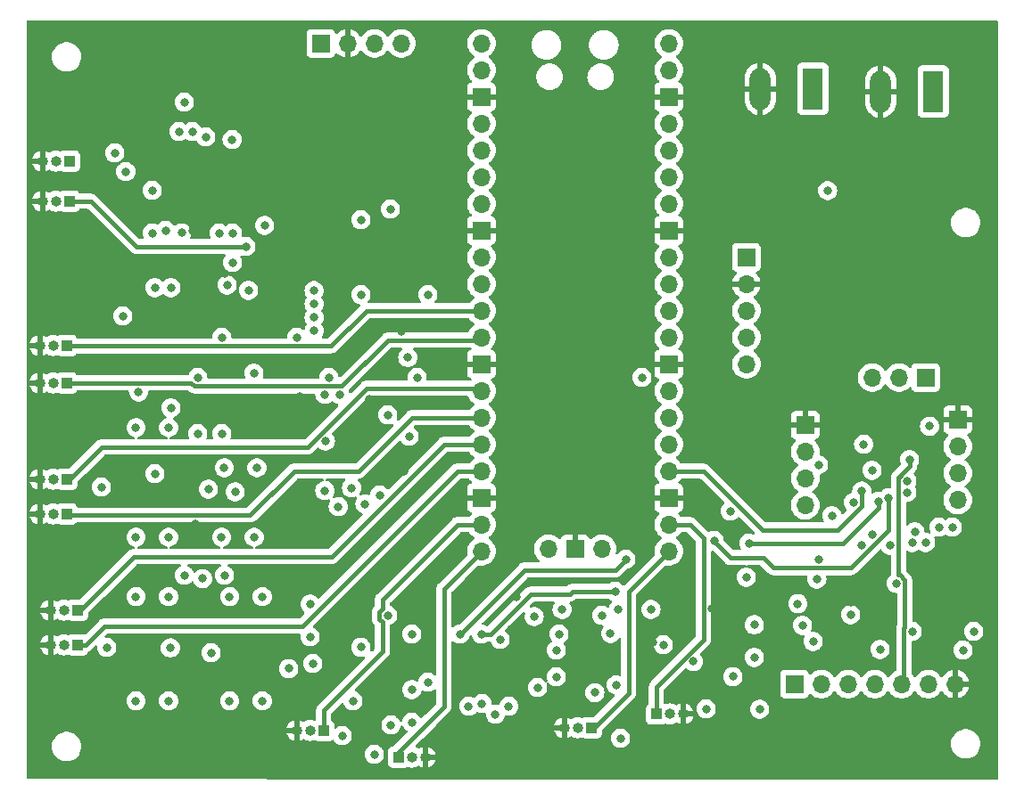
<source format=gbr>
%TF.GenerationSoftware,KiCad,Pcbnew,7.0.1*%
%TF.CreationDate,2023-04-28T17:30:44+02:00*%
%TF.ProjectId,Hexapod_Hardware,48657861-706f-4645-9f48-617264776172,rev?*%
%TF.SameCoordinates,Original*%
%TF.FileFunction,Copper,L3,Inr*%
%TF.FilePolarity,Positive*%
%FSLAX46Y46*%
G04 Gerber Fmt 4.6, Leading zero omitted, Abs format (unit mm)*
G04 Created by KiCad (PCBNEW 7.0.1) date 2023-04-28 17:30:44*
%MOMM*%
%LPD*%
G01*
G04 APERTURE LIST*
%TA.AperFunction,ComponentPad*%
%ADD10R,1.700000X1.700000*%
%TD*%
%TA.AperFunction,ComponentPad*%
%ADD11O,1.700000X1.700000*%
%TD*%
%TA.AperFunction,ComponentPad*%
%ADD12R,1.980000X3.960000*%
%TD*%
%TA.AperFunction,ComponentPad*%
%ADD13O,1.980000X3.960000*%
%TD*%
%TA.AperFunction,ComponentPad*%
%ADD14R,1.000000X1.000000*%
%TD*%
%TA.AperFunction,ComponentPad*%
%ADD15O,1.000000X1.000000*%
%TD*%
%TA.AperFunction,ViaPad*%
%ADD16C,0.800000*%
%TD*%
%TA.AperFunction,Conductor*%
%ADD17C,0.400000*%
%TD*%
G04 APERTURE END LIST*
D10*
%TO.N,GND*%
%TO.C,J20*%
X132588000Y-81466629D03*
D11*
%TO.N,/Gripper/Gripper_servo/SERVO_PWR_0*%
X132588000Y-84006629D03*
%TO.N,/Gripper/Gripper_servo/SERVO_PWM_0*%
X132588000Y-86546629D03*
%TO.N,/Gripper/Gripper_servo/SERVO_POTENTIOMETER_0*%
X132588000Y-89086629D03*
%TD*%
D12*
%TO.N,+8V*%
%TO.C,J18*%
X133321000Y-49530000D03*
D13*
%TO.N,GND*%
X128321000Y-49530000D03*
%TD*%
D14*
%TO.N,/MCU/SERVO_6*%
%TO.C,J9*%
X63500000Y-99060000D03*
D15*
%TO.N,/SERVO + ADC/Current Sensors/SERVO_PWR_6*%
X62230000Y-99060000D03*
%TO.N,GND*%
X60960000Y-99060000D03*
%TD*%
D10*
%TO.N,+5V*%
%TO.C,J2*%
X86614000Y-45212000D03*
D11*
%TO.N,GND*%
X89154000Y-45212000D03*
%TO.N,/MCU/RX*%
X91694000Y-45212000D03*
%TO.N,/MCU/TX*%
X94234000Y-45212000D03*
%TD*%
D14*
%TO.N,/MCU/SERVO_8*%
%TO.C,J11*%
X86873000Y-110490000D03*
D15*
%TO.N,/SERVO + ADC/Current Sensors/SERVO_PWR_8*%
X85603000Y-110490000D03*
%TO.N,GND*%
X84333000Y-110490000D03*
%TD*%
D10*
%TO.N,/Gripper/MCU_GRIPPER/SWCLK*%
%TO.C,J23*%
X144018000Y-76949629D03*
D11*
%TO.N,/Gripper/MCU_GRIPPER/SWDIO*%
X141478000Y-76949629D03*
%TO.N,/Gripper/MCU_GRIPPER/NRST*%
X138938000Y-76949629D03*
%TD*%
D14*
%TO.N,/MCU/SERVO_9*%
%TO.C,J12*%
X93980000Y-113030000D03*
D15*
%TO.N,/SERVO + ADC/Current Sensors/SERVO_PWR_9*%
X95250000Y-113030000D03*
%TO.N,GND*%
X96520000Y-113030000D03*
%TD*%
D14*
%TO.N,/MCU/SERVO_11*%
%TO.C,J14*%
X118461500Y-108933500D03*
D15*
%TO.N,/SERVO + ADC/Current Sensors/SERVO_PWR_11*%
X119731500Y-108933500D03*
%TO.N,GND*%
X121001500Y-108933500D03*
%TD*%
D14*
%TO.N,/MCU/SERVO_7*%
%TO.C,J10*%
X63500000Y-102362000D03*
D15*
%TO.N,/SERVO + ADC/Current Sensors/SERVO_PWR_7*%
X62230000Y-102362000D03*
%TO.N,GND*%
X60960000Y-102362000D03*
%TD*%
D14*
%TO.N,/MCU/SERVO_1*%
%TO.C,J4*%
X62738000Y-60198000D03*
D15*
%TO.N,/SERVO + ADC/Current Sensors/SERVO_PWR_1*%
X61468000Y-60198000D03*
%TO.N,GND*%
X60198000Y-60198000D03*
%TD*%
D14*
%TO.N,/MCU/SERVO_3*%
%TO.C,J6*%
X62489000Y-77470000D03*
D15*
%TO.N,/SERVO + ADC/Current Sensors/SERVO_PWR_3*%
X61219000Y-77470000D03*
%TO.N,GND*%
X59949000Y-77470000D03*
%TD*%
D14*
%TO.N,/MCU/SERVO_0*%
%TO.C,J3*%
X62738000Y-56388000D03*
D15*
%TO.N,/SERVO + ADC/Current Sensors/SERVO_PWR_0*%
X61468000Y-56388000D03*
%TO.N,GND*%
X60198000Y-56388000D03*
%TD*%
D14*
%TO.N,/MCU/SERVO_2*%
%TO.C,J5*%
X62484000Y-73914000D03*
D15*
%TO.N,/SERVO + ADC/Current Sensors/SERVO_PWR_2*%
X61214000Y-73914000D03*
%TO.N,GND*%
X59944000Y-73914000D03*
%TD*%
D10*
%TO.N,/Gripper/Gripper_servo/SERVO_POTENTIOMETER_GRIPPER*%
%TO.C,J22*%
X131572000Y-106094629D03*
D11*
%TO.N,/Gripper/Gripper_servo/SERVO_PWM_GRIPPER*%
X134112000Y-106094629D03*
%TO.N,/Gripper/Gripper_servo/SERVO_PWR_GRIPPER*%
X136652000Y-106094629D03*
%TO.N,/Gripper/Gripper_servo/SERVO_POTENTIOMETER_2*%
X139192000Y-106094629D03*
%TO.N,/Gripper/Gripper_servo/SERVO_PWM_2*%
X141732000Y-106094629D03*
%TO.N,/Gripper/Gripper_servo/SERVO_PWR_2*%
X144272000Y-106094629D03*
%TO.N,GND*%
X146812000Y-106094629D03*
%TD*%
D10*
%TO.N,GND*%
%TO.C,J21*%
X147066000Y-80958629D03*
D11*
%TO.N,/Gripper/Gripper_servo/SERVO_PWR_1*%
X147066000Y-83498629D03*
%TO.N,/Gripper/Gripper_servo/SERVO_PWM_1*%
X147066000Y-86038629D03*
%TO.N,/Gripper/Gripper_servo/SERVO_POTENTIOMETER_1*%
X147066000Y-88578629D03*
%TD*%
D12*
%TO.N,+6V*%
%TO.C,J19*%
X144751000Y-49784000D03*
D13*
%TO.N,GND*%
X139751000Y-49784000D03*
%TD*%
D14*
%TO.N,/MCU/SERVO_10*%
%TO.C,J13*%
X112268000Y-110236000D03*
D15*
%TO.N,/SERVO + ADC/Current Sensors/SERVO_PWR_10*%
X110998000Y-110236000D03*
%TO.N,GND*%
X109728000Y-110236000D03*
%TD*%
D14*
%TO.N,/MCU/SERVO_5*%
%TO.C,J8*%
X62484000Y-89916000D03*
D15*
%TO.N,/SERVO + ADC/Current Sensors/SERVO_PWR_5*%
X61214000Y-89916000D03*
%TO.N,GND*%
X59944000Y-89916000D03*
%TD*%
D11*
%TO.N,/MCU/TX*%
%TO.C,U1*%
X101854000Y-45212000D03*
%TO.N,/MCU/RX*%
X101854000Y-47752000D03*
D10*
%TO.N,GND*%
X101854000Y-50292000D03*
D11*
%TO.N,/Gripper/SPI_SCK*%
X101854000Y-52832000D03*
%TO.N,/Gripper/SPI_MOSI*%
X101854000Y-55372000D03*
%TO.N,/Gripper/SPI_MISO*%
X101854000Y-57912000D03*
%TO.N,/MCU/SPI_CS_0*%
X101854000Y-60452000D03*
D10*
%TO.N,GND*%
X101854000Y-62992000D03*
D11*
%TO.N,/MCU/SERVO_0*%
X101854000Y-65532000D03*
%TO.N,/MCU/SERVO_1*%
X101854000Y-68072000D03*
%TO.N,/MCU/SERVO_2*%
X101854000Y-70612000D03*
%TO.N,/MCU/SERVO_3*%
X101854000Y-73152000D03*
D10*
%TO.N,GND*%
X101854000Y-75692000D03*
D11*
%TO.N,/MCU/SERVO_4*%
X101854000Y-78232000D03*
%TO.N,/MCU/SERVO_5*%
X101854000Y-80772000D03*
%TO.N,/MCU/SERVO_6*%
X101854000Y-83312000D03*
%TO.N,/MCU/SERVO_7*%
X101854000Y-85852000D03*
D10*
%TO.N,GND*%
X101854000Y-88392000D03*
D11*
%TO.N,/MCU/SERVO_8*%
X101854000Y-90932000D03*
%TO.N,/MCU/SERVO_9*%
X101854000Y-93472000D03*
%TO.N,/MCU/SERVO_10*%
X119634000Y-93472000D03*
%TO.N,/MCU/SERVO_11*%
X119634000Y-90932000D03*
D10*
%TO.N,GND*%
X119634000Y-88392000D03*
D11*
%TO.N,/Gripper/SPI_CS_GRIPPER*%
X119634000Y-85852000D03*
%TO.N,/MCU/MPU6050_INT*%
X119634000Y-83312000D03*
%TO.N,/MCU/I2C_SDA*%
X119634000Y-80772000D03*
%TO.N,/MCU/I2C_SCL*%
X119634000Y-78232000D03*
D10*
%TO.N,GND*%
X119634000Y-75692000D03*
D11*
%TO.N,/MCU/SPI_CS_1*%
X119634000Y-73152000D03*
%TO.N,Net-(U1-RUN)*%
X119634000Y-70612000D03*
%TO.N,unconnected-(U1-GPIO26_ADC0-Pad31)*%
X119634000Y-68072000D03*
%TO.N,unconnected-(U1-GPIO27_ADC1-Pad32)*%
X119634000Y-65532000D03*
D10*
%TO.N,GND*%
X119634000Y-62992000D03*
D11*
%TO.N,/MCU/SPI_CS_2*%
X119634000Y-60452000D03*
%TO.N,unconnected-(U1-ADC_VREF-Pad35)*%
X119634000Y-57912000D03*
%TO.N,+3.3V*%
X119634000Y-55372000D03*
%TO.N,unconnected-(U1-3V3_EN-Pad37)*%
X119634000Y-52832000D03*
D10*
%TO.N,GND*%
X119634000Y-50292000D03*
D11*
%TO.N,+5V*%
X119634000Y-47752000D03*
%TO.N,USB_CONNECTED*%
X119634000Y-45212000D03*
%TO.N,unconnected-(U1-SWCLK-Pad41)*%
X108204000Y-93242000D03*
D10*
%TO.N,GND*%
X110744000Y-93242000D03*
D11*
%TO.N,unconnected-(U1-SWDIO-Pad43)*%
X113284000Y-93242000D03*
%TD*%
D14*
%TO.N,/MCU/SERVO_4*%
%TO.C,J7*%
X62484000Y-86614000D03*
D15*
%TO.N,/SERVO + ADC/Current Sensors/SERVO_PWR_4*%
X61214000Y-86614000D03*
%TO.N,GND*%
X59944000Y-86614000D03*
%TD*%
D10*
%TO.N,+3.3V*%
%TO.C,J1*%
X127000000Y-65532000D03*
D11*
%TO.N,GND*%
X127000000Y-68072000D03*
%TO.N,/MCU/I2C_SDA*%
X127000000Y-70612000D03*
%TO.N,/MCU/I2C_SCL*%
X127000000Y-73152000D03*
%TO.N,/MCU/MPU6050_INT*%
X127000000Y-75692000D03*
%TD*%
D16*
%TO.N,GND*%
X94234000Y-72606500D03*
X94029500Y-104140000D03*
X73914000Y-72644000D03*
X147828000Y-96266000D03*
X140208000Y-84328000D03*
X74676000Y-90841000D03*
X91694000Y-96774000D03*
X91186000Y-78994000D03*
X96012000Y-97282000D03*
X129540000Y-88900000D03*
X136906000Y-98298000D03*
X118110000Y-102108000D03*
X74676000Y-107442000D03*
X82550000Y-81280000D03*
X136906000Y-101854000D03*
X84582000Y-78740000D03*
X128016000Y-97282000D03*
X139192000Y-101092000D03*
X93472000Y-64770000D03*
X134366000Y-86360000D03*
X73660000Y-57912000D03*
X104648000Y-100838000D03*
X119380000Y-98298000D03*
X125730000Y-103886000D03*
X77216000Y-58674000D03*
X73660000Y-66802000D03*
X137414000Y-84582000D03*
X77470000Y-67056000D03*
X123735500Y-98946123D03*
X74422000Y-62992000D03*
X84582000Y-55880000D03*
X105150659Y-97790000D03*
X94488000Y-85852000D03*
X144018000Y-101346000D03*
%TO.N,+6V*%
X68098000Y-57404000D03*
X115062000Y-111252000D03*
X66294000Y-102616000D03*
X91694000Y-112776000D03*
X128270000Y-108484000D03*
X123190000Y-108458000D03*
X67818000Y-71120000D03*
X134722000Y-59196000D03*
X139700000Y-102792629D03*
X65786000Y-87376000D03*
%TO.N,/Gripper/MCU_GRIPPER/NRST*%
X138938000Y-85774629D03*
%TO.N,+3.3V*%
X92964000Y-80518000D03*
X106865000Y-99670000D03*
X94869000Y-75057000D03*
X133858000Y-85266629D03*
%TO.N,/Gripper/Gripper_servo/SERVO_POTENTIOMETER_GRIPPER*%
X135128000Y-90092629D03*
%TO.N,/Gripper/Gripper_servo/SERVO_POTENTIOMETER_0*%
X137154000Y-88828629D03*
%TO.N,/Gripper/Gripper_servo/SERVO_0_CURRENT*%
X133858000Y-94234000D03*
X127762000Y-103554629D03*
%TO.N,/Gripper/Gripper_servo/SERVO_POTENTIOMETER_1*%
X138938000Y-91870629D03*
%TO.N,/Gripper/Gripper_servo/SERVO_1_CURRENT*%
X140640500Y-92886629D03*
%TO.N,/Gripper/Gripper_servo/SERVO_POTENTIOMETER_2*%
X137922000Y-92886629D03*
X143002000Y-91616629D03*
%TO.N,/Gripper/Gripper_servo/SERVO_2_CURRENT*%
X148590000Y-101092000D03*
%TO.N,/Gripper/Gripper_servo/SERVO_PWM_GRIPPER*%
X142239500Y-87884000D03*
%TO.N,/Gripper/Gripper_servo/SERVO_PWM_0*%
X142240000Y-86790629D03*
%TO.N,/Gripper/Gripper_servo/SERVO_PWM_2*%
X142494000Y-84758629D03*
%TO.N,/Gripper/MCU_GRIPPER/SWDIO*%
X144399000Y-81583629D03*
%TO.N,/SERVO + ADC/ADC/CURRENT_SENSOR_0*%
X81280000Y-62510000D03*
X78232000Y-63246000D03*
%TO.N,/SERVO + ADC/ADC/CURRENT_SENSOR_1*%
X70612000Y-63246000D03*
X78232000Y-66040000D03*
%TO.N,/SERVO + ADC/ADC/SERVO_POTENTIOMETER_0*%
X85967500Y-68707000D03*
%TO.N,/SERVO + ADC/ADC/SERVO_POTENTIOMETER_1*%
X85967500Y-69977000D03*
%TO.N,/SERVO + ADC/ADC/SERVO_POTENTIOMETER_2*%
X85967500Y-71247000D03*
%TO.N,/SERVO + ADC/ADC/SERVO_POTENTIOMETER_3*%
X85967500Y-72517000D03*
%TO.N,/SERVO + ADC/ADC/CURRENT_SENSOR_2*%
X69316000Y-78326500D03*
X84328000Y-73152000D03*
%TO.N,/SERVO + ADC/ADC/CURRENT_SENSOR_3*%
X79756000Y-68674500D03*
%TO.N,/Gripper/SPI_MOSI*%
X140465267Y-88390852D03*
X99822000Y-101346000D03*
X115570000Y-94234000D03*
X90424000Y-69088000D03*
X86995000Y-78561500D03*
X123952000Y-92456000D03*
X87376000Y-76962500D03*
%TO.N,/Gripper/SPI_MISO*%
X138138500Y-83312000D03*
X101854000Y-101346000D03*
X114554000Y-97282000D03*
X88379431Y-78561500D03*
X125476000Y-89662000D03*
%TO.N,/Gripper/SPI_SCK*%
X103632000Y-101854000D03*
X139522332Y-88722332D03*
X96774000Y-69088000D03*
X127254000Y-92710000D03*
X90424000Y-61976000D03*
X95758000Y-76962000D03*
%TO.N,/SERVO + ADC/ADC/CURRENT_SENSOR_4*%
X80544000Y-85533000D03*
%TO.N,/SERVO + ADC/ADC/CURRENT_SENSOR_5*%
X92202000Y-88138000D03*
X69062000Y-92137000D03*
%TO.N,/SERVO + ADC/ADC/SERVO_POTENTIOMETER_4*%
X90805000Y-88970000D03*
%TO.N,/SERVO + ADC/ADC/SERVO_POTENTIOMETER_5*%
X89535000Y-87446000D03*
%TO.N,/SERVO + ADC/ADC/SERVO_POTENTIOMETER_6*%
X88265000Y-89224000D03*
%TO.N,/SERVO + ADC/ADC/SERVO_POTENTIOMETER_7*%
X86995000Y-87700000D03*
%TO.N,/SERVO + ADC/ADC/CURRENT_SENSOR_6*%
X81052000Y-97790000D03*
%TO.N,/SERVO + ADC/ADC/CURRENT_SENSOR_7*%
X69062000Y-107696000D03*
X72332668Y-102653500D03*
X73660000Y-95758000D03*
%TO.N,/SERVO + ADC/ADC/CURRENT_SENSOR_8*%
X85598000Y-98500000D03*
%TO.N,/SERVO + ADC/ADC/CURRENT_SENSOR_9*%
X95250000Y-109728000D03*
%TO.N,/SERVO + ADC/ADC/SERVO_POTENTIOMETER_8*%
X100642000Y-108204000D03*
%TO.N,/SERVO + ADC/ADC/SERVO_POTENTIOMETER_9*%
X101912000Y-107950000D03*
%TO.N,/SERVO + ADC/ADC/SERVO_POTENTIOMETER_10*%
X103182000Y-108966000D03*
%TO.N,/SERVO + ADC/ADC/SERVO_POTENTIOMETER_11*%
X104452000Y-108204000D03*
%TO.N,/SERVO + ADC/ADC/CURRENT_SENSOR_10*%
X109513000Y-98995000D03*
%TO.N,/SERVO + ADC/ADC/CURRENT_SENSOR_11*%
X114656500Y-106172000D03*
X107188000Y-106426000D03*
%TO.N,/Gripper/Gripper_servo/SERVO_PWR_0*%
X121977332Y-103943332D03*
%TO.N,/Gripper/Gripper_servo/SERVO_PWR_1*%
X145288000Y-91186000D03*
%TO.N,/Gripper/Gripper_servo/SERVO_PWR_GRIPPER*%
X132334000Y-100506629D03*
%TO.N,/Gripper/Gripper_servo/SERVO_PWR_2*%
X142748000Y-101092000D03*
%TO.N,/SERVO + ADC/Current Sensors/V_BAT_REF*%
X77470000Y-95758000D03*
X96774000Y-105918000D03*
X70612000Y-59182000D03*
X73406000Y-63208500D03*
X77216000Y-82296000D03*
X109220000Y-101346000D03*
%TO.N,/Gripper/SPI_CS_GRIPPER*%
X137954110Y-87744368D03*
%TO.N,Net-(U3D--)*%
X71882000Y-62992000D03*
%TO.N,Net-(U2B--)*%
X72390000Y-79850500D03*
%TO.N,Net-(U2C--)*%
X72390000Y-68420500D03*
%TO.N,Net-(U2D--)*%
X77724000Y-68166500D03*
%TO.N,Net-(U3C--)*%
X76962000Y-63246000D03*
%TO.N,Net-(U4A--)*%
X72162000Y-81723000D03*
%TO.N,Net-(U4B--)*%
X77444000Y-85533000D03*
%TO.N,Net-(U4C--)*%
X77190000Y-92137000D03*
%TO.N,Net-(U4D--)*%
X72162000Y-92137000D03*
%TO.N,/SERVO + ADC/Current Sensors/SERVO_PWR_0*%
X73152000Y-53594000D03*
%TO.N,/MCU/SERVO_1*%
X79502000Y-64516000D03*
%TO.N,/SERVO + ADC/Current Sensors/SERVO_PWR_1*%
X67056000Y-55626000D03*
X75692000Y-54102000D03*
%TO.N,/SERVO + ADC/Current Sensors/SERVO_PWR_2*%
X77216000Y-73152000D03*
%TO.N,/SERVO + ADC/Current Sensors/SERVO_PWR_5*%
X75946000Y-87565000D03*
%TO.N,/SERVO + ADC/Current Sensors/SERVO_PWR_7*%
X76200000Y-103124000D03*
%TO.N,/SERVO + ADC/Current Sensors/SERVO_PWR_8*%
X88646000Y-110998000D03*
%TO.N,/SERVO + ADC/Current Sensors/SERVO_PWR_9*%
X93269000Y-109982000D03*
X90424000Y-102590000D03*
%TO.N,/SERVO + ADC/Current Sensors/SERVO_PWR_11*%
X114111000Y-101281000D03*
%TO.N,Net-(U5A--)*%
X72162000Y-97790000D03*
%TO.N,Net-(U5B--)*%
X77952000Y-97790000D03*
%TO.N,Net-(U5C--)*%
X77952000Y-107696000D03*
%TO.N,Net-(U5D--)*%
X72162000Y-107696000D03*
%TO.N,Net-(U7C--)*%
X117947000Y-98995000D03*
%TO.N,Net-(U7D--)*%
X119126000Y-102362000D03*
%TO.N,Net-(U6A--)*%
X83566000Y-104622000D03*
%TO.N,Net-(U6B--)*%
X85598000Y-101600000D03*
%TO.N,Net-(U6C--)*%
X95250000Y-101346000D03*
%TO.N,Net-(U6D--)*%
X95250000Y-106628000D03*
%TO.N,Net-(U7A--)*%
X108966000Y-105410000D03*
%TO.N,Net-(U7B--)*%
X113284000Y-99568000D03*
%TO.N,/Gripper/Gripper_servo/V_BAT_REF*%
X142748000Y-92632629D03*
X125730000Y-105384000D03*
X136906000Y-99490629D03*
%TO.N,Net-(U10A--)*%
X133350000Y-102030629D03*
%TO.N,Net-(U10B--)*%
X133691961Y-96125961D03*
%TO.N,Net-(U10C--)*%
X127000000Y-95934629D03*
%TO.N,Net-(U10D--)*%
X127762000Y-100454629D03*
%TO.N,Net-(U11A--)*%
X146558000Y-91186000D03*
%TO.N,Net-(U11B--)*%
X141224000Y-96520000D03*
%TO.N,Net-(U11D--)*%
X147574000Y-102870000D03*
%TO.N,+8V*%
X131882282Y-98449493D03*
X144018000Y-92632629D03*
X74930000Y-76962000D03*
X75389092Y-96060909D03*
X108966000Y-102870000D03*
X85852000Y-104140000D03*
X74930000Y-82296000D03*
X74422000Y-53594000D03*
%TO.N,/MCU/SPI_CS_0*%
X93218000Y-60960000D03*
%TO.N,/MCU/SPI_CS_1*%
X94996000Y-82550000D03*
X87052332Y-82988332D03*
%TO.N,/MCU/SPI_CS_2*%
X117094000Y-76962000D03*
%TO.N,Net-(R54-Pad2)*%
X78194500Y-54356000D03*
%TO.N,Net-(R55-Pad2)*%
X80264000Y-76548500D03*
%TO.N,Net-(R56-Pad2)*%
X70866000Y-68420500D03*
%TO.N,Net-(R53-Pad2)*%
X73660000Y-50800000D03*
%TO.N,Net-(R19-Pad1)*%
X70866000Y-86106000D03*
X69062000Y-81723000D03*
%TO.N,Net-(R20-Pad1)*%
X78486000Y-87819000D03*
X80290000Y-92137000D03*
%TO.N,Net-(R21-Pad1)*%
X69062000Y-97790000D03*
%TO.N,Net-(R22-Pad1)*%
X81052000Y-107696000D03*
%TO.N,Net-(R31-Pad1)*%
X114847000Y-98995000D03*
%TO.N,Net-(R32-Pad1)*%
X89662000Y-107696000D03*
%TO.N,Net-(R33-Pad1)*%
X92964000Y-99568000D03*
%TO.N,Net-(R34-Pad1)*%
X112619500Y-106901500D03*
%TD*%
D17*
%TO.N,/Gripper/Gripper_servo/SERVO_PWM_2*%
X142494000Y-84758629D02*
X142494000Y-85405258D01*
X141440000Y-86459258D02*
X141440000Y-95720000D01*
X142024000Y-100684629D02*
X141948000Y-100760629D01*
X141555371Y-95720000D02*
X142024000Y-96188629D01*
X141948000Y-105878629D02*
X141732000Y-106094629D01*
X141948000Y-100760629D02*
X141948000Y-105878629D01*
X141635629Y-86263629D02*
X141440000Y-86459258D01*
X142024000Y-96188629D02*
X142024000Y-100684629D01*
X141440000Y-95720000D02*
X141555371Y-95720000D01*
X142494000Y-85405258D02*
X141440000Y-86459258D01*
%TO.N,/Gripper/SPI_MOSI*%
X129578000Y-95034000D02*
X136906000Y-95034000D01*
X115570000Y-94234000D02*
X114554000Y-95250000D01*
X140465267Y-91474733D02*
X140465267Y-88390852D01*
X125481472Y-94072000D02*
X128616000Y-94072000D01*
X123952000Y-92542528D02*
X125481472Y-94072000D01*
X114554000Y-95250000D02*
X105918000Y-95250000D01*
X136906000Y-95034000D02*
X140465267Y-91474733D01*
X105918000Y-95250000D02*
X99822000Y-101346000D01*
X128616000Y-94072000D02*
X129578000Y-95034000D01*
X123952000Y-92456000D02*
X123952000Y-92542528D01*
%TO.N,/Gripper/SPI_MISO*%
X110236000Y-97536000D02*
X106536030Y-97536000D01*
X110490000Y-97282000D02*
X110236000Y-97536000D01*
X114554000Y-97282000D02*
X110490000Y-97282000D01*
X106536030Y-97536000D02*
X102726030Y-101346000D01*
X102726030Y-101346000D02*
X101854000Y-101346000D01*
%TO.N,/Gripper/SPI_SCK*%
X127254000Y-92710000D02*
X136144000Y-92710000D01*
X136144000Y-92710000D02*
X139522332Y-89331668D01*
X139522332Y-89331668D02*
X139522332Y-88722332D01*
%TO.N,/Gripper/SPI_CS_GRIPPER*%
X137954110Y-89159890D02*
X135674000Y-91440000D01*
X122936000Y-85852000D02*
X119634000Y-85852000D01*
X137954110Y-87744368D02*
X137954110Y-89159890D01*
X128524000Y-91440000D02*
X122936000Y-85852000D01*
X135674000Y-91440000D02*
X128524000Y-91440000D01*
%TO.N,/MCU/SERVO_1*%
X64770000Y-60198000D02*
X62738000Y-60198000D01*
X69088000Y-64516000D02*
X64770000Y-60198000D01*
X79502000Y-64516000D02*
X69088000Y-64516000D01*
%TO.N,/MCU/SERVO_2*%
X87592000Y-73952000D02*
X90932000Y-70612000D01*
X62522000Y-73952000D02*
X87592000Y-73952000D01*
X62484000Y-73914000D02*
X62522000Y-73952000D01*
X90932000Y-70612000D02*
X101854000Y-70612000D01*
%TO.N,/MCU/SERVO_3*%
X74598629Y-77762000D02*
X88608000Y-77762000D01*
X88608000Y-77762000D02*
X92964000Y-73406000D01*
X62489000Y-77470000D02*
X74306629Y-77470000D01*
X92964000Y-73406000D02*
X101600000Y-73406000D01*
X101600000Y-73406000D02*
X101854000Y-73152000D01*
X74306629Y-77470000D02*
X74598629Y-77762000D01*
%TO.N,/MCU/SERVO_4*%
X62738000Y-86614000D02*
X65786000Y-83566000D01*
X90932000Y-77978000D02*
X101600000Y-77978000D01*
X65786000Y-83566000D02*
X85344000Y-83566000D01*
X62484000Y-86614000D02*
X62738000Y-86614000D01*
X85344000Y-83566000D02*
X90932000Y-77978000D01*
X101600000Y-77978000D02*
X101854000Y-78232000D01*
%TO.N,/MCU/SERVO_5*%
X79902000Y-90024000D02*
X84074000Y-85852000D01*
X62592000Y-90024000D02*
X79902000Y-90024000D01*
X95250000Y-80772000D02*
X101854000Y-80772000D01*
X90170000Y-85852000D02*
X95250000Y-80772000D01*
X84074000Y-85852000D02*
X90170000Y-85852000D01*
X62484000Y-89916000D02*
X62592000Y-90024000D01*
%TO.N,/MCU/SERVO_6*%
X63500000Y-99060000D02*
X63754000Y-99060000D01*
X98298000Y-83312000D02*
X101854000Y-83312000D01*
X63754000Y-99060000D02*
X68834000Y-93980000D01*
X68834000Y-93980000D02*
X87630000Y-93980000D01*
X87630000Y-93980000D02*
X98298000Y-83312000D01*
%TO.N,/MCU/SERVO_7*%
X66040000Y-100584000D02*
X84836000Y-100584000D01*
X64262000Y-102362000D02*
X66040000Y-100584000D01*
X63500000Y-102362000D02*
X64262000Y-102362000D01*
X84836000Y-100584000D02*
X99568000Y-85852000D01*
X99568000Y-85852000D02*
X101854000Y-85852000D01*
%TO.N,/MCU/SERVO_8*%
X99568000Y-90932000D02*
X101854000Y-90932000D01*
X86873000Y-108591629D02*
X92456000Y-103008629D01*
X92456000Y-100191371D02*
X92164000Y-99899371D01*
X92456000Y-98044000D02*
X99568000Y-90932000D01*
X86873000Y-110490000D02*
X86873000Y-108591629D01*
X92164000Y-99236629D02*
X92456000Y-98944629D01*
X92164000Y-99899371D02*
X92164000Y-99236629D01*
X92456000Y-103008629D02*
X92456000Y-100191371D01*
X92456000Y-98944629D02*
X92456000Y-98044000D01*
%TO.N,/MCU/SERVO_9*%
X98298000Y-97028000D02*
X101854000Y-93472000D01*
X93980000Y-113030000D02*
X93980000Y-112522000D01*
X93980000Y-112522000D02*
X98298000Y-108204000D01*
X98298000Y-108204000D02*
X98298000Y-97028000D01*
%TO.N,/MCU/SERVO_10*%
X115824000Y-106934000D02*
X115824000Y-97282000D01*
X112522000Y-110236000D02*
X115824000Y-106934000D01*
X115824000Y-97282000D02*
X119634000Y-93472000D01*
X112268000Y-110236000D02*
X112522000Y-110236000D01*
%TO.N,/MCU/SERVO_11*%
X121666000Y-90932000D02*
X119634000Y-90932000D01*
X122936000Y-101854000D02*
X122936000Y-92202000D01*
X118461500Y-108933500D02*
X118461500Y-106328500D01*
X118461500Y-106328500D02*
X122936000Y-101854000D01*
X122936000Y-92202000D02*
X121666000Y-90932000D01*
%TD*%
%TA.AperFunction,Conductor*%
%TO.N,GND*%
G36*
X100685931Y-81495686D02*
G01*
X100731444Y-81537583D01*
X100761527Y-81583628D01*
X100778278Y-81609268D01*
X100930762Y-81774908D01*
X101108418Y-81913185D01*
X101108420Y-81913186D01*
X101108424Y-81913189D01*
X101141682Y-81931187D01*
X101189952Y-81977503D01*
X101207711Y-82042000D01*
X101189952Y-82106497D01*
X101141682Y-82152812D01*
X101116794Y-82166281D01*
X101108418Y-82170814D01*
X100930762Y-82309091D01*
X100778278Y-82474731D01*
X100731445Y-82546416D01*
X100685931Y-82588314D01*
X100625962Y-82603500D01*
X98323206Y-82603500D01*
X98315598Y-82603270D01*
X98254904Y-82599598D01*
X98195097Y-82610558D01*
X98187576Y-82611703D01*
X98127198Y-82619035D01*
X98117663Y-82622651D01*
X98095705Y-82628772D01*
X98085670Y-82630611D01*
X98030221Y-82655566D01*
X98023194Y-82658477D01*
X97966324Y-82680046D01*
X97957927Y-82685842D01*
X97938076Y-82697038D01*
X97928772Y-82701225D01*
X97880898Y-82738731D01*
X97874773Y-82743238D01*
X97824729Y-82777782D01*
X97784388Y-82823317D01*
X97779172Y-82828856D01*
X93066165Y-87541863D01*
X93007552Y-87575025D01*
X92940231Y-87573262D01*
X92883435Y-87537079D01*
X92813253Y-87459134D01*
X92813252Y-87459133D01*
X92813251Y-87459132D01*
X92694440Y-87372811D01*
X92658752Y-87346882D01*
X92484288Y-87269206D01*
X92297487Y-87229500D01*
X92106513Y-87229500D01*
X91981978Y-87255970D01*
X91919711Y-87269206D01*
X91745246Y-87346883D01*
X91590747Y-87459133D01*
X91462958Y-87601057D01*
X91367472Y-87766443D01*
X91308458Y-87948070D01*
X91301323Y-88015957D01*
X91281685Y-88071410D01*
X91239012Y-88111905D01*
X91182607Y-88128612D01*
X91124766Y-88117892D01*
X91087288Y-88101206D01*
X90900487Y-88061500D01*
X90709513Y-88061500D01*
X90522712Y-88101206D01*
X90522710Y-88101206D01*
X90522709Y-88101207D01*
X90450361Y-88133418D01*
X90388569Y-88143869D01*
X90329385Y-88123259D01*
X90287451Y-88076686D01*
X90273141Y-88015672D01*
X90289994Y-87955311D01*
X90312186Y-87916873D01*
X90369527Y-87817556D01*
X90428542Y-87635928D01*
X90448504Y-87446000D01*
X90428542Y-87256072D01*
X90377942Y-87100342D01*
X90369527Y-87074443D01*
X90274041Y-86909057D01*
X90253400Y-86886133D01*
X90149935Y-86771223D01*
X90120144Y-86712242D01*
X90124300Y-86646292D01*
X90161260Y-86591516D01*
X90220857Y-86562979D01*
X90272937Y-86553435D01*
X90280398Y-86552299D01*
X90340801Y-86544965D01*
X90350328Y-86541351D01*
X90372294Y-86535227D01*
X90382329Y-86533389D01*
X90437797Y-86508423D01*
X90444802Y-86505522D01*
X90501675Y-86483954D01*
X90510069Y-86478159D01*
X90529926Y-86466960D01*
X90539226Y-86462775D01*
X90587140Y-86425235D01*
X90593179Y-86420791D01*
X90643273Y-86386215D01*
X90683612Y-86340680D01*
X90688811Y-86335157D01*
X94023745Y-83000223D01*
X94072336Y-82970007D01*
X94129284Y-82964398D01*
X94182839Y-82984554D01*
X94221956Y-83026319D01*
X94256956Y-83086940D01*
X94339181Y-83178260D01*
X94384747Y-83228866D01*
X94539248Y-83341118D01*
X94713712Y-83418794D01*
X94900513Y-83458500D01*
X95091485Y-83458500D01*
X95091487Y-83458500D01*
X95278288Y-83418794D01*
X95452752Y-83341118D01*
X95607253Y-83228866D01*
X95735040Y-83086944D01*
X95830527Y-82921556D01*
X95889542Y-82739928D01*
X95909504Y-82550000D01*
X95889542Y-82360072D01*
X95857008Y-82259942D01*
X95830527Y-82178443D01*
X95735041Y-82013057D01*
X95607252Y-81871133D01*
X95474807Y-81774906D01*
X95463408Y-81766624D01*
X95427535Y-81726255D01*
X95411858Y-81674574D01*
X95419258Y-81621077D01*
X95448373Y-81575596D01*
X95506566Y-81517403D01*
X95547444Y-81490091D01*
X95595661Y-81480500D01*
X100625962Y-81480500D01*
X100685931Y-81495686D01*
G37*
%TD.AperFunction*%
%TA.AperFunction,Conductor*%
G36*
X150812500Y-43070381D02*
G01*
X150858619Y-43116500D01*
X150875500Y-43179500D01*
X150875500Y-115062500D01*
X150858619Y-115125500D01*
X150812500Y-115171619D01*
X150749500Y-115188500D01*
X104607510Y-115188500D01*
X58800153Y-115062347D01*
X58737300Y-115045350D01*
X58691323Y-114999247D01*
X58674500Y-114936347D01*
X58674500Y-112014000D01*
X61078700Y-112014000D01*
X61097866Y-112245305D01*
X61097866Y-112245308D01*
X61097867Y-112245309D01*
X61154842Y-112470299D01*
X61248076Y-112682849D01*
X61375021Y-112877154D01*
X61532212Y-113047909D01*
X61532216Y-113047913D01*
X61660238Y-113147556D01*
X61715375Y-113190471D01*
X61888202Y-113284000D01*
X61919497Y-113300936D01*
X62139019Y-113376298D01*
X62367951Y-113414500D01*
X62600046Y-113414500D01*
X62600049Y-113414500D01*
X62828981Y-113376298D01*
X63048503Y-113300936D01*
X63252626Y-113190470D01*
X63435784Y-113047913D01*
X63592979Y-112877153D01*
X63659065Y-112776000D01*
X90780496Y-112776000D01*
X90800458Y-112965929D01*
X90859472Y-113147556D01*
X90954958Y-113312942D01*
X90954960Y-113312944D01*
X91082747Y-113454866D01*
X91237248Y-113567118D01*
X91411712Y-113644794D01*
X91598513Y-113684500D01*
X91789485Y-113684500D01*
X91789487Y-113684500D01*
X91976288Y-113644794D01*
X92150752Y-113567118D01*
X92305253Y-113454866D01*
X92433040Y-113312944D01*
X92528527Y-113147556D01*
X92587542Y-112965928D01*
X92607504Y-112776000D01*
X92587542Y-112586072D01*
X92528527Y-112404444D01*
X92528527Y-112404443D01*
X92433041Y-112239057D01*
X92362308Y-112160500D01*
X92305253Y-112097134D01*
X92301246Y-112094223D01*
X92179642Y-112005872D01*
X92150752Y-111984882D01*
X91976288Y-111907206D01*
X91789487Y-111867500D01*
X91598513Y-111867500D01*
X91473979Y-111893970D01*
X91411711Y-111907206D01*
X91237246Y-111984883D01*
X91082747Y-112097133D01*
X90954958Y-112239057D01*
X90859472Y-112404443D01*
X90800458Y-112586070D01*
X90780496Y-112776000D01*
X63659065Y-112776000D01*
X63719924Y-112682849D01*
X63813157Y-112470300D01*
X63870134Y-112245305D01*
X63889300Y-112014000D01*
X63870134Y-111782695D01*
X63813157Y-111557700D01*
X63719924Y-111345151D01*
X63617205Y-111187928D01*
X63592978Y-111150845D01*
X63435787Y-110980090D01*
X63435786Y-110980089D01*
X63435784Y-110980087D01*
X63269668Y-110850794D01*
X63252624Y-110837528D01*
X63079799Y-110744000D01*
X83356693Y-110744000D01*
X83397223Y-110877609D01*
X83490823Y-111052723D01*
X83616787Y-111206212D01*
X83770276Y-111332176D01*
X83945390Y-111425776D01*
X84078999Y-111466307D01*
X84079000Y-111466307D01*
X84587000Y-111466307D01*
X84720609Y-111425776D01*
X84906669Y-111326326D01*
X84907978Y-111328775D01*
X84938966Y-111313481D01*
X84996217Y-111313475D01*
X85027813Y-111329061D01*
X85029052Y-111326745D01*
X85039994Y-111332594D01*
X85039996Y-111332595D01*
X85215196Y-111426241D01*
X85266913Y-111441929D01*
X85405298Y-111483908D01*
X85603000Y-111503380D01*
X85800701Y-111483908D01*
X85990804Y-111426241D01*
X85990806Y-111426239D01*
X86002680Y-111422638D01*
X86003252Y-111424525D01*
X86056952Y-111413216D01*
X86122917Y-111437985D01*
X86126796Y-111440889D01*
X86263799Y-111491989D01*
X86324362Y-111498500D01*
X87421638Y-111498500D01*
X87482201Y-111491989D01*
X87619204Y-111440889D01*
X87668560Y-111403941D01*
X87734082Y-111379205D01*
X87802692Y-111393277D01*
X87853188Y-111441809D01*
X87906958Y-111534942D01*
X88034747Y-111676866D01*
X88189248Y-111789118D01*
X88363712Y-111866794D01*
X88550513Y-111906500D01*
X88741485Y-111906500D01*
X88741487Y-111906500D01*
X88928288Y-111866794D01*
X89102752Y-111789118D01*
X89257253Y-111676866D01*
X89385040Y-111534944D01*
X89480527Y-111369556D01*
X89539542Y-111187928D01*
X89559504Y-110998000D01*
X89539542Y-110808072D01*
X89500431Y-110687701D01*
X89480527Y-110626443D01*
X89385041Y-110461057D01*
X89257252Y-110319133D01*
X89102753Y-110206883D01*
X89102752Y-110206882D01*
X88928288Y-110129206D01*
X88741487Y-110089500D01*
X88550513Y-110089500D01*
X88425978Y-110115970D01*
X88363711Y-110129206D01*
X88189246Y-110206883D01*
X88081561Y-110285121D01*
X88017386Y-110308797D01*
X87950297Y-110295452D01*
X87900067Y-110249020D01*
X87881500Y-110183185D01*
X87881500Y-109941362D01*
X87880000Y-109927408D01*
X87874989Y-109880799D01*
X87823889Y-109743796D01*
X87823888Y-109743794D01*
X87736261Y-109626738D01*
X87631991Y-109548682D01*
X87594828Y-109504214D01*
X87581500Y-109447814D01*
X87581500Y-108937289D01*
X87591091Y-108889071D01*
X87618402Y-108848196D01*
X88577019Y-107889578D01*
X88631908Y-107857408D01*
X88695524Y-107856158D01*
X88751639Y-107886152D01*
X88785943Y-107939741D01*
X88827472Y-108067556D01*
X88922958Y-108232942D01*
X88954589Y-108268072D01*
X89050747Y-108374866D01*
X89205248Y-108487118D01*
X89379712Y-108564794D01*
X89566513Y-108604500D01*
X89757485Y-108604500D01*
X89757487Y-108604500D01*
X89944288Y-108564794D01*
X90118752Y-108487118D01*
X90273253Y-108374866D01*
X90401040Y-108232944D01*
X90496527Y-108067556D01*
X90555542Y-107885928D01*
X90575504Y-107696000D01*
X90555542Y-107506072D01*
X90506161Y-107354093D01*
X90496527Y-107324443D01*
X90401041Y-107159057D01*
X90304939Y-107052325D01*
X90273253Y-107017134D01*
X90118752Y-106904882D01*
X89944288Y-106827206D01*
X89944286Y-106827205D01*
X89944285Y-106827205D01*
X89919827Y-106822006D01*
X89860497Y-106791283D01*
X89825215Y-106734545D01*
X89823904Y-106667744D01*
X89856929Y-106609669D01*
X92939157Y-103527440D01*
X92944683Y-103522239D01*
X92971479Y-103498500D01*
X92990215Y-103481902D01*
X93024791Y-103431808D01*
X93029235Y-103425769D01*
X93066775Y-103377855D01*
X93070960Y-103368555D01*
X93082159Y-103348698D01*
X93087954Y-103340304D01*
X93109526Y-103283420D01*
X93112410Y-103276454D01*
X93137388Y-103220959D01*
X93139225Y-103210931D01*
X93145349Y-103188962D01*
X93148965Y-103179430D01*
X93156298Y-103119021D01*
X93157435Y-103111556D01*
X93168401Y-103051722D01*
X93168308Y-103050192D01*
X93164730Y-102991031D01*
X93164500Y-102983423D01*
X93164500Y-101346000D01*
X94336496Y-101346000D01*
X94356458Y-101535929D01*
X94415472Y-101717556D01*
X94510958Y-101882942D01*
X94591376Y-101972255D01*
X94638747Y-102024866D01*
X94793248Y-102137118D01*
X94967712Y-102214794D01*
X95154513Y-102254500D01*
X95345485Y-102254500D01*
X95345487Y-102254500D01*
X95532288Y-102214794D01*
X95706752Y-102137118D01*
X95861253Y-102024866D01*
X95989040Y-101882944D01*
X96084527Y-101717556D01*
X96143542Y-101535928D01*
X96163504Y-101346000D01*
X96143542Y-101156072D01*
X96105491Y-101038965D01*
X96084527Y-100974443D01*
X95989041Y-100809057D01*
X95900107Y-100710286D01*
X95861253Y-100667134D01*
X95848268Y-100657700D01*
X95784002Y-100611007D01*
X95706752Y-100554882D01*
X95532288Y-100477206D01*
X95345487Y-100437500D01*
X95154513Y-100437500D01*
X95043409Y-100461116D01*
X94967711Y-100477206D01*
X94833342Y-100537031D01*
X94808032Y-100548300D01*
X94793246Y-100554883D01*
X94638747Y-100667133D01*
X94510958Y-100809057D01*
X94415472Y-100974443D01*
X94356458Y-101156070D01*
X94336496Y-101346000D01*
X93164500Y-101346000D01*
X93164500Y-100555034D01*
X93173675Y-100507834D01*
X93199863Y-100467507D01*
X93239251Y-100439927D01*
X93246290Y-100436793D01*
X93420752Y-100359118D01*
X93575253Y-100246866D01*
X93703040Y-100104944D01*
X93798527Y-99939556D01*
X93857542Y-99757928D01*
X93877504Y-99568000D01*
X93857542Y-99378072D01*
X93819778Y-99261847D01*
X93798527Y-99196443D01*
X93703041Y-99031057D01*
X93575252Y-98889133D01*
X93481542Y-98821049D01*
X93420752Y-98776882D01*
X93246288Y-98699206D01*
X93246287Y-98699205D01*
X93239251Y-98696073D01*
X93199863Y-98668493D01*
X93173675Y-98628166D01*
X93164500Y-98580966D01*
X93164500Y-98389660D01*
X93174091Y-98341442D01*
X93201405Y-98300565D01*
X99824565Y-91677405D01*
X99865442Y-91650091D01*
X99913660Y-91640500D01*
X100625962Y-91640500D01*
X100685931Y-91655686D01*
X100731444Y-91697583D01*
X100778278Y-91769268D01*
X100875828Y-91875235D01*
X100930762Y-91934908D01*
X101108418Y-92073185D01*
X101108420Y-92073186D01*
X101108424Y-92073189D01*
X101141682Y-92091187D01*
X101189952Y-92137503D01*
X101207711Y-92202000D01*
X101189952Y-92266497D01*
X101141682Y-92312812D01*
X101116794Y-92326281D01*
X101108418Y-92330814D01*
X100930762Y-92469091D01*
X100778278Y-92634731D01*
X100655139Y-92823209D01*
X100564702Y-93029388D01*
X100510862Y-93242000D01*
X100509436Y-93247632D01*
X100490844Y-93472000D01*
X100509436Y-93696368D01*
X100515750Y-93721300D01*
X100515085Y-93785681D01*
X100482701Y-93841327D01*
X97814856Y-96509172D01*
X97809317Y-96514388D01*
X97763782Y-96554729D01*
X97729238Y-96604773D01*
X97724731Y-96610898D01*
X97687224Y-96658774D01*
X97683036Y-96668078D01*
X97671843Y-96687923D01*
X97666048Y-96696319D01*
X97644482Y-96753183D01*
X97641570Y-96760211D01*
X97616611Y-96815668D01*
X97614771Y-96825710D01*
X97608651Y-96847662D01*
X97605035Y-96857197D01*
X97597705Y-96917554D01*
X97596561Y-96925071D01*
X97585597Y-96984906D01*
X97589270Y-97045610D01*
X97589500Y-97053218D01*
X97589500Y-105140239D01*
X97570933Y-105206074D01*
X97520703Y-105252506D01*
X97453614Y-105265851D01*
X97389439Y-105242175D01*
X97274881Y-105158944D01*
X97230752Y-105126882D01*
X97056288Y-105049206D01*
X96869487Y-105009500D01*
X96678513Y-105009500D01*
X96553978Y-105035970D01*
X96491711Y-105049206D01*
X96317246Y-105126883D01*
X96162747Y-105239133D01*
X96034958Y-105381057D01*
X95939472Y-105546443D01*
X95880458Y-105728070D01*
X95880457Y-105728072D01*
X95880458Y-105728072D01*
X95879894Y-105733428D01*
X95860258Y-105788880D01*
X95817586Y-105829374D01*
X95761180Y-105846082D01*
X95703338Y-105835362D01*
X95532288Y-105759206D01*
X95345487Y-105719500D01*
X95154513Y-105719500D01*
X95052353Y-105741215D01*
X94967711Y-105759206D01*
X94793246Y-105836883D01*
X94638747Y-105949133D01*
X94510958Y-106091057D01*
X94415472Y-106256443D01*
X94356458Y-106438070D01*
X94336496Y-106628000D01*
X94356458Y-106817929D01*
X94415472Y-106999556D01*
X94510958Y-107164942D01*
X94534271Y-107190834D01*
X94638747Y-107306866D01*
X94793248Y-107419118D01*
X94967712Y-107496794D01*
X95154513Y-107536500D01*
X95345485Y-107536500D01*
X95345487Y-107536500D01*
X95532288Y-107496794D01*
X95706752Y-107419118D01*
X95861253Y-107306866D01*
X95989040Y-107164944D01*
X96084527Y-106999556D01*
X96143542Y-106817928D01*
X96144104Y-106812571D01*
X96163738Y-106757124D01*
X96206410Y-106716627D01*
X96262817Y-106699917D01*
X96320658Y-106710636D01*
X96491712Y-106786794D01*
X96678513Y-106826500D01*
X96869485Y-106826500D01*
X96869487Y-106826500D01*
X97056288Y-106786794D01*
X97230752Y-106709118D01*
X97385253Y-106596866D01*
X97385252Y-106596866D01*
X97389439Y-106593825D01*
X97453614Y-106570149D01*
X97520703Y-106583494D01*
X97570933Y-106629926D01*
X97589500Y-106695761D01*
X97589500Y-107858340D01*
X97579909Y-107906558D01*
X97552597Y-107947432D01*
X96547200Y-108952829D01*
X96222255Y-109277774D01*
X96173661Y-109307991D01*
X96116714Y-109313600D01*
X96063158Y-109293443D01*
X96024041Y-109251678D01*
X95989041Y-109191057D01*
X95883192Y-109073500D01*
X95861253Y-109049134D01*
X95706752Y-108936882D01*
X95532288Y-108859206D01*
X95345487Y-108819500D01*
X95154513Y-108819500D01*
X95029979Y-108845970D01*
X94967711Y-108859206D01*
X94793246Y-108936883D01*
X94638747Y-109049133D01*
X94510958Y-109191057D01*
X94415472Y-109356443D01*
X94356458Y-109538070D01*
X94350853Y-109591400D01*
X94325904Y-109654409D01*
X94271924Y-109695381D01*
X94204527Y-109702463D01*
X94143209Y-109673607D01*
X94105710Y-109617163D01*
X94103527Y-109610444D01*
X94067869Y-109548682D01*
X94008041Y-109445057D01*
X93909904Y-109336065D01*
X93880253Y-109303134D01*
X93876246Y-109300223D01*
X93762951Y-109217909D01*
X93725752Y-109190882D01*
X93551288Y-109113206D01*
X93364487Y-109073500D01*
X93173513Y-109073500D01*
X93048978Y-109099970D01*
X92986711Y-109113206D01*
X92812246Y-109190883D01*
X92657747Y-109303133D01*
X92529958Y-109445057D01*
X92434472Y-109610443D01*
X92375458Y-109792070D01*
X92355496Y-109982000D01*
X92375458Y-110171929D01*
X92434472Y-110353556D01*
X92529958Y-110518942D01*
X92620303Y-110619280D01*
X92657747Y-110660866D01*
X92812248Y-110773118D01*
X92986712Y-110850794D01*
X93173513Y-110890500D01*
X93364485Y-110890500D01*
X93364487Y-110890500D01*
X93551288Y-110850794D01*
X93725752Y-110773118D01*
X93880253Y-110660866D01*
X94008040Y-110518944D01*
X94103527Y-110353556D01*
X94162542Y-110171928D01*
X94168147Y-110118598D01*
X94193093Y-110055592D01*
X94247072Y-110014619D01*
X94314469Y-110007536D01*
X94375787Y-110036390D01*
X94413289Y-110092836D01*
X94415472Y-110099555D01*
X94510958Y-110264942D01*
X94638747Y-110406866D01*
X94782589Y-110511374D01*
X94818463Y-110551744D01*
X94834140Y-110603424D01*
X94826740Y-110656921D01*
X94797623Y-110702405D01*
X93515434Y-111984595D01*
X93474557Y-112011909D01*
X93437907Y-112019198D01*
X93438077Y-112020778D01*
X93370799Y-112028011D01*
X93233794Y-112079111D01*
X93116738Y-112166738D01*
X93029111Y-112283794D01*
X92978011Y-112420799D01*
X92971500Y-112481362D01*
X92971500Y-113578638D01*
X92978011Y-113639200D01*
X93029111Y-113776205D01*
X93116738Y-113893261D01*
X93233794Y-113980888D01*
X93233795Y-113980888D01*
X93233796Y-113980889D01*
X93370799Y-114031989D01*
X93431362Y-114038500D01*
X94528638Y-114038500D01*
X94589201Y-114031989D01*
X94726204Y-113980889D01*
X94730079Y-113977987D01*
X94796043Y-113953216D01*
X94849747Y-113964524D01*
X94850320Y-113962638D01*
X94862193Y-113966239D01*
X94862196Y-113966241D01*
X95052299Y-114023908D01*
X95250000Y-114043380D01*
X95447701Y-114023908D01*
X95447701Y-114023907D01*
X95637804Y-113966241D01*
X95813004Y-113872595D01*
X95813003Y-113872595D01*
X95823949Y-113866745D01*
X95825187Y-113869061D01*
X95856750Y-113853482D01*
X95913998Y-113853473D01*
X95945023Y-113868773D01*
X95946332Y-113866326D01*
X96132390Y-113965776D01*
X96265999Y-114006307D01*
X96266000Y-114006307D01*
X96266000Y-113284000D01*
X96774000Y-113284000D01*
X96774000Y-114006307D01*
X96907609Y-113965776D01*
X97082723Y-113872176D01*
X97236212Y-113746212D01*
X97362176Y-113592723D01*
X97455776Y-113417609D01*
X97496307Y-113284000D01*
X96774000Y-113284000D01*
X96266000Y-113284000D01*
X96266000Y-112053693D01*
X96265999Y-112053692D01*
X96774000Y-112053692D01*
X96774000Y-112776000D01*
X97496307Y-112776000D01*
X97496307Y-112775999D01*
X97455776Y-112642390D01*
X97362176Y-112467276D01*
X97236212Y-112313787D01*
X97082723Y-112187823D01*
X96907609Y-112094223D01*
X96774000Y-112053692D01*
X96265999Y-112053692D01*
X96132390Y-112094223D01*
X95946332Y-112193674D01*
X95945025Y-112191230D01*
X95913988Y-112206529D01*
X95856778Y-112206523D01*
X95825183Y-112190942D01*
X95823948Y-112193255D01*
X95813004Y-112187405D01*
X95762668Y-112160500D01*
X95639317Y-112094567D01*
X95595697Y-112055997D01*
X95574077Y-112001933D01*
X95579072Y-111943921D01*
X95609616Y-111894352D01*
X96251968Y-111252000D01*
X114148496Y-111252000D01*
X114168458Y-111441929D01*
X114227472Y-111623556D01*
X114322958Y-111788942D01*
X114393055Y-111866793D01*
X114450747Y-111930866D01*
X114605248Y-112043118D01*
X114779712Y-112120794D01*
X114966513Y-112160500D01*
X115157485Y-112160500D01*
X115157487Y-112160500D01*
X115344288Y-112120794D01*
X115518752Y-112043118D01*
X115673253Y-111930866D01*
X115801040Y-111788944D01*
X115817751Y-111760000D01*
X146422700Y-111760000D01*
X146441866Y-111991305D01*
X146441866Y-111991308D01*
X146441867Y-111991309D01*
X146498842Y-112216299D01*
X146592076Y-112428849D01*
X146719021Y-112623154D01*
X146859725Y-112775999D01*
X146876216Y-112793913D01*
X147022742Y-112907958D01*
X147059375Y-112936471D01*
X147113809Y-112965929D01*
X147263497Y-113046936D01*
X147483019Y-113122298D01*
X147711951Y-113160500D01*
X147944046Y-113160500D01*
X147944049Y-113160500D01*
X148172981Y-113122298D01*
X148392503Y-113046936D01*
X148596626Y-112936470D01*
X148779784Y-112793913D01*
X148936979Y-112623153D01*
X149063924Y-112428849D01*
X149157157Y-112216300D01*
X149214134Y-111991305D01*
X149233300Y-111760000D01*
X149214134Y-111528695D01*
X149157157Y-111303700D01*
X149063924Y-111091151D01*
X148936979Y-110896847D01*
X148936978Y-110896845D01*
X148779787Y-110726090D01*
X148779786Y-110726089D01*
X148779784Y-110726087D01*
X148622186Y-110603424D01*
X148596624Y-110583528D01*
X148392502Y-110473063D01*
X148243900Y-110422048D01*
X148172981Y-110397702D01*
X147944049Y-110359500D01*
X147711951Y-110359500D01*
X147483019Y-110397702D01*
X147483016Y-110397702D01*
X147483016Y-110397703D01*
X147263497Y-110473063D01*
X147059375Y-110583528D01*
X146876212Y-110726090D01*
X146719021Y-110896845D01*
X146592076Y-111091150D01*
X146498842Y-111303700D01*
X146441867Y-111528690D01*
X146441866Y-111528695D01*
X146422700Y-111760000D01*
X115817751Y-111760000D01*
X115896527Y-111623556D01*
X115955542Y-111441928D01*
X115975504Y-111252000D01*
X115955542Y-111062072D01*
X115901856Y-110896845D01*
X115896527Y-110880443D01*
X115801041Y-110715057D01*
X115673252Y-110573133D01*
X115558829Y-110490000D01*
X115518752Y-110460882D01*
X115344288Y-110383206D01*
X115157487Y-110343500D01*
X114966513Y-110343500D01*
X114864047Y-110365280D01*
X114779711Y-110383206D01*
X114605246Y-110460883D01*
X114450747Y-110573133D01*
X114322958Y-110715057D01*
X114227472Y-110880443D01*
X114168458Y-111062070D01*
X114148496Y-111252000D01*
X96251968Y-111252000D01*
X97013968Y-110490000D01*
X108751693Y-110490000D01*
X108792223Y-110623609D01*
X108885823Y-110798723D01*
X109011787Y-110952212D01*
X109165276Y-111078176D01*
X109340390Y-111171776D01*
X109473999Y-111212307D01*
X109474000Y-111212307D01*
X109474000Y-110490000D01*
X108751693Y-110490000D01*
X97013968Y-110490000D01*
X97521969Y-109981999D01*
X108751692Y-109981999D01*
X108751693Y-109982000D01*
X109474000Y-109982000D01*
X109474000Y-109259693D01*
X109473999Y-109259692D01*
X109340390Y-109300223D01*
X109165276Y-109393823D01*
X109011787Y-109519787D01*
X108885823Y-109673276D01*
X108792223Y-109848390D01*
X108751692Y-109981999D01*
X97521969Y-109981999D01*
X98781157Y-108722811D01*
X98786683Y-108717610D01*
X98829702Y-108679499D01*
X98832215Y-108677273D01*
X98866791Y-108627179D01*
X98871247Y-108621125D01*
X98908775Y-108573226D01*
X98912960Y-108563925D01*
X98924162Y-108544065D01*
X98929954Y-108535675D01*
X98951524Y-108478795D01*
X98954433Y-108471775D01*
X98979387Y-108416331D01*
X98979386Y-108416331D01*
X98979388Y-108416329D01*
X98981225Y-108406302D01*
X98987347Y-108384339D01*
X98990965Y-108374801D01*
X98998297Y-108314415D01*
X98999436Y-108306925D01*
X99010401Y-108247093D01*
X99007794Y-108204000D01*
X99728496Y-108204000D01*
X99748458Y-108393929D01*
X99807472Y-108575556D01*
X99902958Y-108740942D01*
X99987966Y-108835353D01*
X100030747Y-108882866D01*
X100185248Y-108995118D01*
X100359712Y-109072794D01*
X100546513Y-109112500D01*
X100737485Y-109112500D01*
X100737487Y-109112500D01*
X100924288Y-109072794D01*
X101098752Y-108995118D01*
X101253253Y-108882866D01*
X101340910Y-108785511D01*
X101383296Y-108754717D01*
X101434545Y-108743824D01*
X101485790Y-108754716D01*
X101629712Y-108818794D01*
X101816513Y-108858500D01*
X102007487Y-108858500D01*
X102007488Y-108858500D01*
X102031875Y-108853315D01*
X102116384Y-108835353D01*
X102175186Y-108836891D01*
X102226884Y-108864957D01*
X102260206Y-108913434D01*
X102265419Y-108953006D01*
X102267112Y-108952829D01*
X102268496Y-108965998D01*
X102268496Y-108966000D01*
X102274271Y-109020942D01*
X102288458Y-109155929D01*
X102347472Y-109337556D01*
X102442958Y-109502942D01*
X102488713Y-109553758D01*
X102570747Y-109644866D01*
X102725248Y-109757118D01*
X102899712Y-109834794D01*
X103086513Y-109874500D01*
X103277485Y-109874500D01*
X103277487Y-109874500D01*
X103464288Y-109834794D01*
X103638752Y-109757118D01*
X103793253Y-109644866D01*
X103921040Y-109502944D01*
X104016527Y-109337556D01*
X104071834Y-109167337D01*
X104104140Y-109115638D01*
X104156937Y-109085156D01*
X104217864Y-109083029D01*
X104239987Y-109087731D01*
X104356511Y-109112500D01*
X104356513Y-109112500D01*
X104547485Y-109112500D01*
X104547487Y-109112500D01*
X104734288Y-109072794D01*
X104908752Y-108995118D01*
X105063253Y-108882866D01*
X105191040Y-108740944D01*
X105286527Y-108575556D01*
X105345542Y-108393928D01*
X105365504Y-108204000D01*
X105345542Y-108014072D01*
X105305655Y-107891314D01*
X105286527Y-107832443D01*
X105191041Y-107667057D01*
X105063252Y-107525133D01*
X104912471Y-107415584D01*
X104908752Y-107412882D01*
X104734288Y-107335206D01*
X104547487Y-107295500D01*
X104356513Y-107295500D01*
X104231978Y-107321970D01*
X104169711Y-107335206D01*
X103995246Y-107412883D01*
X103840747Y-107525133D01*
X103712958Y-107667057D01*
X103617472Y-107832443D01*
X103562166Y-108002660D01*
X103529860Y-108054361D01*
X103477063Y-108084843D01*
X103416136Y-108086971D01*
X103277487Y-108057500D01*
X103086513Y-108057500D01*
X102977615Y-108080646D01*
X102918808Y-108079106D01*
X102867108Y-108051035D01*
X102833788Y-108002552D01*
X102828581Y-107962993D01*
X102826888Y-107963171D01*
X102825504Y-107950000D01*
X102805542Y-107760072D01*
X102746527Y-107578444D01*
X102746527Y-107578443D01*
X102651041Y-107413057D01*
X102555426Y-107306866D01*
X102523253Y-107271134D01*
X102515739Y-107265675D01*
X102412730Y-107190834D01*
X102368752Y-107158882D01*
X102194288Y-107081206D01*
X102007487Y-107041500D01*
X101816513Y-107041500D01*
X101691978Y-107067970D01*
X101629711Y-107081206D01*
X101455246Y-107158883D01*
X101300747Y-107271133D01*
X101213090Y-107368486D01*
X101170702Y-107399282D01*
X101119454Y-107410175D01*
X101068206Y-107399282D01*
X100924288Y-107335206D01*
X100737487Y-107295500D01*
X100546513Y-107295500D01*
X100421978Y-107321970D01*
X100359711Y-107335206D01*
X100185246Y-107412883D01*
X100030747Y-107525133D01*
X99902958Y-107667057D01*
X99807472Y-107832443D01*
X99748458Y-108014070D01*
X99728496Y-108204000D01*
X99007794Y-108204000D01*
X99006729Y-108186401D01*
X99006500Y-108178794D01*
X99006500Y-106426000D01*
X106274496Y-106426000D01*
X106294458Y-106615929D01*
X106353472Y-106797556D01*
X106448958Y-106962942D01*
X106497752Y-107017133D01*
X106576747Y-107104866D01*
X106731248Y-107217118D01*
X106905712Y-107294794D01*
X107092513Y-107334500D01*
X107283485Y-107334500D01*
X107283487Y-107334500D01*
X107470288Y-107294794D01*
X107644752Y-107217118D01*
X107799253Y-107104866D01*
X107927040Y-106962944D01*
X107962515Y-106901500D01*
X111705996Y-106901500D01*
X111725958Y-107091429D01*
X111784972Y-107273056D01*
X111880458Y-107438442D01*
X111941351Y-107506070D01*
X112008247Y-107580366D01*
X112162748Y-107692618D01*
X112337212Y-107770294D01*
X112524013Y-107810000D01*
X112714985Y-107810000D01*
X112714987Y-107810000D01*
X112901788Y-107770294D01*
X113076252Y-107692618D01*
X113230753Y-107580366D01*
X113358540Y-107438444D01*
X113454027Y-107273056D01*
X113513042Y-107091428D01*
X113533004Y-106901500D01*
X113513042Y-106711572D01*
X113479930Y-106609665D01*
X113454027Y-106529943D01*
X113358541Y-106364557D01*
X113230752Y-106222633D01*
X113084220Y-106116171D01*
X113076252Y-106110382D01*
X112901788Y-106032706D01*
X112714987Y-105993000D01*
X112524013Y-105993000D01*
X112399478Y-106019470D01*
X112337211Y-106032706D01*
X112162746Y-106110383D01*
X112008247Y-106222633D01*
X111880458Y-106364557D01*
X111784972Y-106529943D01*
X111725958Y-106711570D01*
X111705996Y-106901500D01*
X107962515Y-106901500D01*
X108022527Y-106797556D01*
X108081542Y-106615928D01*
X108101504Y-106426000D01*
X108081542Y-106236072D01*
X108035633Y-106094782D01*
X108032796Y-106027076D01*
X108065443Y-105967691D01*
X108124132Y-105933807D01*
X108191885Y-105935226D01*
X108249103Y-105971537D01*
X108354746Y-106088865D01*
X108354747Y-106088866D01*
X108509248Y-106201118D01*
X108683712Y-106278794D01*
X108870513Y-106318500D01*
X109061485Y-106318500D01*
X109061487Y-106318500D01*
X109248288Y-106278794D01*
X109422752Y-106201118D01*
X109577253Y-106088866D01*
X109705040Y-105946944D01*
X109800527Y-105781556D01*
X109859542Y-105599928D01*
X109879504Y-105410000D01*
X109859542Y-105220072D01*
X109818283Y-105093092D01*
X109800527Y-105038443D01*
X109705041Y-104873057D01*
X109586499Y-104741403D01*
X109577253Y-104731134D01*
X109422752Y-104618882D01*
X109248288Y-104541206D01*
X109061487Y-104501500D01*
X108870513Y-104501500D01*
X108745979Y-104527970D01*
X108683711Y-104541206D01*
X108509246Y-104618883D01*
X108354747Y-104731133D01*
X108226958Y-104873057D01*
X108131472Y-105038443D01*
X108072458Y-105220070D01*
X108052496Y-105410000D01*
X108072458Y-105599929D01*
X108118365Y-105741215D01*
X108121203Y-105808923D01*
X108088556Y-105868309D01*
X108029867Y-105902192D01*
X107962114Y-105900773D01*
X107904896Y-105864462D01*
X107799252Y-105747133D01*
X107668556Y-105652177D01*
X107644752Y-105634882D01*
X107470288Y-105557206D01*
X107283487Y-105517500D01*
X107092513Y-105517500D01*
X106967979Y-105543970D01*
X106905711Y-105557206D01*
X106731246Y-105634883D01*
X106576747Y-105747133D01*
X106448958Y-105889057D01*
X106353472Y-106054443D01*
X106294458Y-106236070D01*
X106274496Y-106426000D01*
X99006500Y-106426000D01*
X99006500Y-102870000D01*
X108052496Y-102870000D01*
X108058248Y-102924723D01*
X108072458Y-103059929D01*
X108131472Y-103241556D01*
X108226958Y-103406942D01*
X108309397Y-103498500D01*
X108354747Y-103548866D01*
X108509248Y-103661118D01*
X108683712Y-103738794D01*
X108870513Y-103778500D01*
X109061485Y-103778500D01*
X109061487Y-103778500D01*
X109248288Y-103738794D01*
X109422752Y-103661118D01*
X109577253Y-103548866D01*
X109705040Y-103406944D01*
X109800527Y-103241556D01*
X109859542Y-103059928D01*
X109879504Y-102870000D01*
X109859542Y-102680072D01*
X109820431Y-102559701D01*
X109800527Y-102498443D01*
X109705041Y-102333057D01*
X109680836Y-102306175D01*
X109650386Y-102243744D01*
X109657647Y-102174664D01*
X109700409Y-102119929D01*
X109831253Y-102024866D01*
X109959040Y-101882944D01*
X110054527Y-101717556D01*
X110113542Y-101535928D01*
X110133504Y-101346000D01*
X110113542Y-101156072D01*
X110075491Y-101038965D01*
X110054527Y-100974443D01*
X109959041Y-100809057D01*
X109870107Y-100710286D01*
X109831253Y-100667134D01*
X109818268Y-100657700D01*
X109754002Y-100611007D01*
X109676752Y-100554882D01*
X109502288Y-100477206D01*
X109315487Y-100437500D01*
X109124513Y-100437500D01*
X109013409Y-100461116D01*
X108937711Y-100477206D01*
X108803342Y-100537031D01*
X108778032Y-100548300D01*
X108763246Y-100554883D01*
X108608747Y-100667133D01*
X108480958Y-100809057D01*
X108385472Y-100974443D01*
X108326458Y-101156070D01*
X108306496Y-101346000D01*
X108326458Y-101535929D01*
X108385472Y-101717556D01*
X108480958Y-101882942D01*
X108505163Y-101909824D01*
X108535613Y-101972255D01*
X108528352Y-102041335D01*
X108485589Y-102096071D01*
X108429333Y-102136944D01*
X108354749Y-102191133D01*
X108354746Y-102191135D01*
X108226958Y-102333057D01*
X108131472Y-102498443D01*
X108072458Y-102680070D01*
X108055289Y-102843428D01*
X108052496Y-102870000D01*
X99006500Y-102870000D01*
X99006500Y-102123761D01*
X99025067Y-102057926D01*
X99075297Y-102011494D01*
X99142386Y-101998149D01*
X99206561Y-102021825D01*
X99254016Y-102056303D01*
X99365248Y-102137118D01*
X99539712Y-102214794D01*
X99726513Y-102254500D01*
X99917485Y-102254500D01*
X99917487Y-102254500D01*
X100104288Y-102214794D01*
X100278752Y-102137118D01*
X100433253Y-102024866D01*
X100561040Y-101882944D01*
X100656527Y-101717556D01*
X100715542Y-101535928D01*
X100715542Y-101535927D01*
X100718167Y-101527849D01*
X100751747Y-101474935D01*
X100806665Y-101444744D01*
X100869335Y-101444744D01*
X100924253Y-101474935D01*
X100957833Y-101527849D01*
X101019472Y-101717556D01*
X101114958Y-101882942D01*
X101195376Y-101972255D01*
X101242747Y-102024866D01*
X101397248Y-102137118D01*
X101571712Y-102214794D01*
X101758513Y-102254500D01*
X101949485Y-102254500D01*
X101949487Y-102254500D01*
X102136288Y-102214794D01*
X102310752Y-102137118D01*
X102391344Y-102078563D01*
X102426469Y-102060667D01*
X102465405Y-102054500D01*
X102650349Y-102054500D01*
X102701598Y-102065393D01*
X102743985Y-102096190D01*
X102770182Y-102141564D01*
X102797472Y-102225556D01*
X102892958Y-102390942D01*
X102924589Y-102426072D01*
X103020747Y-102532866D01*
X103175248Y-102645118D01*
X103349712Y-102722794D01*
X103536513Y-102762500D01*
X103727485Y-102762500D01*
X103727487Y-102762500D01*
X103914288Y-102722794D01*
X104088752Y-102645118D01*
X104243253Y-102532866D01*
X104371040Y-102390944D01*
X104466527Y-102225556D01*
X104525542Y-102043928D01*
X104545504Y-101854000D01*
X104525542Y-101664072D01*
X104484749Y-101538526D01*
X104466527Y-101482443D01*
X104371041Y-101317057D01*
X104243252Y-101175133D01*
X104163137Y-101116926D01*
X104127263Y-101076556D01*
X104111586Y-101024876D01*
X104118986Y-100971379D01*
X104148101Y-100925897D01*
X105782060Y-99291938D01*
X105839817Y-99258995D01*
X105906304Y-99260039D01*
X105963001Y-99294782D01*
X105994117Y-99353549D01*
X105990986Y-99419971D01*
X105971458Y-99480072D01*
X105951496Y-99670000D01*
X105971458Y-99859929D01*
X106030472Y-100041556D01*
X106125958Y-100206942D01*
X106227273Y-100319464D01*
X106253747Y-100348866D01*
X106408248Y-100461118D01*
X106582712Y-100538794D01*
X106769513Y-100578500D01*
X106960485Y-100578500D01*
X106960487Y-100578500D01*
X107147288Y-100538794D01*
X107321752Y-100461118D01*
X107476253Y-100348866D01*
X107604040Y-100206944D01*
X107699527Y-100041556D01*
X107758542Y-99859928D01*
X107778504Y-99670000D01*
X107758542Y-99480072D01*
X107721658Y-99366556D01*
X107699527Y-99298443D01*
X107604041Y-99133057D01*
X107476252Y-98991133D01*
X107357637Y-98904954D01*
X107321752Y-98878882D01*
X107147288Y-98801206D01*
X106960487Y-98761500D01*
X106769513Y-98761500D01*
X106605209Y-98796424D01*
X106541333Y-98793411D01*
X106487162Y-98759430D01*
X106456649Y-98703232D01*
X106457654Y-98639293D01*
X106489914Y-98584085D01*
X106792597Y-98281402D01*
X106833472Y-98254091D01*
X106881690Y-98244500D01*
X108683246Y-98244500D01*
X108739270Y-98257641D01*
X108783609Y-98294321D01*
X108807014Y-98346891D01*
X108804604Y-98404386D01*
X108776881Y-98454812D01*
X108773958Y-98458057D01*
X108678472Y-98623443D01*
X108619458Y-98805070D01*
X108619360Y-98806000D01*
X108599496Y-98995000D01*
X108605938Y-99056291D01*
X108619458Y-99184929D01*
X108678472Y-99366556D01*
X108773958Y-99531942D01*
X108855698Y-99622723D01*
X108901747Y-99673866D01*
X109056248Y-99786118D01*
X109230712Y-99863794D01*
X109417513Y-99903500D01*
X109608485Y-99903500D01*
X109608487Y-99903500D01*
X109795288Y-99863794D01*
X109969752Y-99786118D01*
X110124253Y-99673866D01*
X110252040Y-99531944D01*
X110347527Y-99366556D01*
X110406542Y-99184928D01*
X110426504Y-98995000D01*
X110406542Y-98805072D01*
X110371126Y-98696073D01*
X110347527Y-98623443D01*
X110252041Y-98458057D01*
X110244738Y-98449946D01*
X110214947Y-98390963D01*
X110219103Y-98325015D01*
X110256063Y-98270238D01*
X110315660Y-98241700D01*
X110338941Y-98237434D01*
X110346398Y-98236299D01*
X110406801Y-98228965D01*
X110416328Y-98225351D01*
X110438294Y-98219227D01*
X110448329Y-98217389D01*
X110503797Y-98192423D01*
X110510802Y-98189522D01*
X110567675Y-98167954D01*
X110576069Y-98162159D01*
X110595926Y-98150960D01*
X110605226Y-98146775D01*
X110653140Y-98109235D01*
X110659179Y-98104791D01*
X110709273Y-98070215D01*
X110742288Y-98032947D01*
X110784890Y-98001601D01*
X110836602Y-97990500D01*
X113942595Y-97990500D01*
X113981531Y-97996667D01*
X114016655Y-98014563D01*
X114097248Y-98073118D01*
X114193879Y-98116140D01*
X114240549Y-98151951D01*
X114265875Y-98205048D01*
X114264336Y-98263857D01*
X114236266Y-98315556D01*
X114107958Y-98458057D01*
X114012472Y-98623444D01*
X113973836Y-98742355D01*
X113943099Y-98792514D01*
X113892939Y-98823252D01*
X113834293Y-98827868D01*
X113779943Y-98805356D01*
X113763502Y-98793411D01*
X113740752Y-98776882D01*
X113566288Y-98699206D01*
X113379487Y-98659500D01*
X113188513Y-98659500D01*
X113083502Y-98681821D01*
X113001711Y-98699206D01*
X112827246Y-98776883D01*
X112672747Y-98889133D01*
X112544958Y-99031057D01*
X112449472Y-99196443D01*
X112390458Y-99378070D01*
X112370496Y-99568000D01*
X112390458Y-99757929D01*
X112449472Y-99939556D01*
X112544958Y-100104942D01*
X112572087Y-100135072D01*
X112672747Y-100246866D01*
X112827248Y-100359118D01*
X113001712Y-100436794D01*
X113188513Y-100476500D01*
X113188515Y-100476500D01*
X113329867Y-100476500D01*
X113385891Y-100489640D01*
X113430230Y-100526320D01*
X113453635Y-100578890D01*
X113451226Y-100636384D01*
X113423504Y-100686810D01*
X113371958Y-100744057D01*
X113276472Y-100909443D01*
X113217458Y-101091070D01*
X113197496Y-101280999D01*
X113217458Y-101470929D01*
X113276472Y-101652556D01*
X113371958Y-101817942D01*
X113464712Y-101920956D01*
X113499747Y-101959866D01*
X113654248Y-102072118D01*
X113828712Y-102149794D01*
X114015513Y-102189500D01*
X114206485Y-102189500D01*
X114206487Y-102189500D01*
X114393288Y-102149794D01*
X114567752Y-102072118D01*
X114722253Y-101959866D01*
X114850040Y-101817944D01*
X114861045Y-101798883D01*
X114880381Y-101765393D01*
X114926500Y-101719274D01*
X114989500Y-101702393D01*
X115052500Y-101719274D01*
X115098619Y-101765393D01*
X115115500Y-101828393D01*
X115115500Y-105187860D01*
X115100231Y-105247981D01*
X115058126Y-105293532D01*
X114999388Y-105313471D01*
X114951880Y-105305309D01*
X114951742Y-105305960D01*
X114938790Y-105303206D01*
X114938788Y-105303206D01*
X114751987Y-105263500D01*
X114561013Y-105263500D01*
X114436478Y-105289970D01*
X114374211Y-105303206D01*
X114199746Y-105380883D01*
X114045247Y-105493133D01*
X113917458Y-105635057D01*
X113821972Y-105800443D01*
X113762958Y-105982070D01*
X113749472Y-106110382D01*
X113742996Y-106172000D01*
X113749730Y-106236070D01*
X113762958Y-106361929D01*
X113821972Y-106543556D01*
X113917458Y-106708942D01*
X114015590Y-106817929D01*
X114045247Y-106850866D01*
X114199748Y-106963118D01*
X114374212Y-107040794D01*
X114428466Y-107052326D01*
X114487796Y-107083047D01*
X114523078Y-107139786D01*
X114524390Y-107206587D01*
X114491362Y-107264667D01*
X112565435Y-109190595D01*
X112524558Y-109217909D01*
X112476340Y-109227500D01*
X111719362Y-109227500D01*
X111658799Y-109234011D01*
X111599717Y-109256047D01*
X111521792Y-109285112D01*
X111517915Y-109288015D01*
X111451959Y-109312783D01*
X111398250Y-109301476D01*
X111397679Y-109303361D01*
X111195701Y-109242091D01*
X110998000Y-109222619D01*
X110800298Y-109242091D01*
X110610195Y-109299758D01*
X110424051Y-109399254D01*
X110422816Y-109396944D01*
X110391204Y-109412526D01*
X110334007Y-109412527D01*
X110302973Y-109397231D01*
X110301668Y-109399674D01*
X110115609Y-109300223D01*
X109982000Y-109259692D01*
X109982000Y-111212307D01*
X110115609Y-111171776D01*
X110301669Y-111072326D01*
X110302978Y-111074775D01*
X110333966Y-111059481D01*
X110391217Y-111059475D01*
X110422813Y-111075061D01*
X110424052Y-111072745D01*
X110434994Y-111078594D01*
X110434996Y-111078595D01*
X110610196Y-111172241D01*
X110661913Y-111187929D01*
X110800298Y-111229908D01*
X110998000Y-111249380D01*
X111195701Y-111229908D01*
X111385804Y-111172241D01*
X111385806Y-111172239D01*
X111397680Y-111168638D01*
X111398252Y-111170525D01*
X111451952Y-111159216D01*
X111517917Y-111183985D01*
X111521796Y-111186889D01*
X111658799Y-111237989D01*
X111719362Y-111244500D01*
X112816638Y-111244500D01*
X112877201Y-111237989D01*
X113014204Y-111186889D01*
X113131261Y-111099261D01*
X113218889Y-110982204D01*
X113269989Y-110845201D01*
X113276500Y-110784638D01*
X113276500Y-110535660D01*
X113286091Y-110487442D01*
X113313405Y-110446565D01*
X114057507Y-109702463D01*
X116307157Y-107452811D01*
X116312683Y-107447610D01*
X116313804Y-107446617D01*
X116358215Y-107407273D01*
X116392791Y-107357179D01*
X116397247Y-107351125D01*
X116434775Y-107303226D01*
X116438960Y-107293925D01*
X116450162Y-107274065D01*
X116455954Y-107265675D01*
X116477524Y-107208795D01*
X116480433Y-107201775D01*
X116505387Y-107146331D01*
X116505386Y-107146331D01*
X116505388Y-107146329D01*
X116507225Y-107136302D01*
X116513347Y-107114339D01*
X116516965Y-107104801D01*
X116524297Y-107044415D01*
X116525436Y-107036925D01*
X116536401Y-106977093D01*
X116532729Y-106916401D01*
X116532500Y-106908794D01*
X116532500Y-102362000D01*
X118212496Y-102362000D01*
X118216720Y-102402185D01*
X118232458Y-102551929D01*
X118291472Y-102733556D01*
X118386958Y-102898942D01*
X118467297Y-102988167D01*
X118514747Y-103040866D01*
X118669248Y-103153118D01*
X118843712Y-103230794D01*
X119030513Y-103270500D01*
X119221485Y-103270500D01*
X119221487Y-103270500D01*
X119408288Y-103230794D01*
X119582752Y-103153118D01*
X119737253Y-103040866D01*
X119865040Y-102898944D01*
X119960527Y-102733556D01*
X120019542Y-102551928D01*
X120039504Y-102362000D01*
X120019542Y-102172072D01*
X119978265Y-102045035D01*
X119960527Y-101990443D01*
X119865041Y-101825057D01*
X119737252Y-101683133D01*
X119582753Y-101570883D01*
X119582752Y-101570882D01*
X119408288Y-101493206D01*
X119221487Y-101453500D01*
X119030513Y-101453500D01*
X118929670Y-101474935D01*
X118843711Y-101493206D01*
X118669246Y-101570883D01*
X118514747Y-101683133D01*
X118386958Y-101825057D01*
X118291472Y-101990443D01*
X118232458Y-102172070D01*
X118220910Y-102281943D01*
X118212496Y-102362000D01*
X116532500Y-102362000D01*
X116532500Y-98995000D01*
X117033496Y-98995000D01*
X117039938Y-99056291D01*
X117053458Y-99184929D01*
X117112472Y-99366556D01*
X117207958Y-99531942D01*
X117289698Y-99622723D01*
X117335747Y-99673866D01*
X117490248Y-99786118D01*
X117664712Y-99863794D01*
X117851513Y-99903500D01*
X118042485Y-99903500D01*
X118042487Y-99903500D01*
X118229288Y-99863794D01*
X118403752Y-99786118D01*
X118558253Y-99673866D01*
X118686040Y-99531944D01*
X118781527Y-99366556D01*
X118840542Y-99184928D01*
X118860504Y-98995000D01*
X118840542Y-98805072D01*
X118805126Y-98696073D01*
X118781527Y-98623443D01*
X118686041Y-98458057D01*
X118567986Y-98326944D01*
X118558253Y-98316134D01*
X118557457Y-98315556D01*
X118448360Y-98236292D01*
X118403752Y-98203882D01*
X118229288Y-98126206D01*
X118042487Y-98086500D01*
X117851513Y-98086500D01*
X117744413Y-98109265D01*
X117664711Y-98126206D01*
X117490246Y-98203883D01*
X117335747Y-98316133D01*
X117207958Y-98458057D01*
X117112472Y-98623443D01*
X117053458Y-98805070D01*
X117053360Y-98806000D01*
X117033496Y-98995000D01*
X116532500Y-98995000D01*
X116532500Y-97627660D01*
X116542091Y-97579442D01*
X116569405Y-97538565D01*
X117228401Y-96879569D01*
X119266497Y-94841471D01*
X119317150Y-94810575D01*
X119376329Y-94806287D01*
X119521428Y-94830500D01*
X119521431Y-94830500D01*
X119746566Y-94830500D01*
X119746569Y-94830500D01*
X119968635Y-94793444D01*
X120181574Y-94720342D01*
X120379576Y-94613189D01*
X120557240Y-94474906D01*
X120709722Y-94309268D01*
X120832860Y-94120791D01*
X120923296Y-93914616D01*
X120978564Y-93696368D01*
X120997156Y-93472000D01*
X120978564Y-93247632D01*
X120923296Y-93029384D01*
X120832860Y-92823209D01*
X120709722Y-92634732D01*
X120557240Y-92469094D01*
X120557239Y-92469093D01*
X120557237Y-92469091D01*
X120379579Y-92330813D01*
X120379577Y-92330812D01*
X120379576Y-92330811D01*
X120346317Y-92312812D01*
X120298047Y-92266498D01*
X120280288Y-92202000D01*
X120298047Y-92137502D01*
X120346317Y-92091187D01*
X120379576Y-92073189D01*
X120557240Y-91934906D01*
X120709722Y-91769268D01*
X120756555Y-91697583D01*
X120802069Y-91655686D01*
X120862038Y-91640500D01*
X121320340Y-91640500D01*
X121368558Y-91650091D01*
X121409435Y-91677405D01*
X122190595Y-92458565D01*
X122217909Y-92499442D01*
X122227500Y-92547660D01*
X122227500Y-101508340D01*
X122217909Y-101556558D01*
X122190595Y-101597435D01*
X117978356Y-105809672D01*
X117972817Y-105814888D01*
X117927282Y-105855229D01*
X117892738Y-105905273D01*
X117888231Y-105911398D01*
X117850724Y-105959274D01*
X117846536Y-105968578D01*
X117835343Y-105988423D01*
X117829548Y-105996819D01*
X117807982Y-106053683D01*
X117805070Y-106060711D01*
X117780111Y-106116168D01*
X117778271Y-106126210D01*
X117772151Y-106148162D01*
X117768535Y-106157697D01*
X117761205Y-106218054D01*
X117760061Y-106225571D01*
X117749097Y-106285406D01*
X117752770Y-106346110D01*
X117753000Y-106353718D01*
X117753000Y-107891314D01*
X117739672Y-107947714D01*
X117702509Y-107992182D01*
X117598238Y-108070238D01*
X117510611Y-108187294D01*
X117460977Y-108320369D01*
X117459511Y-108324299D01*
X117453000Y-108384862D01*
X117453000Y-109482138D01*
X117459511Y-109542701D01*
X117477177Y-109590065D01*
X117510611Y-109679705D01*
X117598238Y-109796761D01*
X117715294Y-109884388D01*
X117715295Y-109884388D01*
X117715296Y-109884389D01*
X117852299Y-109935489D01*
X117912862Y-109942000D01*
X119010138Y-109942000D01*
X119070701Y-109935489D01*
X119207704Y-109884389D01*
X119211579Y-109881487D01*
X119277543Y-109856716D01*
X119331247Y-109868024D01*
X119331820Y-109866138D01*
X119343693Y-109869739D01*
X119343696Y-109869741D01*
X119533799Y-109927408D01*
X119731500Y-109946880D01*
X119929201Y-109927408D01*
X119960452Y-109917928D01*
X120119304Y-109869741D01*
X120294504Y-109776095D01*
X120294503Y-109776095D01*
X120305449Y-109770245D01*
X120306687Y-109772561D01*
X120338250Y-109756982D01*
X120395498Y-109756973D01*
X120426523Y-109772273D01*
X120427832Y-109769826D01*
X120613890Y-109869276D01*
X120747499Y-109909807D01*
X120747500Y-109909807D01*
X120747500Y-109187500D01*
X121255500Y-109187500D01*
X121255500Y-109909807D01*
X121389109Y-109869276D01*
X121564223Y-109775676D01*
X121717712Y-109649712D01*
X121843676Y-109496223D01*
X121937276Y-109321109D01*
X121977807Y-109187500D01*
X121255500Y-109187500D01*
X120747500Y-109187500D01*
X120747500Y-107957193D01*
X120747499Y-107957192D01*
X121255500Y-107957192D01*
X121255500Y-108679500D01*
X121977807Y-108679500D01*
X121977807Y-108679499D01*
X121937276Y-108545890D01*
X121890298Y-108458000D01*
X122276496Y-108458000D01*
X122286012Y-108548536D01*
X122296458Y-108647929D01*
X122355472Y-108829556D01*
X122450958Y-108994942D01*
X122474369Y-109020942D01*
X122578747Y-109136866D01*
X122733248Y-109249118D01*
X122907712Y-109326794D01*
X123094513Y-109366500D01*
X123285485Y-109366500D01*
X123285487Y-109366500D01*
X123472288Y-109326794D01*
X123646752Y-109249118D01*
X123801253Y-109136866D01*
X123929040Y-108994944D01*
X124024527Y-108829556D01*
X124083542Y-108647928D01*
X124100771Y-108483999D01*
X127356496Y-108483999D01*
X127376458Y-108673929D01*
X127435472Y-108855556D01*
X127530958Y-109020942D01*
X127652500Y-109155928D01*
X127658747Y-109162866D01*
X127813248Y-109275118D01*
X127987712Y-109352794D01*
X128174513Y-109392500D01*
X128365485Y-109392500D01*
X128365487Y-109392500D01*
X128552288Y-109352794D01*
X128726752Y-109275118D01*
X128881253Y-109162866D01*
X129009040Y-109020944D01*
X129104527Y-108855556D01*
X129163542Y-108673928D01*
X129183504Y-108484000D01*
X129163542Y-108294072D01*
X129104527Y-108112444D01*
X129104527Y-108112443D01*
X129009041Y-107947057D01*
X128881252Y-107805133D01*
X128758571Y-107716000D01*
X128726752Y-107692882D01*
X128552288Y-107615206D01*
X128365487Y-107575500D01*
X128174513Y-107575500D01*
X128049979Y-107601970D01*
X127987711Y-107615206D01*
X127871645Y-107666882D01*
X127813846Y-107692616D01*
X127813246Y-107692883D01*
X127658747Y-107805133D01*
X127530958Y-107947057D01*
X127435472Y-108112443D01*
X127376458Y-108294070D01*
X127356496Y-108483999D01*
X124100771Y-108483999D01*
X124103504Y-108458000D01*
X124083542Y-108268072D01*
X124032975Y-108112443D01*
X124024527Y-108086443D01*
X123929041Y-107921057D01*
X123801252Y-107779133D01*
X123682174Y-107692618D01*
X123646752Y-107666882D01*
X123472288Y-107589206D01*
X123285487Y-107549500D01*
X123094513Y-107549500D01*
X122972193Y-107575500D01*
X122907711Y-107589206D01*
X122733246Y-107666883D01*
X122578747Y-107779133D01*
X122450958Y-107921057D01*
X122355472Y-108086443D01*
X122296458Y-108268070D01*
X122280403Y-108420826D01*
X122276496Y-108458000D01*
X121890298Y-108458000D01*
X121843676Y-108370776D01*
X121717712Y-108217287D01*
X121564223Y-108091323D01*
X121389109Y-107997723D01*
X121255500Y-107957192D01*
X120747499Y-107957192D01*
X120613890Y-107997723D01*
X120427832Y-108097174D01*
X120426525Y-108094730D01*
X120395488Y-108110029D01*
X120338278Y-108110023D01*
X120306683Y-108094442D01*
X120305448Y-108096755D01*
X120294505Y-108090905D01*
X120294504Y-108090905D01*
X120119304Y-107997259D01*
X120119303Y-107997258D01*
X120119302Y-107997258D01*
X119929201Y-107939591D01*
X119731500Y-107920119D01*
X119533798Y-107939591D01*
X119332576Y-108000632D01*
X119274459Y-108004203D01*
X119220942Y-107981262D01*
X119183454Y-107936709D01*
X119170000Y-107880058D01*
X119170000Y-106674160D01*
X119179591Y-106625942D01*
X119206905Y-106585065D01*
X119697341Y-106094629D01*
X120407969Y-105384000D01*
X124816496Y-105384000D01*
X124836458Y-105573929D01*
X124895472Y-105755556D01*
X124990958Y-105920942D01*
X125014369Y-105946942D01*
X125118747Y-106062866D01*
X125273248Y-106175118D01*
X125447712Y-106252794D01*
X125634513Y-106292500D01*
X125825485Y-106292500D01*
X125825487Y-106292500D01*
X126012288Y-106252794D01*
X126186752Y-106175118D01*
X126341253Y-106062866D01*
X126469040Y-105920944D01*
X126564527Y-105755556D01*
X126623542Y-105573928D01*
X126643504Y-105384000D01*
X126623542Y-105194072D01*
X126576472Y-105049206D01*
X126564527Y-105012443D01*
X126469041Y-104847057D01*
X126390869Y-104760238D01*
X126341253Y-104705134D01*
X126186752Y-104592882D01*
X126012288Y-104515206D01*
X125825487Y-104475500D01*
X125634513Y-104475500D01*
X125512193Y-104501500D01*
X125447711Y-104515206D01*
X125273246Y-104592883D01*
X125118747Y-104705133D01*
X124990958Y-104847057D01*
X124895472Y-105012443D01*
X124836458Y-105194070D01*
X124816496Y-105384000D01*
X120407969Y-105384000D01*
X121179184Y-104612784D01*
X121237796Y-104579623D01*
X121305119Y-104581387D01*
X121361914Y-104617573D01*
X121366079Y-104622198D01*
X121520580Y-104734450D01*
X121695044Y-104812126D01*
X121881845Y-104851832D01*
X122072817Y-104851832D01*
X122072819Y-104851832D01*
X122259620Y-104812126D01*
X122434084Y-104734450D01*
X122588585Y-104622198D01*
X122716372Y-104480276D01*
X122811859Y-104314888D01*
X122870874Y-104133260D01*
X122890836Y-103943332D01*
X122870874Y-103753404D01*
X122811859Y-103571776D01*
X122811859Y-103571775D01*
X122801959Y-103554628D01*
X126848496Y-103554628D01*
X126868458Y-103744558D01*
X126927472Y-103926185D01*
X127022958Y-104091571D01*
X127022960Y-104091573D01*
X127150747Y-104233495D01*
X127305248Y-104345747D01*
X127479712Y-104423423D01*
X127666513Y-104463129D01*
X127857485Y-104463129D01*
X127857487Y-104463129D01*
X128044288Y-104423423D01*
X128218752Y-104345747D01*
X128373253Y-104233495D01*
X128501040Y-104091573D01*
X128596527Y-103926185D01*
X128655542Y-103744557D01*
X128675504Y-103554629D01*
X128655542Y-103364701D01*
X128622151Y-103261934D01*
X128596527Y-103183072D01*
X128501041Y-103017686D01*
X128417337Y-102924723D01*
X128373253Y-102875763D01*
X128338733Y-102850683D01*
X128241348Y-102779928D01*
X128218752Y-102763511D01*
X128044288Y-102685835D01*
X127857487Y-102646129D01*
X127666513Y-102646129D01*
X127541978Y-102672599D01*
X127479711Y-102685835D01*
X127305246Y-102763512D01*
X127150747Y-102875762D01*
X127022958Y-103017686D01*
X126927472Y-103183072D01*
X126868458Y-103364699D01*
X126848496Y-103554628D01*
X122801959Y-103554628D01*
X122716371Y-103406386D01*
X122639652Y-103321180D01*
X122610517Y-103265214D01*
X122612169Y-103202140D01*
X122644191Y-103147777D01*
X123419157Y-102372811D01*
X123424683Y-102367610D01*
X123470215Y-102327273D01*
X123504774Y-102277204D01*
X123509256Y-102271113D01*
X123546775Y-102223225D01*
X123550956Y-102213934D01*
X123562163Y-102194064D01*
X123564185Y-102191135D01*
X123567954Y-102185675D01*
X123573114Y-102172070D01*
X123584682Y-102141564D01*
X123589517Y-102128813D01*
X123592418Y-102121809D01*
X123617389Y-102066329D01*
X123619228Y-102056290D01*
X123625350Y-102034332D01*
X123628965Y-102024801D01*
X123636299Y-101964396D01*
X123637433Y-101956945D01*
X123648402Y-101897092D01*
X123644729Y-101836383D01*
X123644500Y-101828777D01*
X123644500Y-100454629D01*
X126848496Y-100454629D01*
X126868458Y-100644558D01*
X126927472Y-100826185D01*
X127022958Y-100991571D01*
X127087324Y-101063057D01*
X127150747Y-101133495D01*
X127305248Y-101245747D01*
X127479712Y-101323423D01*
X127666513Y-101363129D01*
X127857485Y-101363129D01*
X127857487Y-101363129D01*
X128044288Y-101323423D01*
X128218752Y-101245747D01*
X128373253Y-101133495D01*
X128501040Y-100991573D01*
X128596527Y-100826185D01*
X128655542Y-100644557D01*
X128670039Y-100506629D01*
X131420496Y-100506629D01*
X131440458Y-100696558D01*
X131499472Y-100878185D01*
X131594958Y-101043571D01*
X131612503Y-101063057D01*
X131722747Y-101185495D01*
X131877248Y-101297747D01*
X132051712Y-101375423D01*
X132238513Y-101415129D01*
X132238515Y-101415129D01*
X132438076Y-101415129D01*
X132501076Y-101432010D01*
X132547195Y-101478129D01*
X132564076Y-101541129D01*
X132547195Y-101604128D01*
X132534287Y-101626484D01*
X132515471Y-101659075D01*
X132456458Y-101840699D01*
X132437108Y-102024803D01*
X132436496Y-102030629D01*
X132436885Y-102034332D01*
X132456458Y-102220558D01*
X132515472Y-102402185D01*
X132610958Y-102567571D01*
X132642589Y-102602701D01*
X132738747Y-102709495D01*
X132893248Y-102821747D01*
X133067712Y-102899423D01*
X133254513Y-102939129D01*
X133445485Y-102939129D01*
X133445487Y-102939129D01*
X133632288Y-102899423D01*
X133806752Y-102821747D01*
X133846829Y-102792629D01*
X138786496Y-102792629D01*
X138806458Y-102982558D01*
X138865472Y-103164185D01*
X138960958Y-103329571D01*
X138992589Y-103364701D01*
X139088747Y-103471495D01*
X139243248Y-103583747D01*
X139417712Y-103661423D01*
X139604513Y-103701129D01*
X139795485Y-103701129D01*
X139795487Y-103701129D01*
X139982288Y-103661423D01*
X140156752Y-103583747D01*
X140311253Y-103471495D01*
X140439040Y-103329573D01*
X140534527Y-103164185D01*
X140593542Y-102982557D01*
X140613504Y-102792629D01*
X140593542Y-102602701D01*
X140542345Y-102445133D01*
X140534527Y-102421072D01*
X140439041Y-102255686D01*
X140343695Y-102149794D01*
X140311253Y-102113763D01*
X140263484Y-102079057D01*
X140229685Y-102054500D01*
X140156752Y-102001511D01*
X139982288Y-101923835D01*
X139795487Y-101884129D01*
X139604513Y-101884129D01*
X139483628Y-101909824D01*
X139417711Y-101923835D01*
X139326504Y-101964443D01*
X139250528Y-101998270D01*
X139243246Y-102001512D01*
X139088747Y-102113762D01*
X138960958Y-102255686D01*
X138865472Y-102421072D01*
X138806458Y-102602699D01*
X138786496Y-102792629D01*
X133846829Y-102792629D01*
X133961253Y-102709495D01*
X134089040Y-102567573D01*
X134184527Y-102402185D01*
X134243542Y-102220557D01*
X134263504Y-102030629D01*
X134243542Y-101840701D01*
X134204088Y-101719274D01*
X134184527Y-101659072D01*
X134089041Y-101493686D01*
X133985139Y-101378291D01*
X133961253Y-101351763D01*
X133950934Y-101344266D01*
X133806753Y-101239512D01*
X133806752Y-101239511D01*
X133632288Y-101161835D01*
X133445487Y-101122129D01*
X133254513Y-101122129D01*
X133245924Y-101122129D01*
X133182924Y-101105248D01*
X133136805Y-101059129D01*
X133119924Y-100996129D01*
X133136804Y-100933129D01*
X133168527Y-100878185D01*
X133227542Y-100696557D01*
X133247504Y-100506629D01*
X133227542Y-100316701D01*
X133193722Y-100212616D01*
X133168527Y-100135072D01*
X133073041Y-99969686D01*
X132984721Y-99871597D01*
X132945253Y-99827763D01*
X132790752Y-99715511D01*
X132616288Y-99637835D01*
X132429487Y-99598129D01*
X132238513Y-99598129D01*
X132122808Y-99622723D01*
X132051711Y-99637835D01*
X131877246Y-99715512D01*
X131722747Y-99827762D01*
X131594958Y-99969686D01*
X131499472Y-100135072D01*
X131440458Y-100316699D01*
X131420496Y-100506629D01*
X128670039Y-100506629D01*
X128675504Y-100454629D01*
X128655542Y-100264701D01*
X128605829Y-100111700D01*
X128596527Y-100083072D01*
X128501041Y-99917686D01*
X128373252Y-99775762D01*
X128242215Y-99680558D01*
X128218752Y-99663511D01*
X128044288Y-99585835D01*
X127857487Y-99546129D01*
X127666513Y-99546129D01*
X127563619Y-99568000D01*
X127479711Y-99585835D01*
X127305246Y-99663512D01*
X127150747Y-99775762D01*
X127022958Y-99917686D01*
X126927472Y-100083072D01*
X126868458Y-100264699D01*
X126848496Y-100454629D01*
X123644500Y-100454629D01*
X123644500Y-99490629D01*
X135992496Y-99490629D01*
X136012458Y-99680558D01*
X136071472Y-99862185D01*
X136166958Y-100027571D01*
X136166960Y-100027573D01*
X136294747Y-100169495D01*
X136449248Y-100281747D01*
X136623712Y-100359423D01*
X136810513Y-100399129D01*
X137001485Y-100399129D01*
X137001487Y-100399129D01*
X137188288Y-100359423D01*
X137362752Y-100281747D01*
X137517253Y-100169495D01*
X137645040Y-100027573D01*
X137740527Y-99862185D01*
X137799542Y-99680557D01*
X137819504Y-99490629D01*
X137799542Y-99300701D01*
X137745071Y-99133057D01*
X137740527Y-99119072D01*
X137645041Y-98953686D01*
X137517252Y-98811762D01*
X137395117Y-98723026D01*
X137362752Y-98699511D01*
X137188288Y-98621835D01*
X137001487Y-98582129D01*
X136810513Y-98582129D01*
X136685978Y-98608599D01*
X136623711Y-98621835D01*
X136449246Y-98699512D01*
X136294747Y-98811762D01*
X136166958Y-98953686D01*
X136071472Y-99119072D01*
X136012458Y-99300699D01*
X135992496Y-99490629D01*
X123644500Y-99490629D01*
X123644500Y-98449493D01*
X130968778Y-98449493D01*
X130988740Y-98639422D01*
X131047754Y-98821049D01*
X131143240Y-98986435D01*
X131143242Y-98986437D01*
X131271029Y-99128359D01*
X131425530Y-99240611D01*
X131599994Y-99318287D01*
X131786795Y-99357993D01*
X131977767Y-99357993D01*
X131977769Y-99357993D01*
X132164570Y-99318287D01*
X132339034Y-99240611D01*
X132493535Y-99128359D01*
X132621322Y-98986437D01*
X132716809Y-98821049D01*
X132775824Y-98639421D01*
X132795786Y-98449493D01*
X132775824Y-98259565D01*
X132732493Y-98126206D01*
X132716809Y-98077936D01*
X132621323Y-97912550D01*
X132548499Y-97831671D01*
X132493535Y-97770627D01*
X132339034Y-97658375D01*
X132164570Y-97580699D01*
X131977769Y-97540993D01*
X131786795Y-97540993D01*
X131662260Y-97567463D01*
X131599993Y-97580699D01*
X131425528Y-97658376D01*
X131271029Y-97770626D01*
X131143240Y-97912550D01*
X131047754Y-98077936D01*
X130988740Y-98259563D01*
X130968778Y-98449493D01*
X123644500Y-98449493D01*
X123644500Y-93541188D01*
X123658233Y-93483985D01*
X123696439Y-93439252D01*
X123750789Y-93416739D01*
X123809436Y-93421355D01*
X123859595Y-93452093D01*
X124962643Y-94555141D01*
X124967860Y-94560682D01*
X125008199Y-94606215D01*
X125058255Y-94640766D01*
X125064363Y-94645260D01*
X125112246Y-94682775D01*
X125121543Y-94686959D01*
X125141403Y-94698161D01*
X125149793Y-94703952D01*
X125149795Y-94703952D01*
X125149797Y-94703954D01*
X125206675Y-94725524D01*
X125213661Y-94728418D01*
X125269143Y-94753389D01*
X125279176Y-94755227D01*
X125301138Y-94761349D01*
X125310671Y-94764965D01*
X125371044Y-94772295D01*
X125378524Y-94773433D01*
X125438379Y-94784402D01*
X125438379Y-94784401D01*
X125438380Y-94784402D01*
X125499082Y-94780730D01*
X125506690Y-94780500D01*
X126861297Y-94780500D01*
X126920450Y-94795249D01*
X126965756Y-94836042D01*
X126986607Y-94893329D01*
X126978122Y-94953700D01*
X126942288Y-95003022D01*
X126887495Y-95029746D01*
X126769844Y-95054753D01*
X126717711Y-95065835D01*
X126543246Y-95143512D01*
X126388747Y-95255762D01*
X126260958Y-95397686D01*
X126165472Y-95563072D01*
X126106458Y-95744699D01*
X126086496Y-95934629D01*
X126106458Y-96124558D01*
X126165472Y-96306185D01*
X126260958Y-96471571D01*
X126260960Y-96471573D01*
X126388747Y-96613495D01*
X126543248Y-96725747D01*
X126717712Y-96803423D01*
X126904513Y-96843129D01*
X127095485Y-96843129D01*
X127095487Y-96843129D01*
X127282288Y-96803423D01*
X127456752Y-96725747D01*
X127611253Y-96613495D01*
X127739040Y-96471573D01*
X127834527Y-96306185D01*
X127893542Y-96124557D01*
X127913504Y-95934629D01*
X127893542Y-95744701D01*
X127861074Y-95644775D01*
X127834527Y-95563072D01*
X127739041Y-95397686D01*
X127611252Y-95255762D01*
X127456753Y-95143512D01*
X127456752Y-95143511D01*
X127282288Y-95065835D01*
X127112504Y-95029746D01*
X127057712Y-95003022D01*
X127021878Y-94953700D01*
X127013393Y-94893329D01*
X127034244Y-94836042D01*
X127079550Y-94795249D01*
X127138703Y-94780500D01*
X128270339Y-94780500D01*
X128318557Y-94790091D01*
X128359434Y-94817404D01*
X128711464Y-95169435D01*
X129059188Y-95517159D01*
X129064404Y-95522700D01*
X129104598Y-95568070D01*
X129104727Y-95568215D01*
X129154793Y-95602773D01*
X129160895Y-95607263D01*
X129208774Y-95644774D01*
X129212725Y-95646552D01*
X129218067Y-95648957D01*
X129237928Y-95660159D01*
X129246322Y-95665953D01*
X129303193Y-95687521D01*
X129310213Y-95690428D01*
X129365670Y-95715388D01*
X129375699Y-95717225D01*
X129397664Y-95723349D01*
X129407199Y-95726965D01*
X129439374Y-95730871D01*
X129467579Y-95734296D01*
X129475081Y-95735437D01*
X129534907Y-95746401D01*
X129534907Y-95746400D01*
X129534908Y-95746401D01*
X129595598Y-95742730D01*
X129603206Y-95742500D01*
X132687878Y-95742500D01*
X132745081Y-95756233D01*
X132789814Y-95794439D01*
X132812327Y-95848789D01*
X132807711Y-95907436D01*
X132798419Y-95936031D01*
X132778457Y-96125961D01*
X132798419Y-96315890D01*
X132857433Y-96497517D01*
X132952919Y-96662903D01*
X133079443Y-96803422D01*
X133080708Y-96804827D01*
X133235209Y-96917079D01*
X133409673Y-96994755D01*
X133596474Y-97034461D01*
X133787446Y-97034461D01*
X133787448Y-97034461D01*
X133974249Y-96994755D01*
X134148713Y-96917079D01*
X134303214Y-96804827D01*
X134431001Y-96662905D01*
X134526488Y-96497517D01*
X134585503Y-96315889D01*
X134605465Y-96125961D01*
X134585503Y-95936033D01*
X134576210Y-95907435D01*
X134571595Y-95848789D01*
X134594108Y-95794439D01*
X134638841Y-95756233D01*
X134696044Y-95742500D01*
X136880782Y-95742500D01*
X136888390Y-95742730D01*
X136949091Y-95746402D01*
X136949091Y-95746401D01*
X136949093Y-95746402D01*
X137008941Y-95735434D01*
X137016398Y-95734299D01*
X137076801Y-95726965D01*
X137086328Y-95723351D01*
X137108294Y-95717227D01*
X137118329Y-95715389D01*
X137173797Y-95690423D01*
X137180802Y-95687522D01*
X137237675Y-95665954D01*
X137246069Y-95660159D01*
X137265926Y-95648960D01*
X137275226Y-95644775D01*
X137323140Y-95607235D01*
X137329179Y-95602791D01*
X137379273Y-95568215D01*
X137419612Y-95522680D01*
X137424811Y-95517157D01*
X139645139Y-93296829D01*
X139693731Y-93266613D01*
X139750678Y-93261004D01*
X139804234Y-93281161D01*
X139843351Y-93322926D01*
X139901458Y-93423571D01*
X139992595Y-93524789D01*
X140029247Y-93565495D01*
X140183748Y-93677747D01*
X140358212Y-93755423D01*
X140545013Y-93795129D01*
X140605500Y-93795129D01*
X140668500Y-93812010D01*
X140714619Y-93858129D01*
X140731500Y-93921129D01*
X140731500Y-95690655D01*
X140717767Y-95747858D01*
X140679561Y-95792591D01*
X140612747Y-95841133D01*
X140484958Y-95983057D01*
X140389472Y-96148443D01*
X140330458Y-96330070D01*
X140310496Y-96520000D01*
X140330458Y-96709929D01*
X140389472Y-96891556D01*
X140484958Y-97056942D01*
X140484960Y-97056944D01*
X140612747Y-97198866D01*
X140767248Y-97311118D01*
X140941712Y-97388794D01*
X141128513Y-97428500D01*
X141189500Y-97428500D01*
X141252500Y-97445381D01*
X141298619Y-97491500D01*
X141315500Y-97554500D01*
X141315500Y-100407302D01*
X141307311Y-100451984D01*
X141294481Y-100485812D01*
X141291570Y-100492840D01*
X141266611Y-100548297D01*
X141264771Y-100558339D01*
X141258651Y-100580291D01*
X141255035Y-100589826D01*
X141247705Y-100650183D01*
X141246561Y-100657700D01*
X141235597Y-100717535D01*
X141239270Y-100778239D01*
X141239500Y-100785847D01*
X141239500Y-104741403D01*
X141221741Y-104805901D01*
X141173469Y-104852216D01*
X140986424Y-104953440D01*
X140986422Y-104953441D01*
X140986421Y-104953442D01*
X140808762Y-105091720D01*
X140656278Y-105257360D01*
X140567483Y-105393272D01*
X140521969Y-105435170D01*
X140462000Y-105450356D01*
X140402031Y-105435170D01*
X140356517Y-105393272D01*
X140296145Y-105300866D01*
X140267722Y-105257361D01*
X140115240Y-105091723D01*
X140115239Y-105091722D01*
X140115237Y-105091720D01*
X139937578Y-104953441D01*
X139739573Y-104846286D01*
X139528056Y-104773673D01*
X139526635Y-104773185D01*
X139304569Y-104736129D01*
X139079431Y-104736129D01*
X138857365Y-104773185D01*
X138857362Y-104773185D01*
X138857362Y-104773186D01*
X138644426Y-104846286D01*
X138446421Y-104953441D01*
X138268762Y-105091720D01*
X138116278Y-105257360D01*
X138027483Y-105393272D01*
X137981969Y-105435170D01*
X137922000Y-105450356D01*
X137862031Y-105435170D01*
X137816517Y-105393272D01*
X137756145Y-105300866D01*
X137727722Y-105257361D01*
X137575240Y-105091723D01*
X137575239Y-105091722D01*
X137575237Y-105091720D01*
X137397578Y-104953441D01*
X137199573Y-104846286D01*
X136988056Y-104773673D01*
X136986635Y-104773185D01*
X136764569Y-104736129D01*
X136539431Y-104736129D01*
X136317365Y-104773185D01*
X136317362Y-104773185D01*
X136317362Y-104773186D01*
X136104426Y-104846286D01*
X135906421Y-104953441D01*
X135728762Y-105091720D01*
X135576278Y-105257360D01*
X135487483Y-105393272D01*
X135441969Y-105435170D01*
X135382000Y-105450356D01*
X135322031Y-105435170D01*
X135276517Y-105393272D01*
X135216145Y-105300866D01*
X135187722Y-105257361D01*
X135035240Y-105091723D01*
X135035239Y-105091722D01*
X135035237Y-105091720D01*
X134857578Y-104953441D01*
X134659573Y-104846286D01*
X134448056Y-104773673D01*
X134446635Y-104773185D01*
X134224569Y-104736129D01*
X133999431Y-104736129D01*
X133777365Y-104773185D01*
X133777362Y-104773185D01*
X133777362Y-104773186D01*
X133564426Y-104846286D01*
X133366421Y-104953441D01*
X133188758Y-105091723D01*
X133127754Y-105157991D01*
X133074282Y-105192391D01*
X133010820Y-105196301D01*
X132953530Y-105168725D01*
X132916998Y-105116685D01*
X132907688Y-105091723D01*
X132872889Y-104998425D01*
X132872888Y-104998423D01*
X132785261Y-104881367D01*
X132668205Y-104793740D01*
X132599702Y-104768190D01*
X132531201Y-104742640D01*
X132470638Y-104736129D01*
X130673362Y-104736129D01*
X130612799Y-104742640D01*
X130475794Y-104793740D01*
X130358738Y-104881367D01*
X130271111Y-104998423D01*
X130223198Y-105126883D01*
X130220011Y-105135428D01*
X130213500Y-105195991D01*
X130213500Y-106993267D01*
X130220011Y-107053830D01*
X130234035Y-107091429D01*
X130271111Y-107190834D01*
X130358738Y-107307890D01*
X130475794Y-107395517D01*
X130475795Y-107395517D01*
X130475796Y-107395518D01*
X130612799Y-107446618D01*
X130673362Y-107453129D01*
X132470638Y-107453129D01*
X132531201Y-107446618D01*
X132668204Y-107395518D01*
X132785261Y-107307890D01*
X132872889Y-107190833D01*
X132916999Y-107072570D01*
X132953530Y-107020532D01*
X133010821Y-106992956D01*
X133074282Y-106996866D01*
X133127753Y-107031265D01*
X133165780Y-107072572D01*
X133188762Y-107097537D01*
X133366421Y-107235816D01*
X133366424Y-107235818D01*
X133564426Y-107342971D01*
X133777365Y-107416073D01*
X133999431Y-107453129D01*
X134224566Y-107453129D01*
X134224569Y-107453129D01*
X134446635Y-107416073D01*
X134659574Y-107342971D01*
X134857576Y-107235818D01*
X135035240Y-107097535D01*
X135187722Y-106931897D01*
X135276518Y-106795983D01*
X135322031Y-106754087D01*
X135382000Y-106738901D01*
X135441969Y-106754087D01*
X135487481Y-106795983D01*
X135576278Y-106931897D01*
X135688525Y-107053829D01*
X135728762Y-107097537D01*
X135906421Y-107235816D01*
X135906424Y-107235818D01*
X136104426Y-107342971D01*
X136317365Y-107416073D01*
X136539431Y-107453129D01*
X136764566Y-107453129D01*
X136764569Y-107453129D01*
X136986635Y-107416073D01*
X137199574Y-107342971D01*
X137397576Y-107235818D01*
X137575240Y-107097535D01*
X137727722Y-106931897D01*
X137816518Y-106795983D01*
X137862031Y-106754087D01*
X137922000Y-106738901D01*
X137981969Y-106754087D01*
X138027481Y-106795983D01*
X138116278Y-106931897D01*
X138228525Y-107053829D01*
X138268762Y-107097537D01*
X138446421Y-107235816D01*
X138446424Y-107235818D01*
X138644426Y-107342971D01*
X138857365Y-107416073D01*
X139079431Y-107453129D01*
X139304566Y-107453129D01*
X139304569Y-107453129D01*
X139526635Y-107416073D01*
X139739574Y-107342971D01*
X139937576Y-107235818D01*
X140115240Y-107097535D01*
X140267722Y-106931897D01*
X140356518Y-106795983D01*
X140402031Y-106754087D01*
X140462000Y-106738901D01*
X140521969Y-106754087D01*
X140567481Y-106795983D01*
X140656278Y-106931897D01*
X140768525Y-107053829D01*
X140808762Y-107097537D01*
X140986421Y-107235816D01*
X140986424Y-107235818D01*
X141184426Y-107342971D01*
X141397365Y-107416073D01*
X141619431Y-107453129D01*
X141844566Y-107453129D01*
X141844569Y-107453129D01*
X142066635Y-107416073D01*
X142279574Y-107342971D01*
X142477576Y-107235818D01*
X142655240Y-107097535D01*
X142807722Y-106931897D01*
X142896518Y-106795983D01*
X142942031Y-106754087D01*
X143002000Y-106738901D01*
X143061969Y-106754087D01*
X143107481Y-106795983D01*
X143196278Y-106931897D01*
X143308525Y-107053829D01*
X143348762Y-107097537D01*
X143526421Y-107235816D01*
X143526424Y-107235818D01*
X143724426Y-107342971D01*
X143937365Y-107416073D01*
X144159431Y-107453129D01*
X144384566Y-107453129D01*
X144384569Y-107453129D01*
X144606635Y-107416073D01*
X144819574Y-107342971D01*
X145017576Y-107235818D01*
X145195240Y-107097535D01*
X145347722Y-106931897D01*
X145436818Y-106795525D01*
X145482329Y-106753628D01*
X145542299Y-106738442D01*
X145602268Y-106753628D01*
X145647782Y-106795526D01*
X145736678Y-106931591D01*
X145889096Y-107097162D01*
X146066697Y-107235395D01*
X146264631Y-107342512D01*
X146477485Y-107415584D01*
X146558000Y-107429020D01*
X146558000Y-106348629D01*
X147066000Y-106348629D01*
X147066000Y-107429020D01*
X147146514Y-107415584D01*
X147359368Y-107342512D01*
X147557302Y-107235395D01*
X147734903Y-107097162D01*
X147887321Y-106931591D01*
X148010419Y-106743177D01*
X148100822Y-106537080D01*
X148148544Y-106348629D01*
X147066000Y-106348629D01*
X146558000Y-106348629D01*
X146558000Y-104760238D01*
X147066000Y-104760238D01*
X147066000Y-105840629D01*
X148148544Y-105840629D01*
X148148544Y-105840628D01*
X148100822Y-105652177D01*
X148010419Y-105446080D01*
X147887321Y-105257666D01*
X147734903Y-105092095D01*
X147557302Y-104953862D01*
X147359368Y-104846745D01*
X147146514Y-104773673D01*
X147066000Y-104760238D01*
X146558000Y-104760238D01*
X146477485Y-104773673D01*
X146264631Y-104846745D01*
X146066697Y-104953862D01*
X145889096Y-105092095D01*
X145736678Y-105257666D01*
X145647782Y-105393731D01*
X145602268Y-105435629D01*
X145542299Y-105450815D01*
X145482329Y-105435629D01*
X145436816Y-105393730D01*
X145429489Y-105382515D01*
X145347722Y-105257361D01*
X145195240Y-105091723D01*
X145195239Y-105091722D01*
X145195237Y-105091720D01*
X145017578Y-104953441D01*
X144819573Y-104846286D01*
X144608056Y-104773673D01*
X144606635Y-104773185D01*
X144384569Y-104736129D01*
X144159431Y-104736129D01*
X143937365Y-104773185D01*
X143937362Y-104773185D01*
X143937362Y-104773186D01*
X143724426Y-104846286D01*
X143526421Y-104953441D01*
X143348762Y-105091720D01*
X143196278Y-105257360D01*
X143107483Y-105393272D01*
X143061969Y-105435170D01*
X143002000Y-105450356D01*
X142942031Y-105435170D01*
X142896517Y-105393272D01*
X142836145Y-105300866D01*
X142807722Y-105257361D01*
X142689798Y-105129263D01*
X142665120Y-105089728D01*
X142656500Y-105043926D01*
X142656500Y-102870000D01*
X146660496Y-102870000D01*
X146666248Y-102924723D01*
X146680458Y-103059929D01*
X146739472Y-103241556D01*
X146834958Y-103406942D01*
X146917397Y-103498500D01*
X146962747Y-103548866D01*
X147117248Y-103661118D01*
X147291712Y-103738794D01*
X147478513Y-103778500D01*
X147669485Y-103778500D01*
X147669487Y-103778500D01*
X147856288Y-103738794D01*
X148030752Y-103661118D01*
X148185253Y-103548866D01*
X148313040Y-103406944D01*
X148408527Y-103241556D01*
X148467542Y-103059928D01*
X148487504Y-102870000D01*
X148467542Y-102680072D01*
X148428431Y-102559701D01*
X148408527Y-102498443D01*
X148313041Y-102333057D01*
X148233253Y-102244444D01*
X148185253Y-102191134D01*
X148185252Y-102191133D01*
X148185251Y-102191132D01*
X148142496Y-102160068D01*
X148103309Y-102113367D01*
X148090635Y-102053734D01*
X148107439Y-101995132D01*
X148149789Y-101951278D01*
X148207770Y-101932440D01*
X148267805Y-101943026D01*
X148307712Y-101960794D01*
X148494513Y-102000500D01*
X148685485Y-102000500D01*
X148685487Y-102000500D01*
X148872288Y-101960794D01*
X149046752Y-101883118D01*
X149201253Y-101770866D01*
X149329040Y-101628944D01*
X149424527Y-101463556D01*
X149483542Y-101281928D01*
X149503504Y-101092000D01*
X149483542Y-100902072D01*
X149443306Y-100778239D01*
X149424527Y-100720443D01*
X149329041Y-100555057D01*
X149223192Y-100437500D01*
X149201253Y-100413134D01*
X149197714Y-100410563D01*
X149046753Y-100300883D01*
X149046752Y-100300882D01*
X148872288Y-100223206D01*
X148685487Y-100183500D01*
X148494513Y-100183500D01*
X148384228Y-100206942D01*
X148307711Y-100223206D01*
X148133246Y-100300883D01*
X147978747Y-100413133D01*
X147850958Y-100555057D01*
X147755472Y-100720443D01*
X147696458Y-100902070D01*
X147676496Y-101091999D01*
X147696458Y-101281929D01*
X147755472Y-101463556D01*
X147850958Y-101628942D01*
X147850960Y-101628944D01*
X147978747Y-101770866D01*
X148017850Y-101799276D01*
X148021503Y-101801930D01*
X148060689Y-101848632D01*
X148073364Y-101908264D01*
X148056560Y-101966867D01*
X148014210Y-102010720D01*
X147956230Y-102029559D01*
X147896194Y-102018973D01*
X147856288Y-102001206D01*
X147669487Y-101961500D01*
X147478513Y-101961500D01*
X147353979Y-101987970D01*
X147291711Y-102001206D01*
X147117246Y-102078883D01*
X146962747Y-102191133D01*
X146834958Y-102333057D01*
X146739472Y-102498443D01*
X146680458Y-102680070D01*
X146663289Y-102843428D01*
X146660496Y-102870000D01*
X142656500Y-102870000D01*
X142656500Y-102126500D01*
X142673381Y-102063500D01*
X142719500Y-102017381D01*
X142782500Y-102000500D01*
X142843485Y-102000500D01*
X142843487Y-102000500D01*
X143030288Y-101960794D01*
X143204752Y-101883118D01*
X143359253Y-101770866D01*
X143487040Y-101628944D01*
X143582527Y-101463556D01*
X143641542Y-101281928D01*
X143661504Y-101092000D01*
X143641542Y-100902072D01*
X143601306Y-100778239D01*
X143582527Y-100720443D01*
X143487041Y-100555057D01*
X143381192Y-100437500D01*
X143359253Y-100413134D01*
X143355714Y-100410563D01*
X143204753Y-100300883D01*
X143204752Y-100300882D01*
X143030288Y-100223206D01*
X142843487Y-100183500D01*
X142843486Y-100183500D01*
X142832303Y-100181123D01*
X142780926Y-100157165D01*
X142745252Y-100113111D01*
X142732500Y-100057876D01*
X142732500Y-96213835D01*
X142732730Y-96206227D01*
X142736401Y-96145537D01*
X142733472Y-96129556D01*
X142725437Y-96085710D01*
X142724296Y-96078208D01*
X142716965Y-96017831D01*
X142716965Y-96017828D01*
X142713349Y-96008293D01*
X142707225Y-95986326D01*
X142706626Y-95983056D01*
X142705388Y-95976299D01*
X142680428Y-95920842D01*
X142677521Y-95913822D01*
X142655953Y-95856951D01*
X142650159Y-95848557D01*
X142638957Y-95828696D01*
X142636512Y-95823265D01*
X142634774Y-95819403D01*
X142597263Y-95771524D01*
X142592773Y-95765422D01*
X142558215Y-95715356D01*
X142512699Y-95675032D01*
X142507158Y-95669816D01*
X142185405Y-95348064D01*
X142158091Y-95307186D01*
X142148500Y-95258968D01*
X142148500Y-93554214D01*
X142163769Y-93494092D01*
X142205876Y-93448541D01*
X142264614Y-93428602D01*
X142325746Y-93439106D01*
X142465712Y-93501423D01*
X142652513Y-93541129D01*
X142843485Y-93541129D01*
X142843487Y-93541129D01*
X143030288Y-93501423D01*
X143204752Y-93423747D01*
X143308940Y-93348049D01*
X143356803Y-93326739D01*
X143409197Y-93326739D01*
X143457059Y-93348049D01*
X143561248Y-93423747D01*
X143735712Y-93501423D01*
X143922513Y-93541129D01*
X144113485Y-93541129D01*
X144113487Y-93541129D01*
X144300288Y-93501423D01*
X144474752Y-93423747D01*
X144629253Y-93311495D01*
X144757040Y-93169573D01*
X144852527Y-93004185D01*
X144911542Y-92822557D01*
X144931504Y-92632629D01*
X144911542Y-92442701D01*
X144890876Y-92379101D01*
X144852527Y-92261071D01*
X144833120Y-92227459D01*
X144816266Y-92167098D01*
X144830576Y-92106084D01*
X144872510Y-92059511D01*
X144931693Y-92038900D01*
X144993486Y-92049351D01*
X145000913Y-92052657D01*
X145005712Y-92054794D01*
X145192513Y-92094500D01*
X145383485Y-92094500D01*
X145383487Y-92094500D01*
X145570288Y-92054794D01*
X145744752Y-91977118D01*
X145848940Y-91901420D01*
X145896803Y-91880110D01*
X145949197Y-91880110D01*
X145997059Y-91901420D01*
X146101248Y-91977118D01*
X146275712Y-92054794D01*
X146462513Y-92094500D01*
X146653485Y-92094500D01*
X146653487Y-92094500D01*
X146840288Y-92054794D01*
X147014752Y-91977118D01*
X147169253Y-91864866D01*
X147297040Y-91722944D01*
X147392527Y-91557556D01*
X147451542Y-91375928D01*
X147471504Y-91186000D01*
X147451542Y-90996072D01*
X147404251Y-90850525D01*
X147392527Y-90814443D01*
X147297041Y-90649057D01*
X147192999Y-90533507D01*
X147169253Y-90507134D01*
X147144822Y-90489384D01*
X147081415Y-90443316D01*
X147014752Y-90394882D01*
X146840288Y-90317206D01*
X146653487Y-90277500D01*
X146462513Y-90277500D01*
X146338763Y-90303804D01*
X146275711Y-90317206D01*
X146101246Y-90394883D01*
X146083095Y-90408071D01*
X145997059Y-90470579D01*
X145949197Y-90491890D01*
X145896803Y-90491890D01*
X145848940Y-90470579D01*
X145744752Y-90394882D01*
X145570288Y-90317206D01*
X145383487Y-90277500D01*
X145192513Y-90277500D01*
X145068763Y-90303804D01*
X145005711Y-90317206D01*
X144831246Y-90394883D01*
X144676747Y-90507133D01*
X144548958Y-90649057D01*
X144453472Y-90814443D01*
X144394458Y-90996070D01*
X144374496Y-91186000D01*
X144394458Y-91375929D01*
X144453471Y-91557553D01*
X144453473Y-91557556D01*
X144470591Y-91587206D01*
X144472880Y-91591169D01*
X144489733Y-91651530D01*
X144475424Y-91712544D01*
X144433490Y-91759117D01*
X144374307Y-91779728D01*
X144312516Y-91769278D01*
X144300293Y-91763836D01*
X144276252Y-91758726D01*
X144113487Y-91724129D01*
X144040254Y-91724129D01*
X143981101Y-91709380D01*
X143935795Y-91668588D01*
X143914944Y-91611300D01*
X143908238Y-91547500D01*
X143895542Y-91426701D01*
X143852890Y-91295432D01*
X143836527Y-91245072D01*
X143741041Y-91079686D01*
X143613252Y-90937762D01*
X143511708Y-90863986D01*
X143458752Y-90825511D01*
X143284288Y-90747835D01*
X143097487Y-90708129D01*
X142906513Y-90708129D01*
X142796562Y-90731500D01*
X142719711Y-90747835D01*
X142545246Y-90825512D01*
X142390747Y-90937762D01*
X142368136Y-90962875D01*
X142318420Y-90996662D01*
X142258708Y-91003570D01*
X142202590Y-90982029D01*
X142162838Y-90936939D01*
X142148500Y-90878564D01*
X142148500Y-88918500D01*
X142165381Y-88855500D01*
X142211500Y-88809381D01*
X142274500Y-88792500D01*
X142334985Y-88792500D01*
X142334987Y-88792500D01*
X142521788Y-88752794D01*
X142696252Y-88675118D01*
X142829057Y-88578629D01*
X145702844Y-88578629D01*
X145721436Y-88802997D01*
X145721436Y-88803000D01*
X145721437Y-88803001D01*
X145776702Y-89021240D01*
X145776703Y-89021243D01*
X145776704Y-89021245D01*
X145799583Y-89073405D01*
X145867139Y-89227419D01*
X145921746Y-89311001D01*
X145990278Y-89415897D01*
X146074093Y-89506944D01*
X146142762Y-89581537D01*
X146318472Y-89718299D01*
X146320424Y-89719818D01*
X146518426Y-89826971D01*
X146731365Y-89900073D01*
X146953431Y-89937129D01*
X147178566Y-89937129D01*
X147178569Y-89937129D01*
X147400635Y-89900073D01*
X147613574Y-89826971D01*
X147811576Y-89719818D01*
X147989240Y-89581535D01*
X148141722Y-89415897D01*
X148264860Y-89227420D01*
X148355296Y-89021245D01*
X148410564Y-88802997D01*
X148429156Y-88578629D01*
X148410564Y-88354261D01*
X148355296Y-88136013D01*
X148264860Y-87929838D01*
X148141722Y-87741361D01*
X147989240Y-87575723D01*
X147989239Y-87575722D01*
X147989237Y-87575720D01*
X147811579Y-87437442D01*
X147811577Y-87437441D01*
X147811576Y-87437440D01*
X147778317Y-87419441D01*
X147730047Y-87373127D01*
X147712288Y-87308629D01*
X147730047Y-87244131D01*
X147778317Y-87197816D01*
X147811576Y-87179818D01*
X147989240Y-87041535D01*
X148141722Y-86875897D01*
X148264860Y-86687420D01*
X148355296Y-86481245D01*
X148410564Y-86262997D01*
X148429156Y-86038629D01*
X148410564Y-85814261D01*
X148355296Y-85596013D01*
X148264860Y-85389838D01*
X148141722Y-85201361D01*
X147989240Y-85035723D01*
X147989239Y-85035722D01*
X147989237Y-85035720D01*
X147811579Y-84897442D01*
X147811577Y-84897441D01*
X147811576Y-84897440D01*
X147778317Y-84879441D01*
X147730047Y-84833127D01*
X147712288Y-84768629D01*
X147730047Y-84704131D01*
X147778317Y-84657816D01*
X147811576Y-84639818D01*
X147989240Y-84501535D01*
X148141722Y-84335897D01*
X148264860Y-84147420D01*
X148355296Y-83941245D01*
X148410564Y-83722997D01*
X148429156Y-83498629D01*
X148410564Y-83274261D01*
X148355296Y-83056013D01*
X148264860Y-82849838D01*
X148141722Y-82661361D01*
X147998157Y-82505409D01*
X147968921Y-82451807D01*
X147968318Y-82390751D01*
X147996493Y-82336580D01*
X148046827Y-82302017D01*
X148161963Y-82259074D01*
X148278904Y-82171533D01*
X148366445Y-82054591D01*
X148417494Y-81917722D01*
X148424000Y-81857218D01*
X148424000Y-81212629D01*
X145708000Y-81212629D01*
X145708000Y-81857218D01*
X145714505Y-81917722D01*
X145765554Y-82054591D01*
X145853095Y-82171533D01*
X145970037Y-82259074D01*
X146085172Y-82302017D01*
X146135506Y-82336581D01*
X146163681Y-82390751D01*
X146163078Y-82451807D01*
X146133841Y-82505411D01*
X145990278Y-82661360D01*
X145867139Y-82849838D01*
X145776702Y-83056017D01*
X145721437Y-83274256D01*
X145721436Y-83274261D01*
X145702844Y-83498629D01*
X145721436Y-83722997D01*
X145721436Y-83723000D01*
X145721437Y-83723001D01*
X145776702Y-83941240D01*
X145867139Y-84147419D01*
X145950165Y-84274500D01*
X145990278Y-84335897D01*
X146047296Y-84397835D01*
X146142762Y-84501537D01*
X146320418Y-84639814D01*
X146320420Y-84639815D01*
X146320424Y-84639818D01*
X146353682Y-84657816D01*
X146401952Y-84704132D01*
X146419711Y-84768629D01*
X146401952Y-84833126D01*
X146353682Y-84879441D01*
X146328794Y-84892910D01*
X146320418Y-84897443D01*
X146142762Y-85035720D01*
X145990278Y-85201360D01*
X145867139Y-85389838D01*
X145776702Y-85596017D01*
X145721437Y-85814256D01*
X145721436Y-85814261D01*
X145702844Y-86038629D01*
X145721436Y-86262997D01*
X145721436Y-86263000D01*
X145721437Y-86263001D01*
X145776702Y-86481240D01*
X145776703Y-86481243D01*
X145776704Y-86481245D01*
X145788629Y-86508432D01*
X145867139Y-86687419D01*
X145934570Y-86790629D01*
X145990278Y-86875897D01*
X146130191Y-87027882D01*
X146142762Y-87041537D01*
X146320418Y-87179814D01*
X146320420Y-87179815D01*
X146320424Y-87179818D01*
X146353682Y-87197816D01*
X146401952Y-87244132D01*
X146419711Y-87308629D01*
X146401952Y-87373126D01*
X146353682Y-87419441D01*
X146328802Y-87432906D01*
X146320418Y-87437443D01*
X146142762Y-87575720D01*
X145990278Y-87741360D01*
X145867139Y-87929838D01*
X145776702Y-88136017D01*
X145721437Y-88354256D01*
X145721436Y-88354261D01*
X145702844Y-88578629D01*
X142829057Y-88578629D01*
X142850753Y-88562866D01*
X142978540Y-88420944D01*
X143074027Y-88255556D01*
X143133042Y-88073928D01*
X143153004Y-87884000D01*
X143133042Y-87694072D01*
X143093788Y-87573262D01*
X143074027Y-87512443D01*
X143009539Y-87400747D01*
X142992658Y-87337747D01*
X143009539Y-87274747D01*
X143027215Y-87244131D01*
X143074527Y-87162185D01*
X143133542Y-86980557D01*
X143153504Y-86790629D01*
X143133542Y-86600701D01*
X143094728Y-86481245D01*
X143074527Y-86419072D01*
X142979041Y-86253686D01*
X142954463Y-86226390D01*
X142901982Y-86168103D01*
X142872850Y-86112141D01*
X142874501Y-86049066D01*
X142906523Y-85994703D01*
X142977157Y-85924069D01*
X142982683Y-85918868D01*
X142998838Y-85904556D01*
X143028215Y-85878531D01*
X143062791Y-85828437D01*
X143067235Y-85822398D01*
X143104775Y-85774484D01*
X143108960Y-85765184D01*
X143120159Y-85745327D01*
X143125954Y-85736933D01*
X143147522Y-85680060D01*
X143150423Y-85673055D01*
X143175389Y-85617587D01*
X143177227Y-85607552D01*
X143183352Y-85585585D01*
X143183688Y-85584699D01*
X143186965Y-85576059D01*
X143194299Y-85515656D01*
X143195434Y-85508199D01*
X143206402Y-85448351D01*
X143205118Y-85427133D01*
X143202730Y-85387648D01*
X143202500Y-85380040D01*
X143202500Y-85377858D01*
X143210870Y-85332702D01*
X143226548Y-85307116D01*
X143226419Y-85307042D01*
X143328527Y-85130185D01*
X143339712Y-85095762D01*
X143387542Y-84948557D01*
X143407504Y-84758629D01*
X143387542Y-84568701D01*
X143348728Y-84449245D01*
X143328527Y-84387072D01*
X143233041Y-84221686D01*
X143105252Y-84079762D01*
X142950753Y-83967512D01*
X142950752Y-83967511D01*
X142776288Y-83889835D01*
X142589487Y-83850129D01*
X142398513Y-83850129D01*
X142273978Y-83876599D01*
X142211711Y-83889835D01*
X142195996Y-83896832D01*
X142052342Y-83960791D01*
X142037246Y-83967512D01*
X141882747Y-84079762D01*
X141754958Y-84221686D01*
X141659472Y-84387072D01*
X141600458Y-84568699D01*
X141580496Y-84758628D01*
X141600458Y-84948558D01*
X141662007Y-85137985D01*
X141664693Y-85206335D01*
X141631270Y-85266016D01*
X141164950Y-85732338D01*
X141164949Y-85732339D01*
X140956847Y-85940439D01*
X140951308Y-85945654D01*
X140905782Y-85985987D01*
X140871238Y-86036031D01*
X140866731Y-86042156D01*
X140829224Y-86090032D01*
X140825036Y-86099336D01*
X140813843Y-86119181D01*
X140808048Y-86127577D01*
X140786482Y-86184441D01*
X140783570Y-86191469D01*
X140758611Y-86246926D01*
X140756771Y-86256968D01*
X140750651Y-86278920D01*
X140747035Y-86288455D01*
X140739705Y-86348812D01*
X140738561Y-86356329D01*
X140727597Y-86416164D01*
X140731270Y-86476868D01*
X140731500Y-86484476D01*
X140731500Y-87363048D01*
X140719226Y-87417292D01*
X140684795Y-87460968D01*
X140634915Y-87485566D01*
X140579304Y-87486295D01*
X140560754Y-87482352D01*
X140369780Y-87482352D01*
X140245246Y-87508822D01*
X140182978Y-87522058D01*
X140062445Y-87575723D01*
X140029689Y-87590307D01*
X140008513Y-87599735D01*
X139854013Y-87711985D01*
X139787774Y-87785551D01*
X139733075Y-87821072D01*
X139667943Y-87824486D01*
X139635334Y-87817555D01*
X139617819Y-87813832D01*
X139426845Y-87813832D01*
X139311794Y-87838287D01*
X139240043Y-87853538D01*
X139171625Y-87884000D01*
X139065580Y-87931214D01*
X139065578Y-87931215D01*
X139065579Y-87931215D01*
X139058935Y-87936042D01*
X139005887Y-87958340D01*
X138948456Y-87954726D01*
X138898622Y-87925953D01*
X138866778Y-87878023D01*
X138859566Y-87820936D01*
X138867614Y-87744368D01*
X138847652Y-87554440D01*
X138809649Y-87437481D01*
X138788637Y-87372811D01*
X138693151Y-87207425D01*
X138573414Y-87074444D01*
X138565363Y-87065502D01*
X138532375Y-87041535D01*
X138448447Y-86980557D01*
X138410862Y-86953250D01*
X138236398Y-86875574D01*
X138049597Y-86835868D01*
X137858623Y-86835868D01*
X137769057Y-86854906D01*
X137671821Y-86875574D01*
X137497356Y-86953251D01*
X137342857Y-87065501D01*
X137215068Y-87207425D01*
X137119582Y-87372811D01*
X137060568Y-87554438D01*
X137040606Y-87744368D01*
X137047208Y-87807182D01*
X137038723Y-87867552D01*
X137002890Y-87916873D01*
X136948096Y-87943598D01*
X136871715Y-87959833D01*
X136697246Y-88037512D01*
X136542747Y-88149762D01*
X136414958Y-88291686D01*
X136319472Y-88457072D01*
X136260458Y-88638699D01*
X136240496Y-88828629D01*
X136260458Y-89018558D01*
X136319472Y-89200185D01*
X136414958Y-89365571D01*
X136492013Y-89451149D01*
X136521148Y-89507116D01*
X136519496Y-89570190D01*
X136487472Y-89624555D01*
X136212984Y-89899043D01*
X136158091Y-89931217D01*
X136094475Y-89932467D01*
X136038360Y-89902473D01*
X136004056Y-89848884D01*
X135962527Y-89721073D01*
X135867041Y-89555686D01*
X135739402Y-89413929D01*
X135739253Y-89413763D01*
X135584752Y-89301511D01*
X135410288Y-89223835D01*
X135223487Y-89184129D01*
X135032513Y-89184129D01*
X134907979Y-89210599D01*
X134845711Y-89223835D01*
X134671246Y-89301512D01*
X134516747Y-89413762D01*
X134388958Y-89555686D01*
X134293472Y-89721072D01*
X134234458Y-89902699D01*
X134214496Y-90092629D01*
X134234458Y-90282558D01*
X134293472Y-90464184D01*
X134338688Y-90542500D01*
X134355569Y-90605500D01*
X134338688Y-90668500D01*
X134292569Y-90714619D01*
X134229569Y-90731500D01*
X128869661Y-90731500D01*
X128821443Y-90721909D01*
X128780566Y-90694595D01*
X127172600Y-89086629D01*
X131224844Y-89086629D01*
X131243436Y-89310997D01*
X131243436Y-89311000D01*
X131243437Y-89311001D01*
X131298702Y-89529240D01*
X131389139Y-89735419D01*
X131512278Y-89923897D01*
X131664762Y-90089537D01*
X131836876Y-90223500D01*
X131842424Y-90227818D01*
X132040426Y-90334971D01*
X132253365Y-90408073D01*
X132475431Y-90445129D01*
X132700566Y-90445129D01*
X132700569Y-90445129D01*
X132922635Y-90408073D01*
X133135574Y-90334971D01*
X133333576Y-90227818D01*
X133511240Y-90089535D01*
X133663722Y-89923897D01*
X133786860Y-89735420D01*
X133877296Y-89529245D01*
X133932564Y-89310997D01*
X133951156Y-89086629D01*
X133932564Y-88862261D01*
X133877296Y-88644013D01*
X133786860Y-88437838D01*
X133663722Y-88249361D01*
X133511240Y-88083723D01*
X133511239Y-88083722D01*
X133511237Y-88083720D01*
X133333578Y-87945441D01*
X133300317Y-87927441D01*
X133252046Y-87881124D01*
X133234288Y-87816626D01*
X133252049Y-87752128D01*
X133300317Y-87705816D01*
X133333576Y-87687818D01*
X133511240Y-87549535D01*
X133663722Y-87383897D01*
X133786860Y-87195420D01*
X133877296Y-86989245D01*
X133932564Y-86770997D01*
X133951156Y-86546629D01*
X133932564Y-86322261D01*
X133930425Y-86313814D01*
X133931772Y-86247045D01*
X133967059Y-86190340D01*
X134026367Y-86159637D01*
X134140288Y-86135423D01*
X134314752Y-86057747D01*
X134469253Y-85945495D01*
X134597040Y-85803573D01*
X134613751Y-85774629D01*
X138024496Y-85774629D01*
X138029827Y-85825351D01*
X138044458Y-85964558D01*
X138103472Y-86146185D01*
X138198958Y-86311571D01*
X138220180Y-86335140D01*
X138326747Y-86453495D01*
X138481248Y-86565747D01*
X138655712Y-86643423D01*
X138842513Y-86683129D01*
X139033485Y-86683129D01*
X139033487Y-86683129D01*
X139220288Y-86643423D01*
X139394752Y-86565747D01*
X139549253Y-86453495D01*
X139677040Y-86311573D01*
X139772527Y-86146185D01*
X139831542Y-85964557D01*
X139851504Y-85774629D01*
X139831542Y-85584701D01*
X139800931Y-85490491D01*
X139772527Y-85403072D01*
X139677041Y-85237686D01*
X139549252Y-85095762D01*
X139437722Y-85014731D01*
X139394752Y-84983511D01*
X139220288Y-84905835D01*
X139033487Y-84866129D01*
X138842513Y-84866129D01*
X138717979Y-84892599D01*
X138655711Y-84905835D01*
X138481246Y-84983512D01*
X138326747Y-85095762D01*
X138198958Y-85237686D01*
X138103472Y-85403072D01*
X138044458Y-85584699D01*
X138028458Y-85736929D01*
X138024496Y-85774629D01*
X134613751Y-85774629D01*
X134692527Y-85638185D01*
X134751542Y-85456557D01*
X134771504Y-85266629D01*
X134751542Y-85076701D01*
X134720931Y-84982491D01*
X134692527Y-84895072D01*
X134597041Y-84729686D01*
X134469252Y-84587762D01*
X134372543Y-84517499D01*
X134314752Y-84475511D01*
X134140288Y-84397835D01*
X134140284Y-84397834D01*
X134031108Y-84374627D01*
X133977026Y-84348495D01*
X133941187Y-84300293D01*
X133931736Y-84240975D01*
X133932562Y-84231003D01*
X133932564Y-84230997D01*
X133951156Y-84006629D01*
X133932564Y-83782261D01*
X133877296Y-83564013D01*
X133786860Y-83357838D01*
X133756913Y-83312000D01*
X137224996Y-83312000D01*
X137244958Y-83501929D01*
X137303972Y-83683556D01*
X137399458Y-83848942D01*
X137482564Y-83941240D01*
X137527247Y-83990866D01*
X137681748Y-84103118D01*
X137856212Y-84180794D01*
X138043013Y-84220500D01*
X138233985Y-84220500D01*
X138233987Y-84220500D01*
X138420788Y-84180794D01*
X138595252Y-84103118D01*
X138749753Y-83990866D01*
X138877540Y-83848944D01*
X138973027Y-83683556D01*
X139032042Y-83501928D01*
X139052004Y-83312000D01*
X139032042Y-83122072D01*
X138991481Y-82997238D01*
X138973027Y-82940443D01*
X138877541Y-82775057D01*
X138769951Y-82655566D01*
X138749753Y-82633134D01*
X138746280Y-82630611D01*
X138595253Y-82520883D01*
X138595252Y-82520882D01*
X138420788Y-82443206D01*
X138233987Y-82403500D01*
X138043013Y-82403500D01*
X137918479Y-82429970D01*
X137856211Y-82443206D01*
X137681746Y-82520883D01*
X137527247Y-82633133D01*
X137399458Y-82775057D01*
X137303972Y-82940443D01*
X137244958Y-83122070D01*
X137224996Y-83312000D01*
X133756913Y-83312000D01*
X133663722Y-83169361D01*
X133520157Y-83013409D01*
X133490921Y-82959807D01*
X133490318Y-82898751D01*
X133518493Y-82844580D01*
X133568827Y-82810017D01*
X133683963Y-82767074D01*
X133800904Y-82679533D01*
X133888445Y-82562591D01*
X133939494Y-82425722D01*
X133946000Y-82365218D01*
X133946000Y-81720629D01*
X131230000Y-81720629D01*
X131230000Y-82365218D01*
X131236505Y-82425722D01*
X131287554Y-82562591D01*
X131375095Y-82679533D01*
X131492037Y-82767074D01*
X131607172Y-82810017D01*
X131657506Y-82844581D01*
X131685681Y-82898751D01*
X131685078Y-82959807D01*
X131655841Y-83013411D01*
X131512278Y-83169360D01*
X131389139Y-83357838D01*
X131298702Y-83564017D01*
X131244148Y-83779448D01*
X131243436Y-83782261D01*
X131224844Y-84006629D01*
X131243436Y-84230997D01*
X131243436Y-84231000D01*
X131243437Y-84231001D01*
X131298702Y-84449240D01*
X131389139Y-84655419D01*
X131437660Y-84729686D01*
X131512278Y-84843897D01*
X131569296Y-84905835D01*
X131664762Y-85009537D01*
X131842418Y-85147814D01*
X131842420Y-85147815D01*
X131842424Y-85147818D01*
X131875682Y-85165816D01*
X131923952Y-85212132D01*
X131941711Y-85276629D01*
X131923952Y-85341126D01*
X131875682Y-85387441D01*
X131850794Y-85400910D01*
X131842418Y-85405443D01*
X131664762Y-85543720D01*
X131512278Y-85709360D01*
X131389139Y-85897838D01*
X131298702Y-86104017D01*
X131243437Y-86322256D01*
X131243436Y-86322261D01*
X131224844Y-86546629D01*
X131243436Y-86770997D01*
X131243436Y-86771000D01*
X131243437Y-86771001D01*
X131298702Y-86989240D01*
X131298703Y-86989243D01*
X131298704Y-86989245D01*
X131305371Y-87004444D01*
X131389139Y-87195419D01*
X131428766Y-87256072D01*
X131512278Y-87383897D01*
X131657697Y-87541863D01*
X131664762Y-87549537D01*
X131695244Y-87573262D01*
X131842424Y-87687818D01*
X131875682Y-87705816D01*
X131923951Y-87752129D01*
X131941711Y-87816626D01*
X131923953Y-87881123D01*
X131875683Y-87927440D01*
X131842423Y-87945439D01*
X131664762Y-88083720D01*
X131512278Y-88249360D01*
X131389139Y-88437838D01*
X131298702Y-88644017D01*
X131245148Y-88855500D01*
X131243436Y-88862261D01*
X131224844Y-89086629D01*
X127172600Y-89086629D01*
X123454827Y-85368857D01*
X123449610Y-85363316D01*
X123431675Y-85343072D01*
X123409273Y-85317785D01*
X123359224Y-85283238D01*
X123359220Y-85283235D01*
X123353092Y-85278725D01*
X123305224Y-85241223D01*
X123295922Y-85237036D01*
X123276068Y-85225839D01*
X123274781Y-85224951D01*
X123267675Y-85220046D01*
X123267673Y-85220045D01*
X123210822Y-85198483D01*
X123203794Y-85195572D01*
X123148329Y-85170610D01*
X123138289Y-85168770D01*
X123116332Y-85162649D01*
X123106801Y-85159035D01*
X123046432Y-85151704D01*
X123038914Y-85150559D01*
X123031153Y-85149137D01*
X122979093Y-85139597D01*
X122918390Y-85143270D01*
X122910782Y-85143500D01*
X120862038Y-85143500D01*
X120802069Y-85128314D01*
X120756555Y-85086416D01*
X120709721Y-85014731D01*
X120572922Y-84866129D01*
X120557240Y-84849094D01*
X120557239Y-84849093D01*
X120557237Y-84849091D01*
X120379578Y-84710812D01*
X120346317Y-84692812D01*
X120298046Y-84646495D01*
X120280288Y-84581997D01*
X120298049Y-84517499D01*
X120346317Y-84471187D01*
X120379576Y-84453189D01*
X120557240Y-84314906D01*
X120709722Y-84149268D01*
X120832860Y-83960791D01*
X120923296Y-83754616D01*
X120978564Y-83536368D01*
X120997156Y-83312000D01*
X120978564Y-83087632D01*
X120923296Y-82869384D01*
X120832860Y-82663209D01*
X120709722Y-82474732D01*
X120557240Y-82309094D01*
X120557239Y-82309093D01*
X120557237Y-82309091D01*
X120379579Y-82170813D01*
X120379577Y-82170812D01*
X120379576Y-82170811D01*
X120346317Y-82152812D01*
X120298047Y-82106498D01*
X120280288Y-82042000D01*
X120298047Y-81977502D01*
X120346317Y-81931187D01*
X120379576Y-81913189D01*
X120557240Y-81774906D01*
X120709722Y-81609268D01*
X120726473Y-81583629D01*
X143485496Y-81583629D01*
X143489432Y-81621077D01*
X143505458Y-81773558D01*
X143564472Y-81955185D01*
X143659958Y-82120571D01*
X143712066Y-82178443D01*
X143787747Y-82262495D01*
X143942248Y-82374747D01*
X144116712Y-82452423D01*
X144303513Y-82492129D01*
X144494485Y-82492129D01*
X144494487Y-82492129D01*
X144681288Y-82452423D01*
X144855752Y-82374747D01*
X145010253Y-82262495D01*
X145138040Y-82120573D01*
X145233527Y-81955185D01*
X145292542Y-81773557D01*
X145312504Y-81583629D01*
X145292542Y-81393701D01*
X145261931Y-81299491D01*
X145233527Y-81212072D01*
X145138041Y-81046686D01*
X145010252Y-80904762D01*
X144855753Y-80792512D01*
X144855752Y-80792511D01*
X144681288Y-80714835D01*
X144633273Y-80704629D01*
X145708000Y-80704629D01*
X146812000Y-80704629D01*
X146812000Y-79600629D01*
X147320000Y-79600629D01*
X147320000Y-80704629D01*
X148424000Y-80704629D01*
X148424000Y-80060040D01*
X148417494Y-79999535D01*
X148366445Y-79862666D01*
X148278904Y-79745724D01*
X148161962Y-79658183D01*
X148025093Y-79607134D01*
X147964589Y-79600629D01*
X147320000Y-79600629D01*
X146812000Y-79600629D01*
X146167411Y-79600629D01*
X146106906Y-79607134D01*
X145970037Y-79658183D01*
X145853095Y-79745724D01*
X145765554Y-79862666D01*
X145714505Y-79999535D01*
X145708000Y-80060040D01*
X145708000Y-80704629D01*
X144633273Y-80704629D01*
X144494487Y-80675129D01*
X144303513Y-80675129D01*
X144178978Y-80701599D01*
X144116711Y-80714835D01*
X143942246Y-80792512D01*
X143787747Y-80904762D01*
X143659958Y-81046686D01*
X143564472Y-81212072D01*
X143505458Y-81393699D01*
X143490810Y-81533070D01*
X143485496Y-81583629D01*
X120726473Y-81583629D01*
X120832860Y-81420791D01*
X120923296Y-81214616D01*
X120923799Y-81212629D01*
X131230000Y-81212629D01*
X132334000Y-81212629D01*
X132334000Y-80108629D01*
X132842000Y-80108629D01*
X132842000Y-81212629D01*
X133946000Y-81212629D01*
X133946000Y-80568040D01*
X133939494Y-80507535D01*
X133888445Y-80370666D01*
X133800904Y-80253724D01*
X133683962Y-80166183D01*
X133547093Y-80115134D01*
X133486589Y-80108629D01*
X132842000Y-80108629D01*
X132334000Y-80108629D01*
X131689411Y-80108629D01*
X131628906Y-80115134D01*
X131492037Y-80166183D01*
X131375095Y-80253724D01*
X131287554Y-80370666D01*
X131236505Y-80507535D01*
X131230000Y-80568040D01*
X131230000Y-81212629D01*
X120923799Y-81212629D01*
X120978564Y-80996368D01*
X120997156Y-80772000D01*
X120978564Y-80547632D01*
X120923296Y-80329384D01*
X120832860Y-80123209D01*
X120709722Y-79934732D01*
X120557240Y-79769094D01*
X120557239Y-79769093D01*
X120557237Y-79769091D01*
X120379579Y-79630813D01*
X120379577Y-79630812D01*
X120379576Y-79630811D01*
X120346317Y-79612812D01*
X120298047Y-79566498D01*
X120280288Y-79502000D01*
X120298047Y-79437502D01*
X120346317Y-79391187D01*
X120379576Y-79373189D01*
X120557240Y-79234906D01*
X120709722Y-79069268D01*
X120832860Y-78880791D01*
X120923296Y-78674616D01*
X120978564Y-78456368D01*
X120997156Y-78232000D01*
X120978564Y-78007632D01*
X120923296Y-77789384D01*
X120832860Y-77583209D01*
X120709722Y-77394732D01*
X120566157Y-77238780D01*
X120536921Y-77185178D01*
X120536318Y-77124122D01*
X120564493Y-77069951D01*
X120614827Y-77035388D01*
X120729963Y-76992445D01*
X120846904Y-76904904D01*
X120934445Y-76787962D01*
X120985494Y-76651093D01*
X120992000Y-76590589D01*
X120992000Y-75946000D01*
X118276000Y-75946000D01*
X118276000Y-76590589D01*
X118282505Y-76651093D01*
X118333554Y-76787962D01*
X118421095Y-76904904D01*
X118538037Y-76992445D01*
X118653172Y-77035388D01*
X118703506Y-77069952D01*
X118731681Y-77124122D01*
X118731078Y-77185178D01*
X118701841Y-77238782D01*
X118558278Y-77394731D01*
X118435139Y-77583209D01*
X118344702Y-77789388D01*
X118289437Y-78007627D01*
X118289436Y-78007632D01*
X118270844Y-78232000D01*
X118289436Y-78456368D01*
X118289436Y-78456371D01*
X118289437Y-78456372D01*
X118344702Y-78674611D01*
X118344703Y-78674614D01*
X118344704Y-78674616D01*
X118354124Y-78696091D01*
X118435139Y-78880790D01*
X118435140Y-78880791D01*
X118558278Y-79069268D01*
X118652513Y-79171634D01*
X118710762Y-79234908D01*
X118888418Y-79373185D01*
X118888420Y-79373186D01*
X118888424Y-79373189D01*
X118921682Y-79391187D01*
X118969952Y-79437503D01*
X118987711Y-79502000D01*
X118969952Y-79566497D01*
X118921682Y-79612812D01*
X118896794Y-79626281D01*
X118888418Y-79630814D01*
X118710762Y-79769091D01*
X118558278Y-79934731D01*
X118435139Y-80123209D01*
X118344702Y-80329388D01*
X118289437Y-80547627D01*
X118289436Y-80547632D01*
X118270844Y-80772000D01*
X118289436Y-80996368D01*
X118289436Y-80996371D01*
X118289437Y-80996372D01*
X118344702Y-81214611D01*
X118435139Y-81420790D01*
X118558278Y-81609268D01*
X118710762Y-81774908D01*
X118888418Y-81913185D01*
X118888420Y-81913186D01*
X118888424Y-81913189D01*
X118921682Y-81931187D01*
X118969952Y-81977503D01*
X118987711Y-82042000D01*
X118969952Y-82106497D01*
X118921682Y-82152812D01*
X118896794Y-82166281D01*
X118888418Y-82170814D01*
X118710762Y-82309091D01*
X118558278Y-82474731D01*
X118435139Y-82663209D01*
X118344702Y-82869388D01*
X118289610Y-83086944D01*
X118289436Y-83087632D01*
X118270844Y-83312000D01*
X118289436Y-83536368D01*
X118289436Y-83536371D01*
X118289437Y-83536372D01*
X118344702Y-83754611D01*
X118435139Y-83960790D01*
X118558278Y-84149268D01*
X118710762Y-84314908D01*
X118766292Y-84358129D01*
X118888424Y-84453189D01*
X118921682Y-84471187D01*
X118969951Y-84517500D01*
X118987711Y-84581997D01*
X118969953Y-84646494D01*
X118921683Y-84692811D01*
X118888423Y-84710810D01*
X118710762Y-84849091D01*
X118558278Y-85014731D01*
X118435139Y-85203209D01*
X118344702Y-85409388D01*
X118291345Y-85620092D01*
X118289436Y-85627632D01*
X118270844Y-85852000D01*
X118289436Y-86076368D01*
X118289436Y-86076371D01*
X118289437Y-86076372D01*
X118344702Y-86294611D01*
X118344703Y-86294614D01*
X118344704Y-86294616D01*
X118345280Y-86295929D01*
X118435139Y-86500790D01*
X118536870Y-86656500D01*
X118558278Y-86689268D01*
X118693234Y-86835868D01*
X118701841Y-86845217D01*
X118731078Y-86898821D01*
X118731681Y-86959877D01*
X118703507Y-87014047D01*
X118653173Y-87048611D01*
X118538036Y-87091554D01*
X118421095Y-87179095D01*
X118333554Y-87296037D01*
X118282505Y-87432906D01*
X118276000Y-87493411D01*
X118276000Y-88138000D01*
X120992000Y-88138000D01*
X120992000Y-87493411D01*
X120985494Y-87432906D01*
X120934445Y-87296037D01*
X120846904Y-87179095D01*
X120729962Y-87091554D01*
X120614827Y-87048611D01*
X120564492Y-87014047D01*
X120536318Y-86959877D01*
X120536921Y-86898821D01*
X120566155Y-86845220D01*
X120709722Y-86689268D01*
X120756555Y-86617583D01*
X120802069Y-86575686D01*
X120862038Y-86560500D01*
X122590340Y-86560500D01*
X122638558Y-86570091D01*
X122679435Y-86597405D01*
X124876509Y-88794479D01*
X124905625Y-88839960D01*
X124913026Y-88893454D01*
X124897353Y-88945133D01*
X124872899Y-88972655D01*
X124873608Y-88973293D01*
X124736958Y-89125057D01*
X124641472Y-89290443D01*
X124582458Y-89472070D01*
X124562496Y-89662000D01*
X124582458Y-89851929D01*
X124641472Y-90033556D01*
X124736958Y-90198942D01*
X124827994Y-90300048D01*
X124864747Y-90340866D01*
X125019248Y-90453118D01*
X125193712Y-90530794D01*
X125380513Y-90570500D01*
X125571485Y-90570500D01*
X125571487Y-90570500D01*
X125758288Y-90530794D01*
X125932752Y-90453118D01*
X126087253Y-90340866D01*
X126157436Y-90262919D01*
X126214232Y-90226737D01*
X126281553Y-90224974D01*
X126340166Y-90258136D01*
X127753062Y-91671033D01*
X127786638Y-91731356D01*
X127783386Y-91800317D01*
X127744283Y-91857213D01*
X127681067Y-91884962D01*
X127612719Y-91875235D01*
X127536288Y-91841206D01*
X127349487Y-91801500D01*
X127158513Y-91801500D01*
X127039134Y-91826875D01*
X126971711Y-91841206D01*
X126797246Y-91918883D01*
X126642747Y-92031133D01*
X126514958Y-92173057D01*
X126419472Y-92338443D01*
X126360458Y-92520070D01*
X126340496Y-92709999D01*
X126360458Y-92899929D01*
X126419472Y-93081556D01*
X126473134Y-93174500D01*
X126490015Y-93237500D01*
X126473134Y-93300500D01*
X126427015Y-93346619D01*
X126364015Y-93363500D01*
X125827132Y-93363500D01*
X125778914Y-93353909D01*
X125738037Y-93326595D01*
X124896827Y-92485385D01*
X124872196Y-92450534D01*
X124860612Y-92409460D01*
X124845542Y-92266071D01*
X124806540Y-92146037D01*
X124786527Y-92084444D01*
X124769408Y-92054793D01*
X124691041Y-91919057D01*
X124563252Y-91777133D01*
X124415265Y-91669614D01*
X124408752Y-91664882D01*
X124234288Y-91587206D01*
X124047487Y-91547500D01*
X123856513Y-91547500D01*
X123669712Y-91587206D01*
X123669710Y-91587206D01*
X123669709Y-91587207D01*
X123509041Y-91658740D01*
X123459991Y-91669614D01*
X123410592Y-91660458D01*
X123368698Y-91632728D01*
X122184827Y-90448857D01*
X122179610Y-90443316D01*
X122148387Y-90408073D01*
X122139273Y-90397785D01*
X122089224Y-90363238D01*
X122089220Y-90363235D01*
X122083092Y-90358725D01*
X122035224Y-90321223D01*
X122025922Y-90317036D01*
X122006068Y-90305839D01*
X122004781Y-90304951D01*
X121997675Y-90300046D01*
X121997673Y-90300045D01*
X121940822Y-90278483D01*
X121933794Y-90275572D01*
X121878329Y-90250610D01*
X121868289Y-90248770D01*
X121846332Y-90242649D01*
X121836801Y-90239035D01*
X121776432Y-90231704D01*
X121768914Y-90230559D01*
X121761153Y-90229137D01*
X121709093Y-90219597D01*
X121648390Y-90223270D01*
X121640782Y-90223500D01*
X120862038Y-90223500D01*
X120802069Y-90208314D01*
X120756555Y-90166416D01*
X120750497Y-90157143D01*
X120709722Y-90094732D01*
X120566157Y-89938780D01*
X120536921Y-89885178D01*
X120536318Y-89824122D01*
X120564493Y-89769951D01*
X120614827Y-89735388D01*
X120729963Y-89692445D01*
X120846904Y-89604904D01*
X120934445Y-89487962D01*
X120985494Y-89351093D01*
X120992000Y-89290589D01*
X120992000Y-88646000D01*
X118276000Y-88646000D01*
X118276000Y-89290589D01*
X118282505Y-89351093D01*
X118333554Y-89487962D01*
X118421095Y-89604904D01*
X118538037Y-89692445D01*
X118653172Y-89735388D01*
X118703506Y-89769952D01*
X118731681Y-89824122D01*
X118731078Y-89885178D01*
X118701841Y-89938782D01*
X118558278Y-90094731D01*
X118435139Y-90283209D01*
X118344702Y-90489388D01*
X118290004Y-90705389D01*
X118289436Y-90707632D01*
X118270844Y-90932000D01*
X118289436Y-91156368D01*
X118289436Y-91156371D01*
X118289437Y-91156372D01*
X118344702Y-91374611D01*
X118344703Y-91374614D01*
X118344704Y-91374616D01*
X118345280Y-91375929D01*
X118435139Y-91580790D01*
X118533509Y-91731356D01*
X118558278Y-91769268D01*
X118655828Y-91875235D01*
X118710762Y-91934908D01*
X118888418Y-92073185D01*
X118888420Y-92073186D01*
X118888424Y-92073189D01*
X118921682Y-92091187D01*
X118969952Y-92137503D01*
X118987711Y-92202000D01*
X118969952Y-92266497D01*
X118921682Y-92312812D01*
X118896794Y-92326281D01*
X118888418Y-92330814D01*
X118710762Y-92469091D01*
X118558278Y-92634731D01*
X118435139Y-92823209D01*
X118344702Y-93029388D01*
X118290862Y-93242000D01*
X118289436Y-93247632D01*
X118270844Y-93472000D01*
X118289436Y-93696368D01*
X118295750Y-93721300D01*
X118295085Y-93785681D01*
X118262701Y-93841327D01*
X115418165Y-96685863D01*
X115359552Y-96719025D01*
X115292231Y-96717262D01*
X115235435Y-96681079D01*
X115165253Y-96603134D01*
X115165252Y-96603133D01*
X115165251Y-96603132D01*
X115010753Y-96490883D01*
X115010752Y-96490882D01*
X114836288Y-96413206D01*
X114649487Y-96373500D01*
X114458513Y-96373500D01*
X114333979Y-96399970D01*
X114271711Y-96413206D01*
X114097246Y-96490883D01*
X114016656Y-96549436D01*
X113981531Y-96567333D01*
X113942595Y-96573500D01*
X110515206Y-96573500D01*
X110507598Y-96573270D01*
X110446907Y-96569598D01*
X110387087Y-96580559D01*
X110379570Y-96581703D01*
X110319195Y-96589035D01*
X110309655Y-96592653D01*
X110287705Y-96598772D01*
X110277675Y-96600610D01*
X110222219Y-96625568D01*
X110215191Y-96628479D01*
X110158323Y-96650046D01*
X110149928Y-96655841D01*
X110130073Y-96667039D01*
X110120775Y-96671224D01*
X110072899Y-96708731D01*
X110066774Y-96713238D01*
X110016727Y-96747784D01*
X109983709Y-96785054D01*
X109941108Y-96816400D01*
X109889397Y-96827500D01*
X106561253Y-96827500D01*
X106553646Y-96827270D01*
X106551570Y-96827144D01*
X106492936Y-96823597D01*
X106433120Y-96834559D01*
X106425599Y-96835704D01*
X106365227Y-96843035D01*
X106355692Y-96846651D01*
X106333741Y-96852770D01*
X106331639Y-96853155D01*
X106323698Y-96854611D01*
X106268243Y-96879569D01*
X106261216Y-96882480D01*
X106204352Y-96904046D01*
X106195956Y-96909842D01*
X106176106Y-96921038D01*
X106166806Y-96925224D01*
X106166804Y-96925225D01*
X106166805Y-96925225D01*
X106118929Y-96962731D01*
X106112815Y-96967230D01*
X106062760Y-97001781D01*
X106022418Y-97047317D01*
X106017202Y-97052856D01*
X102505248Y-100564811D01*
X102455089Y-100595549D01*
X102396442Y-100600165D01*
X102342092Y-100577652D01*
X102315510Y-100558339D01*
X102310752Y-100554882D01*
X102164759Y-100489882D01*
X102136284Y-100477204D01*
X101997502Y-100447705D01*
X101938170Y-100416983D01*
X101902888Y-100360245D01*
X101901576Y-100293444D01*
X101934602Y-100235366D01*
X106174564Y-95995405D01*
X106215442Y-95968091D01*
X106263660Y-95958500D01*
X114528782Y-95958500D01*
X114536390Y-95958730D01*
X114597091Y-95962402D01*
X114597091Y-95962401D01*
X114597093Y-95962402D01*
X114656941Y-95951434D01*
X114664398Y-95950299D01*
X114724801Y-95942965D01*
X114734328Y-95939351D01*
X114756294Y-95933227D01*
X114766329Y-95931389D01*
X114821797Y-95906423D01*
X114828802Y-95903522D01*
X114885675Y-95881954D01*
X114894069Y-95876159D01*
X114913926Y-95864960D01*
X114923226Y-95860775D01*
X114971140Y-95823235D01*
X114977179Y-95818791D01*
X115027273Y-95784215D01*
X115067603Y-95738690D01*
X115072804Y-95733164D01*
X115636537Y-95169432D01*
X115665507Y-95147800D01*
X115699427Y-95135285D01*
X115852288Y-95102794D01*
X116026752Y-95025118D01*
X116181253Y-94912866D01*
X116309040Y-94770944D01*
X116404527Y-94605556D01*
X116463542Y-94423928D01*
X116483504Y-94234000D01*
X116463542Y-94044072D01*
X116404527Y-93862444D01*
X116404527Y-93862443D01*
X116309041Y-93697057D01*
X116181252Y-93555133D01*
X116064681Y-93470439D01*
X116026752Y-93442882D01*
X115852288Y-93365206D01*
X115665487Y-93325500D01*
X115474513Y-93325500D01*
X115368443Y-93348046D01*
X115287711Y-93365206D01*
X115161599Y-93421355D01*
X115135444Y-93433000D01*
X115113246Y-93442883D01*
X114958747Y-93555133D01*
X114830958Y-93697057D01*
X114820689Y-93714843D01*
X114779512Y-93757953D01*
X114723127Y-93777308D01*
X114664155Y-93768576D01*
X114615797Y-93733712D01*
X114588880Y-93680520D01*
X114589427Y-93620912D01*
X114628564Y-93466368D01*
X114647156Y-93242000D01*
X114628564Y-93017632D01*
X114573296Y-92799384D01*
X114482860Y-92593209D01*
X114359722Y-92404732D01*
X114207240Y-92239094D01*
X114207239Y-92239093D01*
X114207237Y-92239091D01*
X114029578Y-92100812D01*
X113831573Y-91993657D01*
X113645541Y-91929793D01*
X113618635Y-91920556D01*
X113396569Y-91883500D01*
X113171431Y-91883500D01*
X112949365Y-91920556D01*
X112949362Y-91920556D01*
X112949362Y-91920557D01*
X112736426Y-91993657D01*
X112538421Y-92100812D01*
X112360762Y-92239091D01*
X112299375Y-92305775D01*
X112245902Y-92340175D01*
X112182440Y-92344085D01*
X112125150Y-92316509D01*
X112088618Y-92264469D01*
X112044445Y-92146037D01*
X111956904Y-92029095D01*
X111839962Y-91941554D01*
X111703093Y-91890505D01*
X111642589Y-91884000D01*
X110998000Y-91884000D01*
X110998000Y-93370000D01*
X110981119Y-93433000D01*
X110935000Y-93479119D01*
X110872000Y-93496000D01*
X110616000Y-93496000D01*
X110553000Y-93479119D01*
X110506881Y-93433000D01*
X110490000Y-93370000D01*
X110490000Y-91884000D01*
X109845411Y-91884000D01*
X109784906Y-91890505D01*
X109648037Y-91941554D01*
X109531095Y-92029095D01*
X109443554Y-92146036D01*
X109399381Y-92264470D01*
X109362849Y-92316509D01*
X109305558Y-92344085D01*
X109242096Y-92340175D01*
X109188624Y-92305774D01*
X109127240Y-92239093D01*
X108949578Y-92100812D01*
X108751573Y-91993657D01*
X108565541Y-91929793D01*
X108538635Y-91920556D01*
X108316569Y-91883500D01*
X108091431Y-91883500D01*
X107869365Y-91920556D01*
X107869362Y-91920556D01*
X107869362Y-91920557D01*
X107656426Y-91993657D01*
X107458421Y-92100812D01*
X107280762Y-92239091D01*
X107128278Y-92404731D01*
X107005139Y-92593209D01*
X106914702Y-92799388D01*
X106859437Y-93017627D01*
X106859436Y-93017632D01*
X106840844Y-93242000D01*
X106859436Y-93466368D01*
X106859437Y-93466370D01*
X106859437Y-93466372D01*
X106914702Y-93684611D01*
X107005139Y-93890790D01*
X107128278Y-94079268D01*
X107257399Y-94219530D01*
X107280760Y-94244906D01*
X107372190Y-94316070D01*
X107410186Y-94364887D01*
X107420368Y-94425905D01*
X107400281Y-94484416D01*
X107354767Y-94526314D01*
X107294798Y-94541500D01*
X105943223Y-94541500D01*
X105935616Y-94541270D01*
X105933540Y-94541144D01*
X105874906Y-94537597D01*
X105815090Y-94548559D01*
X105807569Y-94549704D01*
X105747197Y-94557035D01*
X105737662Y-94560651D01*
X105715711Y-94566770D01*
X105713609Y-94567155D01*
X105705668Y-94568611D01*
X105650211Y-94593570D01*
X105643183Y-94596482D01*
X105586319Y-94618048D01*
X105577923Y-94623843D01*
X105558078Y-94635036D01*
X105548774Y-94639224D01*
X105500898Y-94676731D01*
X105494773Y-94681238D01*
X105444729Y-94715782D01*
X105404388Y-94761317D01*
X105399172Y-94766856D01*
X99755466Y-100410563D01*
X99726493Y-100432199D01*
X99692569Y-100444714D01*
X99539714Y-100477205D01*
X99470920Y-100507834D01*
X99380032Y-100548300D01*
X99365246Y-100554883D01*
X99206561Y-100670175D01*
X99142386Y-100693851D01*
X99075297Y-100680506D01*
X99025067Y-100634074D01*
X99006500Y-100568239D01*
X99006500Y-97373660D01*
X99016091Y-97325442D01*
X99043405Y-97284565D01*
X100249762Y-96078208D01*
X101486498Y-94841471D01*
X101537151Y-94810575D01*
X101596330Y-94806287D01*
X101741428Y-94830500D01*
X101741431Y-94830500D01*
X101966566Y-94830500D01*
X101966569Y-94830500D01*
X102188635Y-94793444D01*
X102401574Y-94720342D01*
X102599576Y-94613189D01*
X102777240Y-94474906D01*
X102929722Y-94309268D01*
X103052860Y-94120791D01*
X103143296Y-93914616D01*
X103198564Y-93696368D01*
X103217156Y-93472000D01*
X103198564Y-93247632D01*
X103143296Y-93029384D01*
X103052860Y-92823209D01*
X102929722Y-92634732D01*
X102777240Y-92469094D01*
X102777239Y-92469093D01*
X102777237Y-92469091D01*
X102599579Y-92330813D01*
X102599577Y-92330812D01*
X102599576Y-92330811D01*
X102566317Y-92312812D01*
X102518047Y-92266498D01*
X102500288Y-92202000D01*
X102518047Y-92137502D01*
X102566317Y-92091187D01*
X102599576Y-92073189D01*
X102777240Y-91934906D01*
X102929722Y-91769268D01*
X103052860Y-91580791D01*
X103143296Y-91374616D01*
X103198564Y-91156368D01*
X103217156Y-90932000D01*
X103198564Y-90707632D01*
X103143296Y-90489384D01*
X103052860Y-90283209D01*
X102929722Y-90094732D01*
X102786157Y-89938780D01*
X102756921Y-89885178D01*
X102756318Y-89824122D01*
X102784493Y-89769951D01*
X102834827Y-89735388D01*
X102949963Y-89692445D01*
X103066904Y-89604904D01*
X103154445Y-89487962D01*
X103205494Y-89351093D01*
X103212000Y-89290589D01*
X103212000Y-88646000D01*
X100496000Y-88646000D01*
X100496000Y-89290589D01*
X100502505Y-89351093D01*
X100553554Y-89487962D01*
X100641095Y-89604904D01*
X100758037Y-89692445D01*
X100873172Y-89735388D01*
X100923506Y-89769952D01*
X100951681Y-89824122D01*
X100951078Y-89885178D01*
X100921841Y-89938782D01*
X100778278Y-90094731D01*
X100731445Y-90166416D01*
X100685931Y-90208314D01*
X100625962Y-90223500D01*
X99593223Y-90223500D01*
X99585616Y-90223270D01*
X99583540Y-90223144D01*
X99524906Y-90219597D01*
X99465090Y-90230559D01*
X99457569Y-90231704D01*
X99397197Y-90239035D01*
X99387662Y-90242651D01*
X99365711Y-90248770D01*
X99363609Y-90249155D01*
X99355668Y-90250611D01*
X99300211Y-90275570D01*
X99293183Y-90278482D01*
X99236319Y-90300048D01*
X99227923Y-90305843D01*
X99208078Y-90317036D01*
X99198774Y-90321224D01*
X99150898Y-90358731D01*
X99144773Y-90363238D01*
X99094729Y-90397782D01*
X99054388Y-90443317D01*
X99049172Y-90448856D01*
X91972856Y-97525172D01*
X91967317Y-97530388D01*
X91921782Y-97570729D01*
X91887238Y-97620773D01*
X91882731Y-97626898D01*
X91845224Y-97674774D01*
X91841036Y-97684078D01*
X91829843Y-97703923D01*
X91824048Y-97712319D01*
X91802482Y-97769183D01*
X91799570Y-97776211D01*
X91774611Y-97831668D01*
X91772771Y-97841710D01*
X91766651Y-97863662D01*
X91763035Y-97873197D01*
X91755705Y-97933554D01*
X91754561Y-97941071D01*
X91743597Y-98000906D01*
X91747270Y-98061610D01*
X91747500Y-98069218D01*
X91747500Y-98598967D01*
X91737908Y-98647186D01*
X91710594Y-98688064D01*
X91680845Y-98717812D01*
X91675306Y-98723026D01*
X91629784Y-98763356D01*
X91595238Y-98813402D01*
X91590731Y-98819527D01*
X91553224Y-98867403D01*
X91549036Y-98876707D01*
X91537843Y-98896552D01*
X91532048Y-98904948D01*
X91510482Y-98961812D01*
X91507570Y-98968840D01*
X91482611Y-99024297D01*
X91480771Y-99034339D01*
X91474651Y-99056291D01*
X91471035Y-99065826D01*
X91463705Y-99126183D01*
X91462561Y-99133700D01*
X91451597Y-99193535D01*
X91455270Y-99254239D01*
X91455500Y-99261847D01*
X91455500Y-99874153D01*
X91455270Y-99881761D01*
X91451597Y-99942464D01*
X91462559Y-100002281D01*
X91463704Y-100009803D01*
X91471035Y-100070172D01*
X91474649Y-100079703D01*
X91480770Y-100101660D01*
X91482610Y-100111700D01*
X91507572Y-100167165D01*
X91510483Y-100174193D01*
X91532045Y-100231044D01*
X91532046Y-100231046D01*
X91536951Y-100238152D01*
X91537839Y-100239439D01*
X91549036Y-100259293D01*
X91553223Y-100268595D01*
X91590725Y-100316463D01*
X91595235Y-100322591D01*
X91629784Y-100372643D01*
X91629785Y-100372644D01*
X91675325Y-100412989D01*
X91680849Y-100418190D01*
X91710595Y-100447936D01*
X91737909Y-100488813D01*
X91747500Y-100537031D01*
X91747500Y-102662969D01*
X91737909Y-102711187D01*
X91710597Y-102752061D01*
X91592660Y-102869999D01*
X91512882Y-102949777D01*
X91455121Y-102982723D01*
X91388634Y-102981678D01*
X91331936Y-102946933D01*
X91300821Y-102888166D01*
X91303953Y-102821747D01*
X91317542Y-102779928D01*
X91337504Y-102590000D01*
X91317542Y-102400072D01*
X91279159Y-102281943D01*
X91258527Y-102218443D01*
X91163041Y-102053057D01*
X91071399Y-101951278D01*
X91035253Y-101911134D01*
X90996692Y-101883118D01*
X90921370Y-101828393D01*
X90880752Y-101798882D01*
X90706288Y-101721206D01*
X90519487Y-101681500D01*
X90328513Y-101681500D01*
X90230220Y-101702393D01*
X90141711Y-101721206D01*
X89967246Y-101798883D01*
X89812747Y-101911133D01*
X89684958Y-102053057D01*
X89589472Y-102218443D01*
X89530458Y-102400070D01*
X89512853Y-102567571D01*
X89510496Y-102590000D01*
X89513229Y-102616000D01*
X89530458Y-102779929D01*
X89589472Y-102961556D01*
X89684958Y-103126942D01*
X89785641Y-103238762D01*
X89812747Y-103268866D01*
X89967248Y-103381118D01*
X90141712Y-103458794D01*
X90328513Y-103498500D01*
X90519487Y-103498500D01*
X90519488Y-103498500D01*
X90583968Y-103484794D01*
X90668119Y-103466907D01*
X90731994Y-103469919D01*
X90786165Y-103503900D01*
X90816678Y-103560097D01*
X90815674Y-103624037D01*
X90783410Y-103679248D01*
X86389856Y-108072801D01*
X86384317Y-108078017D01*
X86338782Y-108118358D01*
X86304238Y-108168402D01*
X86299731Y-108174527D01*
X86262224Y-108222403D01*
X86258036Y-108231707D01*
X86246843Y-108251552D01*
X86241048Y-108259948D01*
X86219482Y-108316812D01*
X86216570Y-108323840D01*
X86191611Y-108379297D01*
X86189771Y-108389339D01*
X86183651Y-108411291D01*
X86180035Y-108420826D01*
X86172705Y-108481183D01*
X86171561Y-108488700D01*
X86160597Y-108548535D01*
X86164270Y-108609239D01*
X86164500Y-108616847D01*
X86164500Y-109436558D01*
X86151046Y-109493209D01*
X86113558Y-109537762D01*
X86060041Y-109560703D01*
X86001924Y-109557132D01*
X85800701Y-109496091D01*
X85603000Y-109476619D01*
X85405298Y-109496091D01*
X85215195Y-109553758D01*
X85029051Y-109653254D01*
X85027816Y-109650944D01*
X84996204Y-109666526D01*
X84939007Y-109666527D01*
X84907973Y-109651231D01*
X84906668Y-109653674D01*
X84720609Y-109554223D01*
X84587000Y-109513692D01*
X84587000Y-111466307D01*
X84079000Y-111466307D01*
X84079000Y-110744000D01*
X83356693Y-110744000D01*
X63079799Y-110744000D01*
X63048502Y-110727063D01*
X62899900Y-110676048D01*
X62828981Y-110651702D01*
X62600049Y-110613500D01*
X62367951Y-110613500D01*
X62139019Y-110651702D01*
X62139016Y-110651702D01*
X62139016Y-110651703D01*
X61919497Y-110727063D01*
X61715375Y-110837528D01*
X61532212Y-110980090D01*
X61375021Y-111150845D01*
X61248076Y-111345150D01*
X61154842Y-111557700D01*
X61103613Y-111760000D01*
X61097866Y-111782695D01*
X61078700Y-112014000D01*
X58674500Y-112014000D01*
X58674500Y-110235999D01*
X83356692Y-110235999D01*
X83356693Y-110236000D01*
X84079000Y-110236000D01*
X84079000Y-109513693D01*
X84078999Y-109513692D01*
X83945390Y-109554223D01*
X83770276Y-109647823D01*
X83616787Y-109773787D01*
X83490823Y-109927276D01*
X83397223Y-110102390D01*
X83356692Y-110235999D01*
X58674500Y-110235999D01*
X58674500Y-107696000D01*
X68148496Y-107696000D01*
X68168458Y-107885929D01*
X68227472Y-108067556D01*
X68322958Y-108232942D01*
X68354589Y-108268072D01*
X68450747Y-108374866D01*
X68605248Y-108487118D01*
X68779712Y-108564794D01*
X68966513Y-108604500D01*
X69157485Y-108604500D01*
X69157487Y-108604500D01*
X69344288Y-108564794D01*
X69518752Y-108487118D01*
X69673253Y-108374866D01*
X69801040Y-108232944D01*
X69896527Y-108067556D01*
X69955542Y-107885928D01*
X69975504Y-107696000D01*
X71248496Y-107696000D01*
X71268458Y-107885929D01*
X71327472Y-108067556D01*
X71422958Y-108232942D01*
X71454589Y-108268072D01*
X71550747Y-108374866D01*
X71705248Y-108487118D01*
X71879712Y-108564794D01*
X72066513Y-108604500D01*
X72257485Y-108604500D01*
X72257487Y-108604500D01*
X72444288Y-108564794D01*
X72618752Y-108487118D01*
X72773253Y-108374866D01*
X72901040Y-108232944D01*
X72996527Y-108067556D01*
X73055542Y-107885928D01*
X73075504Y-107696000D01*
X77038496Y-107696000D01*
X77058458Y-107885929D01*
X77117472Y-108067556D01*
X77212958Y-108232942D01*
X77244589Y-108268072D01*
X77340747Y-108374866D01*
X77495248Y-108487118D01*
X77669712Y-108564794D01*
X77856513Y-108604500D01*
X78047485Y-108604500D01*
X78047487Y-108604500D01*
X78234288Y-108564794D01*
X78408752Y-108487118D01*
X78563253Y-108374866D01*
X78691040Y-108232944D01*
X78786527Y-108067556D01*
X78845542Y-107885928D01*
X78865504Y-107696000D01*
X80138496Y-107696000D01*
X80158458Y-107885929D01*
X80217472Y-108067556D01*
X80312958Y-108232942D01*
X80344589Y-108268072D01*
X80440747Y-108374866D01*
X80595248Y-108487118D01*
X80769712Y-108564794D01*
X80956513Y-108604500D01*
X81147485Y-108604500D01*
X81147487Y-108604500D01*
X81334288Y-108564794D01*
X81508752Y-108487118D01*
X81663253Y-108374866D01*
X81791040Y-108232944D01*
X81886527Y-108067556D01*
X81945542Y-107885928D01*
X81965504Y-107696000D01*
X81945542Y-107506072D01*
X81896161Y-107354093D01*
X81886527Y-107324443D01*
X81791041Y-107159057D01*
X81694939Y-107052325D01*
X81663253Y-107017134D01*
X81508752Y-106904882D01*
X81334288Y-106827206D01*
X81147487Y-106787500D01*
X80956513Y-106787500D01*
X80838522Y-106812580D01*
X80769711Y-106827206D01*
X80595246Y-106904883D01*
X80440747Y-107017133D01*
X80312958Y-107159057D01*
X80217472Y-107324443D01*
X80158458Y-107506070D01*
X80138496Y-107696000D01*
X78865504Y-107696000D01*
X78845542Y-107506072D01*
X78796161Y-107354093D01*
X78786527Y-107324443D01*
X78691041Y-107159057D01*
X78594939Y-107052325D01*
X78563253Y-107017134D01*
X78408752Y-106904882D01*
X78234288Y-106827206D01*
X78047487Y-106787500D01*
X77856513Y-106787500D01*
X77738522Y-106812580D01*
X77669711Y-106827206D01*
X77495246Y-106904883D01*
X77340747Y-107017133D01*
X77212958Y-107159057D01*
X77117472Y-107324443D01*
X77058458Y-107506070D01*
X77038496Y-107696000D01*
X73075504Y-107696000D01*
X73055542Y-107506072D01*
X73006161Y-107354093D01*
X72996527Y-107324443D01*
X72901041Y-107159057D01*
X72804939Y-107052325D01*
X72773253Y-107017134D01*
X72618752Y-106904882D01*
X72444288Y-106827206D01*
X72257487Y-106787500D01*
X72066513Y-106787500D01*
X71948522Y-106812580D01*
X71879711Y-106827206D01*
X71705246Y-106904883D01*
X71550747Y-107017133D01*
X71422958Y-107159057D01*
X71327472Y-107324443D01*
X71268458Y-107506070D01*
X71248496Y-107696000D01*
X69975504Y-107696000D01*
X69955542Y-107506072D01*
X69906161Y-107354093D01*
X69896527Y-107324443D01*
X69801041Y-107159057D01*
X69704939Y-107052325D01*
X69673253Y-107017134D01*
X69518752Y-106904882D01*
X69344288Y-106827206D01*
X69157487Y-106787500D01*
X68966513Y-106787500D01*
X68848522Y-106812580D01*
X68779711Y-106827206D01*
X68605246Y-106904883D01*
X68450747Y-107017133D01*
X68322958Y-107159057D01*
X68227472Y-107324443D01*
X68168458Y-107506070D01*
X68148496Y-107696000D01*
X58674500Y-107696000D01*
X58674500Y-104621999D01*
X82652496Y-104621999D01*
X82672458Y-104811929D01*
X82731472Y-104993556D01*
X82826958Y-105158942D01*
X82923219Y-105265851D01*
X82954747Y-105300866D01*
X83109248Y-105413118D01*
X83283712Y-105490794D01*
X83470513Y-105530500D01*
X83661485Y-105530500D01*
X83661487Y-105530500D01*
X83848288Y-105490794D01*
X84022752Y-105413118D01*
X84177253Y-105300866D01*
X84305040Y-105158944D01*
X84400527Y-104993556D01*
X84459542Y-104811928D01*
X84479504Y-104622000D01*
X84459542Y-104432072D01*
X84400527Y-104250444D01*
X84400527Y-104250443D01*
X84336762Y-104140000D01*
X84938496Y-104140000D01*
X84958458Y-104329929D01*
X85017472Y-104511556D01*
X85112958Y-104676942D01*
X85166250Y-104736129D01*
X85240747Y-104818866D01*
X85395248Y-104931118D01*
X85569712Y-105008794D01*
X85756513Y-105048500D01*
X85947485Y-105048500D01*
X85947487Y-105048500D01*
X86134288Y-105008794D01*
X86308752Y-104931118D01*
X86463253Y-104818866D01*
X86591040Y-104676944D01*
X86686527Y-104511556D01*
X86745542Y-104329928D01*
X86765504Y-104140000D01*
X86745542Y-103950072D01*
X86706815Y-103830882D01*
X86686527Y-103768443D01*
X86591041Y-103603057D01*
X86494247Y-103495556D01*
X86463253Y-103461134D01*
X86460032Y-103458794D01*
X86345223Y-103375380D01*
X86308752Y-103348882D01*
X86134288Y-103271206D01*
X85947487Y-103231500D01*
X85756513Y-103231500D01*
X85631978Y-103257970D01*
X85569711Y-103271206D01*
X85508990Y-103298241D01*
X85395691Y-103348685D01*
X85395246Y-103348883D01*
X85240747Y-103461133D01*
X85112958Y-103603057D01*
X85017472Y-103768443D01*
X84958458Y-103950070D01*
X84938496Y-104140000D01*
X84336762Y-104140000D01*
X84305041Y-104085057D01*
X84177252Y-103943133D01*
X84022753Y-103830883D01*
X84022752Y-103830882D01*
X83848288Y-103753206D01*
X83661487Y-103713500D01*
X83470513Y-103713500D01*
X83351515Y-103738794D01*
X83283711Y-103753206D01*
X83109246Y-103830883D01*
X82954747Y-103943133D01*
X82826958Y-104085057D01*
X82731472Y-104250443D01*
X82672458Y-104432070D01*
X82652496Y-104621999D01*
X58674500Y-104621999D01*
X58674500Y-102616000D01*
X59983693Y-102616000D01*
X60024223Y-102749609D01*
X60117823Y-102924723D01*
X60243787Y-103078212D01*
X60397276Y-103204176D01*
X60572390Y-103297776D01*
X60705999Y-103338307D01*
X60706000Y-103338307D01*
X60706000Y-102616000D01*
X59983693Y-102616000D01*
X58674500Y-102616000D01*
X58674500Y-102107999D01*
X59983692Y-102107999D01*
X59983693Y-102108000D01*
X60706000Y-102108000D01*
X60706000Y-101385693D01*
X60705999Y-101385692D01*
X60572390Y-101426223D01*
X60397276Y-101519823D01*
X60243787Y-101645787D01*
X60117823Y-101799276D01*
X60024223Y-101974390D01*
X59983692Y-102107999D01*
X58674500Y-102107999D01*
X58674500Y-99314000D01*
X59983693Y-99314000D01*
X60024223Y-99447609D01*
X60117823Y-99622723D01*
X60243787Y-99776212D01*
X60397276Y-99902176D01*
X60572390Y-99995776D01*
X60705999Y-100036307D01*
X60706000Y-100036307D01*
X60706000Y-99314000D01*
X59983693Y-99314000D01*
X58674500Y-99314000D01*
X58674500Y-98805999D01*
X59983692Y-98805999D01*
X59983693Y-98806000D01*
X60706000Y-98806000D01*
X60706000Y-98083693D01*
X60705999Y-98083692D01*
X60572390Y-98124223D01*
X60397276Y-98217823D01*
X60243787Y-98343787D01*
X60117823Y-98497276D01*
X60024223Y-98672390D01*
X59983692Y-98805999D01*
X58674500Y-98805999D01*
X58674500Y-90170000D01*
X58967693Y-90170000D01*
X59008223Y-90303609D01*
X59101823Y-90478723D01*
X59227787Y-90632212D01*
X59381276Y-90758176D01*
X59556390Y-90851776D01*
X59689999Y-90892307D01*
X59690000Y-90892307D01*
X60198000Y-90892307D01*
X60331609Y-90851776D01*
X60517669Y-90752326D01*
X60518978Y-90754775D01*
X60549966Y-90739481D01*
X60607217Y-90739475D01*
X60638813Y-90755061D01*
X60640052Y-90752745D01*
X60650994Y-90758594D01*
X60650996Y-90758595D01*
X60826196Y-90852241D01*
X60921247Y-90881074D01*
X61016298Y-90909908D01*
X61214000Y-90929380D01*
X61411701Y-90909908D01*
X61601804Y-90852241D01*
X61601806Y-90852239D01*
X61613680Y-90848638D01*
X61614252Y-90850525D01*
X61667952Y-90839216D01*
X61733917Y-90863985D01*
X61737796Y-90866889D01*
X61874799Y-90917989D01*
X61935362Y-90924500D01*
X63032638Y-90924500D01*
X63093201Y-90917989D01*
X63230204Y-90866889D01*
X63285477Y-90825512D01*
X63361764Y-90768405D01*
X63361824Y-90768486D01*
X63388935Y-90745829D01*
X63445337Y-90732500D01*
X79876782Y-90732500D01*
X79884390Y-90732730D01*
X79945091Y-90736402D01*
X79945091Y-90736401D01*
X79945093Y-90736402D01*
X80004941Y-90725434D01*
X80012398Y-90724299D01*
X80072801Y-90716965D01*
X80082328Y-90713351D01*
X80104294Y-90707227D01*
X80114329Y-90705389D01*
X80169797Y-90680423D01*
X80176802Y-90677522D01*
X80233675Y-90655954D01*
X80242069Y-90650159D01*
X80261926Y-90638960D01*
X80271226Y-90634775D01*
X80319140Y-90597235D01*
X80325179Y-90592791D01*
X80375273Y-90558215D01*
X80415612Y-90512680D01*
X80420811Y-90507157D01*
X84330564Y-86597405D01*
X84371442Y-86570091D01*
X84419660Y-86560500D01*
X86787473Y-86560500D01*
X86846626Y-86575249D01*
X86891932Y-86616042D01*
X86912783Y-86673329D01*
X86904298Y-86733700D01*
X86868464Y-86783021D01*
X86813671Y-86809746D01*
X86747449Y-86823822D01*
X86712711Y-86831206D01*
X86635816Y-86865442D01*
X86560846Y-86898821D01*
X86538246Y-86908883D01*
X86383747Y-87021133D01*
X86255958Y-87163057D01*
X86160472Y-87328443D01*
X86101458Y-87510070D01*
X86081496Y-87700000D01*
X86101458Y-87889929D01*
X86160472Y-88071556D01*
X86255958Y-88236942D01*
X86326055Y-88314793D01*
X86383747Y-88378866D01*
X86538248Y-88491118D01*
X86712712Y-88568794D01*
X86899513Y-88608500D01*
X87090485Y-88608500D01*
X87090487Y-88608500D01*
X87277288Y-88568794D01*
X87349638Y-88536581D01*
X87411429Y-88526130D01*
X87470613Y-88546739D01*
X87512547Y-88593312D01*
X87526858Y-88654326D01*
X87510006Y-88714687D01*
X87430472Y-88852445D01*
X87371458Y-89034070D01*
X87351496Y-89224000D01*
X87371458Y-89413929D01*
X87430472Y-89595556D01*
X87525958Y-89760942D01*
X87534070Y-89769951D01*
X87653747Y-89902866D01*
X87808248Y-90015118D01*
X87982712Y-90092794D01*
X88169513Y-90132500D01*
X88360485Y-90132500D01*
X88360487Y-90132500D01*
X88547288Y-90092794D01*
X88721752Y-90015118D01*
X88876253Y-89902866D01*
X89004040Y-89760944D01*
X89099527Y-89595556D01*
X89158542Y-89413928D01*
X89178504Y-89224000D01*
X89158542Y-89034072D01*
X89120990Y-88918500D01*
X89099527Y-88852443D01*
X89004041Y-88687057D01*
X88906411Y-88578628D01*
X88876253Y-88545134D01*
X88864482Y-88536582D01*
X88755048Y-88457073D01*
X88721752Y-88432882D01*
X88547288Y-88355206D01*
X88360487Y-88315500D01*
X88169513Y-88315500D01*
X87982712Y-88355206D01*
X87982710Y-88355206D01*
X87982709Y-88355207D01*
X87910361Y-88387418D01*
X87848569Y-88397869D01*
X87789385Y-88377259D01*
X87747451Y-88330686D01*
X87733141Y-88269672D01*
X87749994Y-88209311D01*
X87784374Y-88149763D01*
X87829527Y-88071556D01*
X87888542Y-87889928D01*
X87908504Y-87700000D01*
X87888542Y-87510072D01*
X87844979Y-87376000D01*
X87829527Y-87328443D01*
X87734041Y-87163057D01*
X87612486Y-87028057D01*
X87606253Y-87021134D01*
X87583281Y-87004444D01*
X87453979Y-86910500D01*
X87451752Y-86908882D01*
X87277288Y-86831206D01*
X87176328Y-86809746D01*
X87121536Y-86783021D01*
X87085702Y-86733700D01*
X87077217Y-86673329D01*
X87098068Y-86616042D01*
X87143374Y-86575249D01*
X87202527Y-86560500D01*
X88826800Y-86560500D01*
X88882824Y-86573640D01*
X88927163Y-86610320D01*
X88950568Y-86662890D01*
X88948158Y-86720384D01*
X88920436Y-86770810D01*
X88795960Y-86909054D01*
X88700472Y-87074443D01*
X88641458Y-87256070D01*
X88621496Y-87446000D01*
X88641458Y-87635929D01*
X88700472Y-87817556D01*
X88795958Y-87982942D01*
X88877882Y-88073928D01*
X88923747Y-88124866D01*
X89078248Y-88237118D01*
X89252712Y-88314794D01*
X89439513Y-88354500D01*
X89630485Y-88354500D01*
X89630487Y-88354500D01*
X89817288Y-88314794D01*
X89889638Y-88282581D01*
X89951429Y-88272130D01*
X90010613Y-88292739D01*
X90052547Y-88339312D01*
X90066858Y-88400326D01*
X90050006Y-88460687D01*
X89970472Y-88598445D01*
X89911458Y-88780070D01*
X89891496Y-88970000D01*
X89911458Y-89159929D01*
X89970472Y-89341556D01*
X90065958Y-89506942D01*
X90154163Y-89604904D01*
X90193747Y-89648866D01*
X90348248Y-89761118D01*
X90522712Y-89838794D01*
X90522713Y-89838794D01*
X90525808Y-89840172D01*
X90573510Y-89877273D01*
X90598450Y-89932317D01*
X90594893Y-89992643D01*
X90563655Y-90044374D01*
X87373435Y-93234595D01*
X87332558Y-93261909D01*
X87284340Y-93271500D01*
X80521050Y-93271500D01*
X80461897Y-93256751D01*
X80416591Y-93215958D01*
X80395740Y-93158671D01*
X80404225Y-93098300D01*
X80440059Y-93048979D01*
X80494851Y-93022253D01*
X80572288Y-93005794D01*
X80746752Y-92928118D01*
X80901253Y-92815866D01*
X81029040Y-92673944D01*
X81124527Y-92508556D01*
X81183542Y-92326928D01*
X81203504Y-92137000D01*
X81183542Y-91947072D01*
X81144487Y-91826875D01*
X81124527Y-91765443D01*
X81029041Y-91600057D01*
X80901252Y-91458133D01*
X80788108Y-91375929D01*
X80746752Y-91345882D01*
X80572288Y-91268206D01*
X80385487Y-91228500D01*
X80194513Y-91228500D01*
X80116544Y-91245073D01*
X80007711Y-91268206D01*
X79833246Y-91345883D01*
X79678747Y-91458133D01*
X79550958Y-91600057D01*
X79455472Y-91765443D01*
X79396458Y-91947070D01*
X79376496Y-92136999D01*
X79396458Y-92326929D01*
X79455472Y-92508556D01*
X79550958Y-92673942D01*
X79550960Y-92673944D01*
X79678747Y-92815866D01*
X79833248Y-92928118D01*
X80007712Y-93005794D01*
X80085148Y-93022253D01*
X80139941Y-93048979D01*
X80175775Y-93098300D01*
X80184260Y-93158671D01*
X80163409Y-93215958D01*
X80118103Y-93256751D01*
X80058950Y-93271500D01*
X77421050Y-93271500D01*
X77361897Y-93256751D01*
X77316591Y-93215958D01*
X77295740Y-93158671D01*
X77304225Y-93098300D01*
X77340059Y-93048979D01*
X77394851Y-93022253D01*
X77472288Y-93005794D01*
X77646752Y-92928118D01*
X77801253Y-92815866D01*
X77929040Y-92673944D01*
X78024527Y-92508556D01*
X78083542Y-92326928D01*
X78103504Y-92137000D01*
X78083542Y-91947072D01*
X78044487Y-91826875D01*
X78024527Y-91765443D01*
X77929041Y-91600057D01*
X77801252Y-91458133D01*
X77688108Y-91375929D01*
X77646752Y-91345882D01*
X77472288Y-91268206D01*
X77285487Y-91228500D01*
X77094513Y-91228500D01*
X77016544Y-91245073D01*
X76907711Y-91268206D01*
X76733246Y-91345883D01*
X76578747Y-91458133D01*
X76450958Y-91600057D01*
X76355472Y-91765443D01*
X76296458Y-91947070D01*
X76276496Y-92137000D01*
X76296458Y-92326929D01*
X76355472Y-92508556D01*
X76450958Y-92673942D01*
X76450960Y-92673944D01*
X76578747Y-92815866D01*
X76733248Y-92928118D01*
X76907712Y-93005794D01*
X76985148Y-93022253D01*
X77039941Y-93048979D01*
X77075775Y-93098300D01*
X77084260Y-93158671D01*
X77063409Y-93215958D01*
X77018103Y-93256751D01*
X76958950Y-93271500D01*
X72393050Y-93271500D01*
X72333897Y-93256751D01*
X72288591Y-93215958D01*
X72267740Y-93158671D01*
X72276225Y-93098300D01*
X72312059Y-93048979D01*
X72366851Y-93022253D01*
X72444288Y-93005794D01*
X72618752Y-92928118D01*
X72773253Y-92815866D01*
X72901040Y-92673944D01*
X72996527Y-92508556D01*
X73055542Y-92326928D01*
X73075504Y-92137000D01*
X73055542Y-91947072D01*
X73016487Y-91826875D01*
X72996527Y-91765443D01*
X72901041Y-91600057D01*
X72773252Y-91458133D01*
X72660108Y-91375929D01*
X72618752Y-91345882D01*
X72444288Y-91268206D01*
X72257487Y-91228500D01*
X72066513Y-91228500D01*
X71988544Y-91245073D01*
X71879711Y-91268206D01*
X71705246Y-91345883D01*
X71550747Y-91458133D01*
X71422958Y-91600057D01*
X71327472Y-91765443D01*
X71268458Y-91947070D01*
X71248496Y-92137000D01*
X71268458Y-92326929D01*
X71327472Y-92508556D01*
X71422958Y-92673942D01*
X71422960Y-92673944D01*
X71550747Y-92815866D01*
X71705248Y-92928118D01*
X71879712Y-93005794D01*
X71957148Y-93022253D01*
X72011941Y-93048979D01*
X72047775Y-93098300D01*
X72056260Y-93158671D01*
X72035409Y-93215958D01*
X71990103Y-93256751D01*
X71930950Y-93271500D01*
X69293050Y-93271500D01*
X69233897Y-93256751D01*
X69188591Y-93215958D01*
X69167740Y-93158671D01*
X69176225Y-93098300D01*
X69212059Y-93048979D01*
X69266851Y-93022253D01*
X69344288Y-93005794D01*
X69518752Y-92928118D01*
X69673253Y-92815866D01*
X69801040Y-92673944D01*
X69896527Y-92508556D01*
X69955542Y-92326928D01*
X69975504Y-92137000D01*
X69955542Y-91947072D01*
X69916487Y-91826875D01*
X69896527Y-91765443D01*
X69801041Y-91600057D01*
X69673252Y-91458133D01*
X69560108Y-91375929D01*
X69518752Y-91345882D01*
X69344288Y-91268206D01*
X69157487Y-91228500D01*
X68966513Y-91228500D01*
X68888544Y-91245073D01*
X68779711Y-91268206D01*
X68605246Y-91345883D01*
X68450747Y-91458133D01*
X68322958Y-91600057D01*
X68227472Y-91765443D01*
X68168458Y-91947070D01*
X68148496Y-92137000D01*
X68168458Y-92326929D01*
X68227472Y-92508556D01*
X68322958Y-92673942D01*
X68322960Y-92673944D01*
X68450747Y-92815866D01*
X68605248Y-92928118D01*
X68779712Y-93005794D01*
X68845902Y-93019863D01*
X68901662Y-93047408D01*
X68937455Y-93098270D01*
X68944558Y-93160058D01*
X68921240Y-93217716D01*
X68873184Y-93257196D01*
X68812096Y-93268879D01*
X68790907Y-93267597D01*
X68731090Y-93278559D01*
X68723569Y-93279704D01*
X68663197Y-93287035D01*
X68653662Y-93290651D01*
X68631711Y-93296770D01*
X68629609Y-93297155D01*
X68621668Y-93298611D01*
X68566211Y-93323570D01*
X68559183Y-93326482D01*
X68502319Y-93348048D01*
X68493923Y-93353843D01*
X68474078Y-93365036D01*
X68464774Y-93369224D01*
X68416898Y-93406731D01*
X68410773Y-93411238D01*
X68360729Y-93445782D01*
X68320388Y-93491317D01*
X68315172Y-93496856D01*
X63797435Y-98014595D01*
X63756558Y-98041909D01*
X63708340Y-98051500D01*
X62951362Y-98051500D01*
X62890799Y-98058011D01*
X62850299Y-98073117D01*
X62753792Y-98109112D01*
X62749915Y-98112015D01*
X62683959Y-98136783D01*
X62630250Y-98125476D01*
X62629679Y-98127361D01*
X62427701Y-98066091D01*
X62230000Y-98046619D01*
X62032298Y-98066091D01*
X61842195Y-98123758D01*
X61656051Y-98223254D01*
X61654816Y-98220944D01*
X61623204Y-98236526D01*
X61566007Y-98236527D01*
X61534973Y-98221231D01*
X61533668Y-98223674D01*
X61347609Y-98124223D01*
X61214000Y-98083692D01*
X61214000Y-100036307D01*
X61347609Y-99995776D01*
X61533669Y-99896326D01*
X61534978Y-99898775D01*
X61565966Y-99883481D01*
X61623217Y-99883475D01*
X61654813Y-99899061D01*
X61656052Y-99896745D01*
X61666994Y-99902594D01*
X61666996Y-99902595D01*
X61842196Y-99996241D01*
X61897697Y-100013077D01*
X62032298Y-100053908D01*
X62230000Y-100073380D01*
X62427701Y-100053908D01*
X62617804Y-99996241D01*
X62617806Y-99996239D01*
X62629680Y-99992638D01*
X62630252Y-99994525D01*
X62683952Y-99983216D01*
X62749917Y-100007985D01*
X62753796Y-100010889D01*
X62890799Y-100061989D01*
X62951362Y-100068500D01*
X64048638Y-100068500D01*
X64109201Y-100061989D01*
X64246204Y-100010889D01*
X64363261Y-99923261D01*
X64450889Y-99806204D01*
X64501989Y-99669201D01*
X64508500Y-99608638D01*
X64508500Y-99359660D01*
X64518091Y-99311442D01*
X64545405Y-99270565D01*
X66025971Y-97789999D01*
X68148496Y-97789999D01*
X68168458Y-97979929D01*
X68227472Y-98161556D01*
X68322958Y-98326942D01*
X68336014Y-98341442D01*
X68450747Y-98468866D01*
X68605248Y-98581118D01*
X68779712Y-98658794D01*
X68966513Y-98698500D01*
X69157485Y-98698500D01*
X69157487Y-98698500D01*
X69344288Y-98658794D01*
X69518752Y-98581118D01*
X69673253Y-98468866D01*
X69801040Y-98326944D01*
X69896527Y-98161556D01*
X69955542Y-97979928D01*
X69975504Y-97790000D01*
X69975504Y-97789999D01*
X71248496Y-97789999D01*
X71268458Y-97979929D01*
X71327472Y-98161556D01*
X71422958Y-98326942D01*
X71436014Y-98341442D01*
X71550747Y-98468866D01*
X71705248Y-98581118D01*
X71879712Y-98658794D01*
X72066513Y-98698500D01*
X72257485Y-98698500D01*
X72257487Y-98698500D01*
X72444288Y-98658794D01*
X72618752Y-98581118D01*
X72773253Y-98468866D01*
X72901040Y-98326944D01*
X72996527Y-98161556D01*
X73055542Y-97979928D01*
X73075504Y-97790000D01*
X73075504Y-97789999D01*
X77038496Y-97789999D01*
X77058458Y-97979929D01*
X77117472Y-98161556D01*
X77212958Y-98326942D01*
X77226014Y-98341442D01*
X77340747Y-98468866D01*
X77495248Y-98581118D01*
X77669712Y-98658794D01*
X77856513Y-98698500D01*
X78047485Y-98698500D01*
X78047487Y-98698500D01*
X78234288Y-98658794D01*
X78408752Y-98581118D01*
X78563253Y-98468866D01*
X78691040Y-98326944D01*
X78786527Y-98161556D01*
X78845542Y-97979928D01*
X78865504Y-97790000D01*
X78865504Y-97789999D01*
X80138496Y-97789999D01*
X80158458Y-97979929D01*
X80217472Y-98161556D01*
X80312958Y-98326942D01*
X80326014Y-98341442D01*
X80440747Y-98468866D01*
X80595248Y-98581118D01*
X80769712Y-98658794D01*
X80956513Y-98698500D01*
X81147485Y-98698500D01*
X81147487Y-98698500D01*
X81334288Y-98658794D01*
X81508752Y-98581118D01*
X81663253Y-98468866D01*
X81791040Y-98326944D01*
X81886527Y-98161556D01*
X81945542Y-97979928D01*
X81965504Y-97790000D01*
X81945542Y-97600072D01*
X81910265Y-97491500D01*
X81886527Y-97418443D01*
X81791041Y-97253057D01*
X81663252Y-97111133D01*
X81557722Y-97034461D01*
X81508752Y-96998882D01*
X81334288Y-96921206D01*
X81147487Y-96881500D01*
X80956513Y-96881500D01*
X80850443Y-96904046D01*
X80769711Y-96921206D01*
X80676465Y-96962722D01*
X80604518Y-96994755D01*
X80595246Y-96998883D01*
X80440747Y-97111133D01*
X80312958Y-97253057D01*
X80217472Y-97418443D01*
X80158458Y-97600070D01*
X80138496Y-97789999D01*
X78865504Y-97789999D01*
X78845542Y-97600072D01*
X78810265Y-97491500D01*
X78786527Y-97418443D01*
X78691041Y-97253057D01*
X78563252Y-97111133D01*
X78457722Y-97034461D01*
X78408752Y-96998882D01*
X78234288Y-96921206D01*
X78047487Y-96881500D01*
X77856513Y-96881500D01*
X77750443Y-96904046D01*
X77669711Y-96921206D01*
X77576465Y-96962722D01*
X77504518Y-96994755D01*
X77495246Y-96998883D01*
X77340747Y-97111133D01*
X77212958Y-97253057D01*
X77117472Y-97418443D01*
X77058458Y-97600070D01*
X77038496Y-97789999D01*
X73075504Y-97789999D01*
X73055542Y-97600072D01*
X73020265Y-97491500D01*
X72996527Y-97418443D01*
X72901041Y-97253057D01*
X72773252Y-97111133D01*
X72667722Y-97034461D01*
X72618752Y-96998882D01*
X72444288Y-96921206D01*
X72257487Y-96881500D01*
X72066513Y-96881500D01*
X71960443Y-96904046D01*
X71879711Y-96921206D01*
X71786465Y-96962722D01*
X71714518Y-96994755D01*
X71705246Y-96998883D01*
X71550747Y-97111133D01*
X71422958Y-97253057D01*
X71327472Y-97418443D01*
X71268458Y-97600070D01*
X71248496Y-97789999D01*
X69975504Y-97789999D01*
X69955542Y-97600072D01*
X69920265Y-97491500D01*
X69896527Y-97418443D01*
X69801041Y-97253057D01*
X69673252Y-97111133D01*
X69567722Y-97034461D01*
X69518752Y-96998882D01*
X69344288Y-96921206D01*
X69157487Y-96881500D01*
X68966513Y-96881500D01*
X68860443Y-96904046D01*
X68779711Y-96921206D01*
X68686465Y-96962722D01*
X68614518Y-96994755D01*
X68605246Y-96998883D01*
X68450747Y-97111133D01*
X68322958Y-97253057D01*
X68227472Y-97418443D01*
X68168458Y-97600070D01*
X68148496Y-97789999D01*
X66025971Y-97789999D01*
X69090565Y-94725405D01*
X69131442Y-94698091D01*
X69179660Y-94688500D01*
X73235722Y-94688500D01*
X73300993Y-94706724D01*
X73347384Y-94756125D01*
X73361473Y-94822412D01*
X73339187Y-94886410D01*
X73286972Y-94929605D01*
X73203248Y-94966882D01*
X73203246Y-94966883D01*
X73048747Y-95079133D01*
X72920958Y-95221057D01*
X72825472Y-95386443D01*
X72766458Y-95568070D01*
X72746496Y-95757999D01*
X72766458Y-95947929D01*
X72825472Y-96129556D01*
X72920958Y-96294942D01*
X72991692Y-96373500D01*
X73048747Y-96436866D01*
X73203248Y-96549118D01*
X73377712Y-96626794D01*
X73564513Y-96666500D01*
X73755485Y-96666500D01*
X73755487Y-96666500D01*
X73942288Y-96626794D01*
X74116752Y-96549118D01*
X74271253Y-96436866D01*
X74334461Y-96366665D01*
X74389157Y-96331145D01*
X74454290Y-96327731D01*
X74512404Y-96357340D01*
X74547927Y-96412039D01*
X74554563Y-96432463D01*
X74650050Y-96597851D01*
X74704905Y-96658774D01*
X74777839Y-96739775D01*
X74932340Y-96852027D01*
X75106804Y-96929703D01*
X75293605Y-96969409D01*
X75484577Y-96969409D01*
X75484579Y-96969409D01*
X75671380Y-96929703D01*
X75845844Y-96852027D01*
X76000345Y-96739775D01*
X76128132Y-96597853D01*
X76223619Y-96432465D01*
X76282634Y-96250837D01*
X76302596Y-96060909D01*
X76282634Y-95870981D01*
X76242629Y-95747858D01*
X76223619Y-95689352D01*
X76128133Y-95523966D01*
X76000344Y-95382042D01*
X75902782Y-95311159D01*
X75845844Y-95269791D01*
X75671380Y-95192115D01*
X75484579Y-95152409D01*
X75293605Y-95152409D01*
X75169070Y-95178879D01*
X75106803Y-95192115D01*
X74932338Y-95269792D01*
X74777839Y-95382042D01*
X74714632Y-95452241D01*
X74659932Y-95487763D01*
X74594799Y-95491177D01*
X74536686Y-95461566D01*
X74501163Y-95406867D01*
X74494526Y-95386442D01*
X74399041Y-95221057D01*
X74321811Y-95135284D01*
X74271253Y-95079134D01*
X74116752Y-94966882D01*
X74033027Y-94929605D01*
X73980813Y-94886410D01*
X73958527Y-94822412D01*
X73972616Y-94756125D01*
X74019007Y-94706724D01*
X74084278Y-94688500D01*
X77045722Y-94688500D01*
X77110993Y-94706724D01*
X77157384Y-94756125D01*
X77171473Y-94822412D01*
X77149187Y-94886410D01*
X77096972Y-94929605D01*
X77013248Y-94966882D01*
X77013246Y-94966883D01*
X76858747Y-95079133D01*
X76730958Y-95221057D01*
X76635472Y-95386443D01*
X76576458Y-95568070D01*
X76556496Y-95757999D01*
X76576458Y-95947929D01*
X76635472Y-96129556D01*
X76730958Y-96294942D01*
X76801692Y-96373500D01*
X76858747Y-96436866D01*
X77013248Y-96549118D01*
X77187712Y-96626794D01*
X77374513Y-96666500D01*
X77565485Y-96666500D01*
X77565487Y-96666500D01*
X77752288Y-96626794D01*
X77926752Y-96549118D01*
X78081253Y-96436866D01*
X78209040Y-96294944D01*
X78304527Y-96129556D01*
X78363542Y-95947928D01*
X78383504Y-95758000D01*
X78363542Y-95568072D01*
X78308180Y-95397686D01*
X78304527Y-95386443D01*
X78209041Y-95221057D01*
X78131811Y-95135284D01*
X78081253Y-95079134D01*
X77926752Y-94966882D01*
X77843027Y-94929605D01*
X77790813Y-94886410D01*
X77768527Y-94822412D01*
X77782616Y-94756125D01*
X77829007Y-94706724D01*
X77894278Y-94688500D01*
X87604782Y-94688500D01*
X87612390Y-94688730D01*
X87673091Y-94692402D01*
X87673091Y-94692401D01*
X87673093Y-94692402D01*
X87732941Y-94681434D01*
X87740398Y-94680299D01*
X87800801Y-94672965D01*
X87810328Y-94669351D01*
X87832294Y-94663227D01*
X87842329Y-94661389D01*
X87897797Y-94636423D01*
X87904802Y-94633522D01*
X87961675Y-94611954D01*
X87970069Y-94606159D01*
X87989926Y-94594960D01*
X87999226Y-94590775D01*
X88047140Y-94553235D01*
X88053179Y-94548791D01*
X88103273Y-94514215D01*
X88143612Y-94468680D01*
X88148811Y-94463157D01*
X98554564Y-84057405D01*
X98595442Y-84030091D01*
X98643660Y-84020500D01*
X100625962Y-84020500D01*
X100685931Y-84035686D01*
X100731444Y-84077583D01*
X100746228Y-84100211D01*
X100778278Y-84149268D01*
X100930762Y-84314908D01*
X100986292Y-84358129D01*
X101108424Y-84453189D01*
X101141682Y-84471187D01*
X101189951Y-84517500D01*
X101207711Y-84581997D01*
X101189953Y-84646494D01*
X101141683Y-84692811D01*
X101108423Y-84710810D01*
X100930762Y-84849091D01*
X100778278Y-85014731D01*
X100731445Y-85086416D01*
X100685931Y-85128314D01*
X100625962Y-85143500D01*
X99593206Y-85143500D01*
X99585598Y-85143270D01*
X99524907Y-85139598D01*
X99465087Y-85150559D01*
X99457570Y-85151703D01*
X99397195Y-85159035D01*
X99387655Y-85162653D01*
X99365705Y-85168772D01*
X99355675Y-85170610D01*
X99300219Y-85195568D01*
X99293191Y-85198479D01*
X99236323Y-85220046D01*
X99227928Y-85225841D01*
X99208073Y-85237039D01*
X99198775Y-85241224D01*
X99150899Y-85278731D01*
X99144774Y-85283238D01*
X99094729Y-85317783D01*
X99054388Y-85363317D01*
X99049172Y-85368856D01*
X86486803Y-97931225D01*
X86428190Y-97964387D01*
X86360869Y-97962624D01*
X86304072Y-97926441D01*
X86227780Y-97841710D01*
X86209253Y-97821134D01*
X86054752Y-97708882D01*
X85880288Y-97631206D01*
X85693487Y-97591500D01*
X85502513Y-97591500D01*
X85377978Y-97617970D01*
X85315711Y-97631206D01*
X85141246Y-97708883D01*
X84986747Y-97821133D01*
X84858958Y-97963057D01*
X84763472Y-98128443D01*
X84704458Y-98310070D01*
X84684496Y-98500000D01*
X84704458Y-98689929D01*
X84763472Y-98871556D01*
X84858958Y-99036942D01*
X84945500Y-99133057D01*
X84986747Y-99178866D01*
X85006938Y-99193536D01*
X85013592Y-99198370D01*
X85049465Y-99238739D01*
X85065143Y-99290420D01*
X85057743Y-99343916D01*
X85028627Y-99389401D01*
X84579435Y-99838595D01*
X84538557Y-99865909D01*
X84490339Y-99875500D01*
X66065223Y-99875500D01*
X66057616Y-99875270D01*
X66055540Y-99875144D01*
X65996906Y-99871597D01*
X65937090Y-99882559D01*
X65929569Y-99883704D01*
X65869197Y-99891035D01*
X65859662Y-99894651D01*
X65837711Y-99900770D01*
X65835609Y-99901155D01*
X65827668Y-99902611D01*
X65772211Y-99927570D01*
X65765183Y-99930482D01*
X65708319Y-99952048D01*
X65699923Y-99957843D01*
X65680078Y-99969036D01*
X65670774Y-99973224D01*
X65622898Y-100010731D01*
X65616773Y-100015238D01*
X65566729Y-100049782D01*
X65526388Y-100095317D01*
X65521172Y-100100856D01*
X64277762Y-101344266D01*
X64215451Y-101378291D01*
X64144636Y-101373227D01*
X64109202Y-101360011D01*
X64048638Y-101353500D01*
X62951362Y-101353500D01*
X62890799Y-101360011D01*
X62841789Y-101378291D01*
X62753792Y-101411112D01*
X62749915Y-101414015D01*
X62683959Y-101438783D01*
X62630250Y-101427476D01*
X62629679Y-101429361D01*
X62427701Y-101368091D01*
X62229999Y-101348619D01*
X62032298Y-101368091D01*
X61842195Y-101425758D01*
X61656051Y-101525254D01*
X61654816Y-101522944D01*
X61623204Y-101538526D01*
X61566007Y-101538527D01*
X61534973Y-101523231D01*
X61533668Y-101525674D01*
X61347609Y-101426223D01*
X61214000Y-101385692D01*
X61214000Y-103338307D01*
X61347609Y-103297776D01*
X61533669Y-103198326D01*
X61534978Y-103200775D01*
X61565966Y-103185481D01*
X61623217Y-103185475D01*
X61654813Y-103201061D01*
X61656052Y-103198745D01*
X61666994Y-103204594D01*
X61666996Y-103204595D01*
X61842196Y-103298241D01*
X61893913Y-103313929D01*
X62032298Y-103355908D01*
X62229999Y-103375380D01*
X62229999Y-103375379D01*
X62230000Y-103375380D01*
X62427701Y-103355908D01*
X62617804Y-103298241D01*
X62617806Y-103298239D01*
X62629680Y-103294638D01*
X62630252Y-103296525D01*
X62683952Y-103285216D01*
X62749917Y-103309985D01*
X62753796Y-103312889D01*
X62890799Y-103363989D01*
X62951362Y-103370500D01*
X64048638Y-103370500D01*
X64109201Y-103363989D01*
X64246204Y-103312889D01*
X64363261Y-103225261D01*
X64450889Y-103108204D01*
X64456830Y-103092273D01*
X64482903Y-103050192D01*
X64523173Y-103021405D01*
X64529787Y-103018428D01*
X64536793Y-103015525D01*
X64593675Y-102993954D01*
X64602069Y-102988159D01*
X64621926Y-102976960D01*
X64631226Y-102972775D01*
X64679140Y-102935235D01*
X64685179Y-102930791D01*
X64735273Y-102896215D01*
X64775612Y-102850680D01*
X64780811Y-102845157D01*
X65172418Y-102453550D01*
X65225093Y-102422025D01*
X65286415Y-102419133D01*
X65341826Y-102445562D01*
X65378170Y-102495038D01*
X65386821Y-102555816D01*
X65380496Y-102615998D01*
X65380496Y-102616000D01*
X65393804Y-102742618D01*
X65400458Y-102805929D01*
X65459472Y-102987556D01*
X65554958Y-103152942D01*
X65660808Y-103270500D01*
X65682747Y-103294866D01*
X65837248Y-103407118D01*
X66011712Y-103484794D01*
X66198513Y-103524500D01*
X66389485Y-103524500D01*
X66389487Y-103524500D01*
X66576288Y-103484794D01*
X66750752Y-103407118D01*
X66905253Y-103294866D01*
X67033040Y-103152944D01*
X67128527Y-102987556D01*
X67187542Y-102805928D01*
X67203563Y-102653499D01*
X71419164Y-102653499D01*
X71439126Y-102843429D01*
X71498140Y-103025056D01*
X71593626Y-103190442D01*
X71612079Y-103210936D01*
X71721415Y-103332366D01*
X71875916Y-103444618D01*
X72050380Y-103522294D01*
X72237181Y-103562000D01*
X72428153Y-103562000D01*
X72428155Y-103562000D01*
X72614956Y-103522294D01*
X72789420Y-103444618D01*
X72943921Y-103332366D01*
X73071708Y-103190444D01*
X73110070Y-103124000D01*
X75286496Y-103124000D01*
X75306458Y-103313929D01*
X75365472Y-103495556D01*
X75460958Y-103660942D01*
X75531055Y-103738793D01*
X75588747Y-103802866D01*
X75743248Y-103915118D01*
X75917712Y-103992794D01*
X76104513Y-104032500D01*
X76295485Y-104032500D01*
X76295487Y-104032500D01*
X76482288Y-103992794D01*
X76656752Y-103915118D01*
X76811253Y-103802866D01*
X76939040Y-103660944D01*
X77034527Y-103495556D01*
X77093542Y-103313928D01*
X77113504Y-103124000D01*
X77093542Y-102934072D01*
X77057045Y-102821747D01*
X77034527Y-102752443D01*
X76939041Y-102587057D01*
X76856187Y-102495038D01*
X76811253Y-102445134D01*
X76779446Y-102422025D01*
X76696828Y-102361999D01*
X76656752Y-102332882D01*
X76482288Y-102255206D01*
X76295487Y-102215500D01*
X76104513Y-102215500D01*
X75979979Y-102241970D01*
X75917711Y-102255206D01*
X75743246Y-102332883D01*
X75588747Y-102445133D01*
X75460958Y-102587057D01*
X75365472Y-102752443D01*
X75306458Y-102934070D01*
X75286496Y-103124000D01*
X73110070Y-103124000D01*
X73167195Y-103025056D01*
X73226210Y-102843428D01*
X73246172Y-102653500D01*
X73226210Y-102463572D01*
X73183803Y-102333057D01*
X73167195Y-102281943D01*
X73071709Y-102116557D01*
X72989093Y-102024803D01*
X72943921Y-101974634D01*
X72943585Y-101974390D01*
X72819352Y-101884129D01*
X72789420Y-101862382D01*
X72614956Y-101784706D01*
X72428155Y-101745000D01*
X72237181Y-101745000D01*
X72141240Y-101765393D01*
X72050379Y-101784706D01*
X71875914Y-101862383D01*
X71721415Y-101974633D01*
X71593626Y-102116557D01*
X71498140Y-102281943D01*
X71439126Y-102463570D01*
X71419164Y-102653499D01*
X67203563Y-102653499D01*
X67207504Y-102616000D01*
X67187542Y-102426072D01*
X67140711Y-102281943D01*
X67128527Y-102244443D01*
X67033041Y-102079057D01*
X66927192Y-101961500D01*
X66905253Y-101937134D01*
X66898792Y-101932440D01*
X66755584Y-101828393D01*
X66750752Y-101824882D01*
X66576288Y-101747206D01*
X66389487Y-101707500D01*
X66222661Y-101707500D01*
X66165458Y-101693767D01*
X66120725Y-101655561D01*
X66098212Y-101601211D01*
X66102828Y-101542564D01*
X66133566Y-101492405D01*
X66296566Y-101329405D01*
X66337443Y-101302091D01*
X66385661Y-101292500D01*
X84576879Y-101292500D01*
X84643649Y-101311646D01*
X84690127Y-101363265D01*
X84702188Y-101431667D01*
X84687556Y-101570883D01*
X84684496Y-101600000D01*
X84704458Y-101789929D01*
X84763472Y-101971556D01*
X84858958Y-102136942D01*
X84955123Y-102243744D01*
X84986747Y-102278866D01*
X85141248Y-102391118D01*
X85315712Y-102468794D01*
X85502513Y-102508500D01*
X85693485Y-102508500D01*
X85693487Y-102508500D01*
X85880288Y-102468794D01*
X86054752Y-102391118D01*
X86209253Y-102278866D01*
X86337040Y-102136944D01*
X86432527Y-101971556D01*
X86491542Y-101789928D01*
X86511504Y-101600000D01*
X86491542Y-101410072D01*
X86455045Y-101297747D01*
X86432527Y-101228443D01*
X86337041Y-101063057D01*
X86209252Y-100921133D01*
X86054752Y-100808882D01*
X86003014Y-100785847D01*
X85916628Y-100747385D01*
X85868928Y-100710286D01*
X85843988Y-100655242D01*
X85847545Y-100594916D01*
X85878781Y-100543187D01*
X99824564Y-86597405D01*
X99865442Y-86570091D01*
X99913660Y-86560500D01*
X100625962Y-86560500D01*
X100685931Y-86575686D01*
X100731444Y-86617583D01*
X100778278Y-86689268D01*
X100913234Y-86835868D01*
X100921841Y-86845217D01*
X100951078Y-86898821D01*
X100951681Y-86959877D01*
X100923507Y-87014047D01*
X100873173Y-87048611D01*
X100758036Y-87091554D01*
X100641095Y-87179095D01*
X100553554Y-87296037D01*
X100502505Y-87432906D01*
X100496000Y-87493411D01*
X100496000Y-88138000D01*
X103212000Y-88138000D01*
X103212000Y-87493411D01*
X103205494Y-87432906D01*
X103154445Y-87296037D01*
X103066904Y-87179095D01*
X102949962Y-87091554D01*
X102834827Y-87048611D01*
X102784492Y-87014047D01*
X102756318Y-86959877D01*
X102756921Y-86898821D01*
X102786155Y-86845220D01*
X102929722Y-86689268D01*
X103052860Y-86500791D01*
X103143296Y-86294616D01*
X103198564Y-86076368D01*
X103217156Y-85852000D01*
X103198564Y-85627632D01*
X103143296Y-85409384D01*
X103052860Y-85203209D01*
X102929722Y-85014732D01*
X102777240Y-84849094D01*
X102777239Y-84849093D01*
X102777237Y-84849091D01*
X102599578Y-84710812D01*
X102566317Y-84692812D01*
X102518046Y-84646495D01*
X102500288Y-84581997D01*
X102518049Y-84517499D01*
X102566317Y-84471187D01*
X102599576Y-84453189D01*
X102777240Y-84314906D01*
X102929722Y-84149268D01*
X103052860Y-83960791D01*
X103143296Y-83754616D01*
X103198564Y-83536368D01*
X103217156Y-83312000D01*
X103198564Y-83087632D01*
X103143296Y-82869384D01*
X103052860Y-82663209D01*
X102929722Y-82474732D01*
X102777240Y-82309094D01*
X102777239Y-82309093D01*
X102777237Y-82309091D01*
X102599579Y-82170813D01*
X102599577Y-82170812D01*
X102599576Y-82170811D01*
X102566317Y-82152812D01*
X102518047Y-82106498D01*
X102500288Y-82042000D01*
X102518047Y-81977502D01*
X102566317Y-81931187D01*
X102599576Y-81913189D01*
X102777240Y-81774906D01*
X102929722Y-81609268D01*
X103052860Y-81420791D01*
X103143296Y-81214616D01*
X103198564Y-80996368D01*
X103217156Y-80772000D01*
X103198564Y-80547632D01*
X103143296Y-80329384D01*
X103052860Y-80123209D01*
X102929722Y-79934732D01*
X102777240Y-79769094D01*
X102777239Y-79769093D01*
X102777237Y-79769091D01*
X102599579Y-79630813D01*
X102599577Y-79630812D01*
X102599576Y-79630811D01*
X102566317Y-79612812D01*
X102518047Y-79566498D01*
X102500288Y-79502000D01*
X102518047Y-79437502D01*
X102566317Y-79391187D01*
X102599576Y-79373189D01*
X102777240Y-79234906D01*
X102929722Y-79069268D01*
X103052860Y-78880791D01*
X103143296Y-78674616D01*
X103198564Y-78456368D01*
X103217156Y-78232000D01*
X103198564Y-78007632D01*
X103143296Y-77789384D01*
X103052860Y-77583209D01*
X102929722Y-77394732D01*
X102786157Y-77238780D01*
X102756921Y-77185178D01*
X102756318Y-77124122D01*
X102784493Y-77069951D01*
X102834827Y-77035388D01*
X102949963Y-76992445D01*
X102990634Y-76961999D01*
X116180496Y-76961999D01*
X116200458Y-77151929D01*
X116259472Y-77333556D01*
X116354958Y-77498942D01*
X116354960Y-77498944D01*
X116482747Y-77640866D01*
X116637248Y-77753118D01*
X116811712Y-77830794D01*
X116998513Y-77870500D01*
X117189485Y-77870500D01*
X117189487Y-77870500D01*
X117376288Y-77830794D01*
X117550752Y-77753118D01*
X117705253Y-77640866D01*
X117833040Y-77498944D01*
X117928527Y-77333556D01*
X117987542Y-77151928D01*
X118007504Y-76962000D01*
X117987542Y-76772072D01*
X117946749Y-76646526D01*
X117928527Y-76590443D01*
X117833041Y-76425057D01*
X117705252Y-76283133D01*
X117628002Y-76227007D01*
X117550752Y-76170882D01*
X117376288Y-76093206D01*
X117189487Y-76053500D01*
X116998513Y-76053500D01*
X116873978Y-76079970D01*
X116811711Y-76093206D01*
X116637246Y-76170883D01*
X116482747Y-76283133D01*
X116354958Y-76425057D01*
X116259472Y-76590443D01*
X116200458Y-76772070D01*
X116180496Y-76961999D01*
X102990634Y-76961999D01*
X103066904Y-76904904D01*
X103154445Y-76787962D01*
X103205494Y-76651093D01*
X103212000Y-76590589D01*
X103212000Y-75946000D01*
X100496000Y-75946000D01*
X100496000Y-76590589D01*
X100502505Y-76651093D01*
X100553554Y-76787962D01*
X100641095Y-76904904D01*
X100758037Y-76992445D01*
X100846510Y-77025444D01*
X100902258Y-77066558D01*
X100927849Y-77130926D01*
X100915550Y-77199094D01*
X100869078Y-77250460D01*
X100802478Y-77269500D01*
X96779121Y-77269500D01*
X96712351Y-77250354D01*
X96665873Y-77198735D01*
X96653811Y-77130332D01*
X96671504Y-76962000D01*
X96651542Y-76772072D01*
X96610749Y-76646526D01*
X96592527Y-76590443D01*
X96497041Y-76425057D01*
X96369252Y-76283133D01*
X96292002Y-76227007D01*
X96214752Y-76170882D01*
X96040288Y-76093206D01*
X95853487Y-76053500D01*
X95662513Y-76053500D01*
X95537978Y-76079970D01*
X95475711Y-76093206D01*
X95301246Y-76170883D01*
X95146747Y-76283133D01*
X95018958Y-76425057D01*
X94923472Y-76590443D01*
X94864458Y-76772070D01*
X94853041Y-76880699D01*
X94844496Y-76962000D01*
X94862188Y-77130332D01*
X94850127Y-77198735D01*
X94803649Y-77250354D01*
X94736879Y-77269500D01*
X90957206Y-77269500D01*
X90949598Y-77269270D01*
X90888904Y-77265598D01*
X90829097Y-77276558D01*
X90821576Y-77277703D01*
X90761198Y-77285035D01*
X90751663Y-77288651D01*
X90729705Y-77294772D01*
X90719670Y-77296611D01*
X90664221Y-77321566D01*
X90657194Y-77324477D01*
X90600324Y-77346046D01*
X90591927Y-77351842D01*
X90572076Y-77363038D01*
X90562774Y-77367224D01*
X90514888Y-77404740D01*
X90508761Y-77409248D01*
X90458728Y-77443784D01*
X90418396Y-77489308D01*
X90413180Y-77494847D01*
X89482978Y-78425049D01*
X89428084Y-78457223D01*
X89364469Y-78458473D01*
X89308354Y-78428479D01*
X89274050Y-78374890D01*
X89272973Y-78371576D01*
X89272973Y-78371572D01*
X89229985Y-78239272D01*
X89227300Y-78170925D01*
X89260722Y-78111246D01*
X93220564Y-74151405D01*
X93261442Y-74124091D01*
X93309660Y-74114500D01*
X94232820Y-74114500D01*
X94293521Y-74130085D01*
X94339205Y-74172986D01*
X94358571Y-74232588D01*
X94346828Y-74294148D01*
X94306881Y-74342436D01*
X94257747Y-74378133D01*
X94129958Y-74520057D01*
X94034472Y-74685443D01*
X93975458Y-74867070D01*
X93955496Y-75056999D01*
X93975458Y-75246929D01*
X94034472Y-75428556D01*
X94129958Y-75593942D01*
X94171429Y-75640000D01*
X94257747Y-75735866D01*
X94412248Y-75848118D01*
X94586712Y-75925794D01*
X94773513Y-75965500D01*
X94964485Y-75965500D01*
X94964487Y-75965500D01*
X95151288Y-75925794D01*
X95325752Y-75848118D01*
X95480253Y-75735866D01*
X95519750Y-75692000D01*
X125636844Y-75692000D01*
X125655436Y-75916368D01*
X125655436Y-75916371D01*
X125655437Y-75916372D01*
X125710702Y-76134611D01*
X125801139Y-76340790D01*
X125856520Y-76425557D01*
X125924278Y-76529268D01*
X126020391Y-76633674D01*
X126076762Y-76694908D01*
X126176544Y-76772572D01*
X126254424Y-76833189D01*
X126452426Y-76940342D01*
X126665365Y-77013444D01*
X126887431Y-77050500D01*
X127112566Y-77050500D01*
X127112569Y-77050500D01*
X127334635Y-77013444D01*
X127520522Y-76949629D01*
X137574844Y-76949629D01*
X137593436Y-77173997D01*
X137593436Y-77174000D01*
X137593437Y-77174001D01*
X137648702Y-77392240D01*
X137648703Y-77392243D01*
X137648704Y-77392245D01*
X137649795Y-77394732D01*
X137739139Y-77598419D01*
X137766871Y-77640866D01*
X137862278Y-77786897D01*
X137974525Y-77908829D01*
X138014762Y-77952537D01*
X138134629Y-78045834D01*
X138192424Y-78090818D01*
X138390426Y-78197971D01*
X138603365Y-78271073D01*
X138825431Y-78308129D01*
X139050566Y-78308129D01*
X139050569Y-78308129D01*
X139272635Y-78271073D01*
X139485574Y-78197971D01*
X139683576Y-78090818D01*
X139861240Y-77952535D01*
X140013722Y-77786897D01*
X140102518Y-77650983D01*
X140148031Y-77609087D01*
X140208000Y-77593901D01*
X140267969Y-77609087D01*
X140313481Y-77650983D01*
X140402278Y-77786897D01*
X140514525Y-77908829D01*
X140554762Y-77952537D01*
X140674629Y-78045834D01*
X140732424Y-78090818D01*
X140930426Y-78197971D01*
X141143365Y-78271073D01*
X141365431Y-78308129D01*
X141590566Y-78308129D01*
X141590569Y-78308129D01*
X141812635Y-78271073D01*
X142025574Y-78197971D01*
X142223576Y-78090818D01*
X142401240Y-77952535D01*
X142462246Y-77886264D01*
X142515716Y-77851867D01*
X142579177Y-77847956D01*
X142636469Y-77875532D01*
X142673000Y-77927571D01*
X142717109Y-78045832D01*
X142804738Y-78162890D01*
X142921794Y-78250517D01*
X142921795Y-78250517D01*
X142921796Y-78250518D01*
X143058799Y-78301618D01*
X143119362Y-78308129D01*
X144916638Y-78308129D01*
X144977201Y-78301618D01*
X145114204Y-78250518D01*
X145231261Y-78162890D01*
X145318889Y-78045833D01*
X145369989Y-77908830D01*
X145376500Y-77848267D01*
X145376500Y-76050991D01*
X145369989Y-75990428D01*
X145318889Y-75853425D01*
X145318888Y-75853423D01*
X145231261Y-75736367D01*
X145114205Y-75648740D01*
X145045702Y-75623189D01*
X144977201Y-75597640D01*
X144916638Y-75591129D01*
X143119362Y-75591129D01*
X143058799Y-75597640D01*
X142921794Y-75648740D01*
X142804738Y-75736367D01*
X142717109Y-75853425D01*
X142673000Y-75971686D01*
X142636469Y-76023725D01*
X142579178Y-76051301D01*
X142515716Y-76047391D01*
X142462245Y-76012991D01*
X142401240Y-75946723D01*
X142401239Y-75946722D01*
X142401237Y-75946720D01*
X142223578Y-75808441D01*
X142025573Y-75701286D01*
X141872510Y-75648740D01*
X141812635Y-75628185D01*
X141590569Y-75591129D01*
X141365431Y-75591129D01*
X141143365Y-75628185D01*
X141143362Y-75628185D01*
X141143362Y-75628186D01*
X140930426Y-75701286D01*
X140732421Y-75808441D01*
X140554762Y-75946720D01*
X140402278Y-76112360D01*
X140313483Y-76248272D01*
X140267969Y-76290170D01*
X140208000Y-76305356D01*
X140148031Y-76290170D01*
X140102517Y-76248272D01*
X140051956Y-76170883D01*
X140013722Y-76112361D01*
X139861240Y-75946723D01*
X139861239Y-75946722D01*
X139861237Y-75946720D01*
X139683578Y-75808441D01*
X139485573Y-75701286D01*
X139332510Y-75648740D01*
X139272635Y-75628185D01*
X139050569Y-75591129D01*
X138825431Y-75591129D01*
X138603365Y-75628185D01*
X138603362Y-75628185D01*
X138603362Y-75628186D01*
X138390426Y-75701286D01*
X138192421Y-75808441D01*
X138014762Y-75946720D01*
X137862278Y-76112360D01*
X137739139Y-76300838D01*
X137648702Y-76507017D01*
X137601123Y-76694906D01*
X137593436Y-76725261D01*
X137574844Y-76949629D01*
X127520522Y-76949629D01*
X127547574Y-76940342D01*
X127745576Y-76833189D01*
X127923240Y-76694906D01*
X128075722Y-76529268D01*
X128198860Y-76340791D01*
X128289296Y-76134616D01*
X128344564Y-75916368D01*
X128363156Y-75692000D01*
X128344564Y-75467632D01*
X128289296Y-75249384D01*
X128198860Y-75043209D01*
X128075722Y-74854732D01*
X127923240Y-74689094D01*
X127923239Y-74689093D01*
X127923237Y-74689091D01*
X127745579Y-74550813D01*
X127745577Y-74550812D01*
X127745576Y-74550811D01*
X127712317Y-74532812D01*
X127664047Y-74486498D01*
X127646288Y-74422000D01*
X127664047Y-74357502D01*
X127712317Y-74311187D01*
X127745576Y-74293189D01*
X127923240Y-74154906D01*
X128075722Y-73989268D01*
X128198860Y-73800791D01*
X128289296Y-73594616D01*
X128344564Y-73376368D01*
X128363156Y-73152000D01*
X128344564Y-72927632D01*
X128289296Y-72709384D01*
X128198860Y-72503209D01*
X128075722Y-72314732D01*
X127923240Y-72149094D01*
X127923239Y-72149093D01*
X127923237Y-72149091D01*
X127745579Y-72010813D01*
X127745577Y-72010812D01*
X127745576Y-72010811D01*
X127712317Y-71992812D01*
X127664047Y-71946498D01*
X127646288Y-71882000D01*
X127664047Y-71817502D01*
X127712317Y-71771187D01*
X127745576Y-71753189D01*
X127923240Y-71614906D01*
X128075722Y-71449268D01*
X128198860Y-71260791D01*
X128289296Y-71054616D01*
X128344564Y-70836368D01*
X128363156Y-70612000D01*
X128344564Y-70387632D01*
X128289296Y-70169384D01*
X128198860Y-69963209D01*
X128075722Y-69774732D01*
X127923240Y-69609094D01*
X127923239Y-69609093D01*
X127923237Y-69609091D01*
X127816641Y-69526124D01*
X127745576Y-69470811D01*
X127711792Y-69452528D01*
X127663521Y-69406212D01*
X127645762Y-69341715D01*
X127663521Y-69277217D01*
X127711793Y-69230901D01*
X127745300Y-69212768D01*
X127922903Y-69074533D01*
X128075321Y-68908962D01*
X128198419Y-68720548D01*
X128288822Y-68514451D01*
X128336544Y-68326000D01*
X125663455Y-68326000D01*
X125711177Y-68514451D01*
X125801580Y-68720548D01*
X125924678Y-68908962D01*
X126077096Y-69074533D01*
X126254702Y-69212769D01*
X126288207Y-69230902D01*
X126336478Y-69277218D01*
X126354237Y-69341715D01*
X126336478Y-69406212D01*
X126288207Y-69452528D01*
X126254423Y-69470811D01*
X126076762Y-69609091D01*
X125924278Y-69774731D01*
X125801139Y-69963209D01*
X125710702Y-70169388D01*
X125670313Y-70328883D01*
X125655436Y-70387632D01*
X125636844Y-70612000D01*
X125655436Y-70836368D01*
X125655436Y-70836371D01*
X125655437Y-70836372D01*
X125710702Y-71054611D01*
X125710703Y-71054614D01*
X125710704Y-71054616D01*
X125711781Y-71057072D01*
X125801139Y-71260790D01*
X125924278Y-71449268D01*
X126076762Y-71614908D01*
X126254418Y-71753185D01*
X126254420Y-71753186D01*
X126254424Y-71753189D01*
X126287682Y-71771187D01*
X126335952Y-71817503D01*
X126353711Y-71882000D01*
X126335952Y-71946497D01*
X126287682Y-71992812D01*
X126262794Y-72006281D01*
X126254418Y-72010814D01*
X126076762Y-72149091D01*
X125924278Y-72314731D01*
X125801139Y-72503209D01*
X125710702Y-72709388D01*
X125657345Y-72920092D01*
X125655436Y-72927632D01*
X125636844Y-73152000D01*
X125655436Y-73376368D01*
X125655436Y-73376371D01*
X125655437Y-73376372D01*
X125710702Y-73594611D01*
X125801139Y-73800790D01*
X125801140Y-73800791D01*
X125924278Y-73989268D01*
X126053910Y-74130085D01*
X126076762Y-74154908D01*
X126254418Y-74293185D01*
X126254420Y-74293186D01*
X126254424Y-74293189D01*
X126287682Y-74311187D01*
X126335952Y-74357503D01*
X126353711Y-74422000D01*
X126335952Y-74486497D01*
X126287682Y-74532812D01*
X126262794Y-74546281D01*
X126254418Y-74550814D01*
X126076762Y-74689091D01*
X125924278Y-74854731D01*
X125801139Y-75043209D01*
X125710702Y-75249388D01*
X125655437Y-75467627D01*
X125655436Y-75467632D01*
X125636844Y-75692000D01*
X95519750Y-75692000D01*
X95608040Y-75593944D01*
X95703527Y-75428556D01*
X95762542Y-75246928D01*
X95782504Y-75057000D01*
X95762542Y-74867072D01*
X95720433Y-74737475D01*
X95703527Y-74685443D01*
X95608041Y-74520057D01*
X95480252Y-74378133D01*
X95431119Y-74342436D01*
X95391172Y-74294148D01*
X95379429Y-74232588D01*
X95398795Y-74172986D01*
X95444479Y-74130085D01*
X95505180Y-74114500D01*
X100802478Y-74114500D01*
X100869078Y-74133540D01*
X100915550Y-74184906D01*
X100927849Y-74253074D01*
X100902258Y-74317442D01*
X100846510Y-74358556D01*
X100758037Y-74391554D01*
X100641095Y-74479095D01*
X100553554Y-74596037D01*
X100502505Y-74732906D01*
X100496000Y-74793411D01*
X100496000Y-75438000D01*
X103212000Y-75438000D01*
X103212000Y-74793411D01*
X103205494Y-74732906D01*
X103154445Y-74596037D01*
X103066904Y-74479095D01*
X102949962Y-74391554D01*
X102834827Y-74348611D01*
X102784492Y-74314047D01*
X102756318Y-74259877D01*
X102756921Y-74198821D01*
X102786155Y-74145220D01*
X102929722Y-73989268D01*
X103052860Y-73800791D01*
X103143296Y-73594616D01*
X103198564Y-73376368D01*
X103217156Y-73152000D01*
X118270844Y-73152000D01*
X118289436Y-73376368D01*
X118289436Y-73376371D01*
X118289437Y-73376372D01*
X118344702Y-73594611D01*
X118435139Y-73800790D01*
X118435140Y-73800791D01*
X118558278Y-73989268D01*
X118687910Y-74130085D01*
X118701841Y-74145217D01*
X118731078Y-74198821D01*
X118731681Y-74259877D01*
X118703507Y-74314047D01*
X118653173Y-74348611D01*
X118538036Y-74391554D01*
X118421095Y-74479095D01*
X118333554Y-74596037D01*
X118282505Y-74732906D01*
X118276000Y-74793411D01*
X118276000Y-75438000D01*
X120992000Y-75438000D01*
X120992000Y-74793411D01*
X120985494Y-74732906D01*
X120934445Y-74596037D01*
X120846904Y-74479095D01*
X120729962Y-74391554D01*
X120614827Y-74348611D01*
X120564492Y-74314047D01*
X120536318Y-74259877D01*
X120536921Y-74198821D01*
X120566155Y-74145220D01*
X120709722Y-73989268D01*
X120832860Y-73800791D01*
X120923296Y-73594616D01*
X120978564Y-73376368D01*
X120997156Y-73152000D01*
X120978564Y-72927632D01*
X120923296Y-72709384D01*
X120832860Y-72503209D01*
X120709722Y-72314732D01*
X120557240Y-72149094D01*
X120557239Y-72149093D01*
X120557237Y-72149091D01*
X120379579Y-72010813D01*
X120379577Y-72010812D01*
X120379576Y-72010811D01*
X120346317Y-71992812D01*
X120298047Y-71946498D01*
X120280288Y-71882000D01*
X120298047Y-71817502D01*
X120346317Y-71771187D01*
X120379576Y-71753189D01*
X120557240Y-71614906D01*
X120709722Y-71449268D01*
X120832860Y-71260791D01*
X120923296Y-71054616D01*
X120978564Y-70836368D01*
X120997156Y-70612000D01*
X120978564Y-70387632D01*
X120923296Y-70169384D01*
X120832860Y-69963209D01*
X120709722Y-69774732D01*
X120557240Y-69609094D01*
X120557239Y-69609093D01*
X120557237Y-69609091D01*
X120379579Y-69470813D01*
X120379577Y-69470812D01*
X120379576Y-69470811D01*
X120346317Y-69452812D01*
X120298047Y-69406498D01*
X120280288Y-69342000D01*
X120298047Y-69277502D01*
X120346317Y-69231187D01*
X120379576Y-69213189D01*
X120557240Y-69074906D01*
X120709722Y-68909268D01*
X120832860Y-68720791D01*
X120923296Y-68514616D01*
X120978564Y-68296368D01*
X120997156Y-68072000D01*
X120978564Y-67847632D01*
X120923296Y-67629384D01*
X120832860Y-67423209D01*
X120709722Y-67234732D01*
X120557240Y-67069094D01*
X120557239Y-67069093D01*
X120557237Y-67069091D01*
X120379579Y-66930813D01*
X120379577Y-66930812D01*
X120379576Y-66930811D01*
X120346317Y-66912812D01*
X120298047Y-66866498D01*
X120280288Y-66802000D01*
X120298047Y-66737502D01*
X120346317Y-66691187D01*
X120379576Y-66673189D01*
X120557240Y-66534906D01*
X120653226Y-66430638D01*
X125641500Y-66430638D01*
X125648011Y-66491200D01*
X125699111Y-66628205D01*
X125786738Y-66745261D01*
X125903794Y-66832888D01*
X125903795Y-66832888D01*
X125903796Y-66832889D01*
X126019314Y-66875975D01*
X126069646Y-66910537D01*
X126097821Y-66964707D01*
X126097219Y-67025763D01*
X126067982Y-67079367D01*
X125924676Y-67235040D01*
X125801580Y-67423451D01*
X125711177Y-67629548D01*
X125663455Y-67817999D01*
X125663456Y-67818000D01*
X128336544Y-67818000D01*
X128336544Y-67817999D01*
X128288822Y-67629548D01*
X128198419Y-67423451D01*
X128075321Y-67235037D01*
X127932018Y-67079367D01*
X127902780Y-67025763D01*
X127902178Y-66964707D01*
X127930353Y-66910537D01*
X127980683Y-66875976D01*
X128096204Y-66832889D01*
X128213261Y-66745261D01*
X128300889Y-66628204D01*
X128351989Y-66491201D01*
X128358500Y-66430638D01*
X128358500Y-64633362D01*
X128351989Y-64572799D01*
X128300889Y-64435796D01*
X128251599Y-64369952D01*
X128213261Y-64318738D01*
X128096205Y-64231111D01*
X128025941Y-64204904D01*
X127959201Y-64180011D01*
X127898638Y-64173500D01*
X126101362Y-64173500D01*
X126040799Y-64180011D01*
X125903794Y-64231111D01*
X125786738Y-64318738D01*
X125699111Y-64435794D01*
X125648011Y-64572799D01*
X125641500Y-64633362D01*
X125641500Y-66430638D01*
X120653226Y-66430638D01*
X120709722Y-66369268D01*
X120832860Y-66180791D01*
X120923296Y-65974616D01*
X120978564Y-65756368D01*
X120997156Y-65532000D01*
X120978564Y-65307632D01*
X120923296Y-65089384D01*
X120832860Y-64883209D01*
X120709722Y-64694732D01*
X120566157Y-64538780D01*
X120536921Y-64485178D01*
X120536318Y-64424122D01*
X120564493Y-64369951D01*
X120614827Y-64335388D01*
X120729963Y-64292445D01*
X120846904Y-64204904D01*
X120934445Y-64087962D01*
X120985494Y-63951093D01*
X120992000Y-63890589D01*
X120992000Y-63246000D01*
X118276000Y-63246000D01*
X118276000Y-63890589D01*
X118282505Y-63951093D01*
X118333554Y-64087962D01*
X118421095Y-64204904D01*
X118538037Y-64292445D01*
X118653172Y-64335388D01*
X118703506Y-64369952D01*
X118731681Y-64424122D01*
X118731078Y-64485178D01*
X118701841Y-64538782D01*
X118558278Y-64694731D01*
X118435139Y-64883209D01*
X118344702Y-65089388D01*
X118289566Y-65307118D01*
X118289436Y-65307632D01*
X118270844Y-65532000D01*
X118289436Y-65756368D01*
X118289436Y-65756371D01*
X118289437Y-65756372D01*
X118344702Y-65974611D01*
X118435139Y-66180790D01*
X118435140Y-66180791D01*
X118558278Y-66369268D01*
X118670525Y-66491200D01*
X118710762Y-66534908D01*
X118888418Y-66673185D01*
X118888420Y-66673186D01*
X118888424Y-66673189D01*
X118921682Y-66691187D01*
X118969952Y-66737503D01*
X118987711Y-66802000D01*
X118969952Y-66866497D01*
X118921682Y-66912812D01*
X118896794Y-66926281D01*
X118888418Y-66930814D01*
X118710762Y-67069091D01*
X118558278Y-67234731D01*
X118435139Y-67423209D01*
X118344702Y-67629388D01*
X118291823Y-67838206D01*
X118289436Y-67847632D01*
X118283164Y-67923323D01*
X118272755Y-68048944D01*
X118270844Y-68072000D01*
X118289436Y-68296368D01*
X118289436Y-68296371D01*
X118289437Y-68296372D01*
X118344702Y-68514611D01*
X118344703Y-68514614D01*
X118344704Y-68514616D01*
X118345781Y-68517072D01*
X118435139Y-68720790D01*
X118516529Y-68845366D01*
X118558278Y-68909268D01*
X118684201Y-69046056D01*
X118710762Y-69074908D01*
X118888418Y-69213185D01*
X118888420Y-69213186D01*
X118888424Y-69213189D01*
X118921682Y-69231187D01*
X118969952Y-69277503D01*
X118987711Y-69342000D01*
X118969952Y-69406497D01*
X118921682Y-69452812D01*
X118898024Y-69465616D01*
X118888418Y-69470814D01*
X118710762Y-69609091D01*
X118558278Y-69774731D01*
X118435139Y-69963209D01*
X118344702Y-70169388D01*
X118304313Y-70328883D01*
X118289436Y-70387632D01*
X118270844Y-70612000D01*
X118289436Y-70836368D01*
X118289436Y-70836371D01*
X118289437Y-70836372D01*
X118344702Y-71054611D01*
X118344703Y-71054614D01*
X118344704Y-71054616D01*
X118345781Y-71057072D01*
X118435139Y-71260790D01*
X118558278Y-71449268D01*
X118710762Y-71614908D01*
X118888418Y-71753185D01*
X118888420Y-71753186D01*
X118888424Y-71753189D01*
X118921682Y-71771187D01*
X118969952Y-71817503D01*
X118987711Y-71882000D01*
X118969952Y-71946497D01*
X118921682Y-71992812D01*
X118896794Y-72006281D01*
X118888418Y-72010814D01*
X118710762Y-72149091D01*
X118558278Y-72314731D01*
X118435139Y-72503209D01*
X118344702Y-72709388D01*
X118291345Y-72920092D01*
X118289436Y-72927632D01*
X118270844Y-73152000D01*
X103217156Y-73152000D01*
X103198564Y-72927632D01*
X103143296Y-72709384D01*
X103052860Y-72503209D01*
X102929722Y-72314732D01*
X102777240Y-72149094D01*
X102777239Y-72149093D01*
X102777237Y-72149091D01*
X102599579Y-72010813D01*
X102599577Y-72010812D01*
X102599576Y-72010811D01*
X102566317Y-71992812D01*
X102518047Y-71946498D01*
X102500288Y-71882000D01*
X102518047Y-71817502D01*
X102566317Y-71771187D01*
X102599576Y-71753189D01*
X102777240Y-71614906D01*
X102929722Y-71449268D01*
X103052860Y-71260791D01*
X103143296Y-71054616D01*
X103198564Y-70836368D01*
X103217156Y-70612000D01*
X103198564Y-70387632D01*
X103143296Y-70169384D01*
X103052860Y-69963209D01*
X102929722Y-69774732D01*
X102777240Y-69609094D01*
X102777239Y-69609093D01*
X102777237Y-69609091D01*
X102599579Y-69470813D01*
X102599577Y-69470812D01*
X102599576Y-69470811D01*
X102566317Y-69452812D01*
X102518047Y-69406498D01*
X102500288Y-69342000D01*
X102518047Y-69277502D01*
X102566317Y-69231187D01*
X102599576Y-69213189D01*
X102777240Y-69074906D01*
X102929722Y-68909268D01*
X103052860Y-68720791D01*
X103143296Y-68514616D01*
X103198564Y-68296368D01*
X103217156Y-68072000D01*
X103198564Y-67847632D01*
X103143296Y-67629384D01*
X103052860Y-67423209D01*
X102929722Y-67234732D01*
X102777240Y-67069094D01*
X102777239Y-67069093D01*
X102777237Y-67069091D01*
X102599579Y-66930813D01*
X102599577Y-66930812D01*
X102599576Y-66930811D01*
X102566317Y-66912812D01*
X102518047Y-66866498D01*
X102500288Y-66802000D01*
X102518047Y-66737502D01*
X102566317Y-66691187D01*
X102599576Y-66673189D01*
X102777240Y-66534906D01*
X102929722Y-66369268D01*
X103052860Y-66180791D01*
X103143296Y-65974616D01*
X103198564Y-65756368D01*
X103217156Y-65532000D01*
X103198564Y-65307632D01*
X103143296Y-65089384D01*
X103052860Y-64883209D01*
X102929722Y-64694732D01*
X102786157Y-64538780D01*
X102756921Y-64485178D01*
X102756318Y-64424122D01*
X102784493Y-64369951D01*
X102834827Y-64335388D01*
X102949963Y-64292445D01*
X103066904Y-64204904D01*
X103154445Y-64087962D01*
X103205494Y-63951093D01*
X103212000Y-63890589D01*
X103212000Y-63246000D01*
X100496000Y-63246000D01*
X100496000Y-63890589D01*
X100502505Y-63951093D01*
X100553554Y-64087962D01*
X100641095Y-64204904D01*
X100758037Y-64292445D01*
X100873172Y-64335388D01*
X100923506Y-64369952D01*
X100951681Y-64424122D01*
X100951078Y-64485178D01*
X100921841Y-64538782D01*
X100778278Y-64694731D01*
X100655139Y-64883209D01*
X100564702Y-65089388D01*
X100509566Y-65307118D01*
X100509436Y-65307632D01*
X100490844Y-65532000D01*
X100509436Y-65756368D01*
X100509436Y-65756371D01*
X100509437Y-65756372D01*
X100564702Y-65974611D01*
X100655139Y-66180790D01*
X100655140Y-66180791D01*
X100778278Y-66369268D01*
X100890525Y-66491200D01*
X100930762Y-66534908D01*
X101108418Y-66673185D01*
X101108420Y-66673186D01*
X101108424Y-66673189D01*
X101141682Y-66691187D01*
X101189952Y-66737503D01*
X101207711Y-66802000D01*
X101189952Y-66866497D01*
X101141682Y-66912812D01*
X101116794Y-66926281D01*
X101108418Y-66930814D01*
X100930762Y-67069091D01*
X100778278Y-67234731D01*
X100655139Y-67423209D01*
X100564702Y-67629388D01*
X100511823Y-67838206D01*
X100509436Y-67847632D01*
X100503164Y-67923323D01*
X100492755Y-68048944D01*
X100490844Y-68072000D01*
X100509436Y-68296368D01*
X100509436Y-68296371D01*
X100509437Y-68296372D01*
X100564702Y-68514611D01*
X100564703Y-68514614D01*
X100564704Y-68514616D01*
X100565781Y-68517072D01*
X100655139Y-68720790D01*
X100736529Y-68845366D01*
X100778278Y-68909268D01*
X100904201Y-69046056D01*
X100930762Y-69074908D01*
X101108418Y-69213185D01*
X101108420Y-69213186D01*
X101108424Y-69213189D01*
X101141682Y-69231187D01*
X101189952Y-69277503D01*
X101207711Y-69342000D01*
X101189952Y-69406497D01*
X101141682Y-69452812D01*
X101118024Y-69465616D01*
X101108418Y-69470814D01*
X100930762Y-69609091D01*
X100778278Y-69774731D01*
X100731445Y-69846416D01*
X100685931Y-69888314D01*
X100625962Y-69903500D01*
X97545228Y-69903500D01*
X97489204Y-69890360D01*
X97444865Y-69853679D01*
X97421460Y-69801110D01*
X97423870Y-69743616D01*
X97451592Y-69693189D01*
X97451999Y-69692736D01*
X97513040Y-69624944D01*
X97608527Y-69459556D01*
X97667542Y-69277928D01*
X97687504Y-69088000D01*
X97667542Y-68898072D01*
X97633095Y-68792056D01*
X97608527Y-68716443D01*
X97513041Y-68551057D01*
X97385252Y-68409133D01*
X97270829Y-68326000D01*
X97230752Y-68296882D01*
X97056288Y-68219206D01*
X96869487Y-68179500D01*
X96678513Y-68179500D01*
X96553978Y-68205970D01*
X96491711Y-68219206D01*
X96466183Y-68230572D01*
X96318394Y-68296372D01*
X96317246Y-68296883D01*
X96162747Y-68409133D01*
X96034958Y-68551057D01*
X95939472Y-68716443D01*
X95880458Y-68898070D01*
X95860496Y-69087999D01*
X95880458Y-69277929D01*
X95939472Y-69459556D01*
X96034958Y-69624942D01*
X96096408Y-69693189D01*
X96124130Y-69743616D01*
X96126540Y-69801110D01*
X96103135Y-69853679D01*
X96058796Y-69890360D01*
X96002772Y-69903500D01*
X91195228Y-69903500D01*
X91139204Y-69890360D01*
X91094865Y-69853679D01*
X91071460Y-69801110D01*
X91073870Y-69743616D01*
X91101592Y-69693189D01*
X91101999Y-69692736D01*
X91163040Y-69624944D01*
X91258527Y-69459556D01*
X91317542Y-69277928D01*
X91337504Y-69088000D01*
X91317542Y-68898072D01*
X91283095Y-68792056D01*
X91258527Y-68716443D01*
X91163041Y-68551057D01*
X91035252Y-68409133D01*
X90920829Y-68326000D01*
X90880752Y-68296882D01*
X90706288Y-68219206D01*
X90519487Y-68179500D01*
X90328513Y-68179500D01*
X90203978Y-68205970D01*
X90141711Y-68219206D01*
X90116183Y-68230572D01*
X89968394Y-68296372D01*
X89967246Y-68296883D01*
X89812747Y-68409133D01*
X89684958Y-68551057D01*
X89589472Y-68716443D01*
X89530458Y-68898070D01*
X89510496Y-69087999D01*
X89530458Y-69277929D01*
X89589472Y-69459556D01*
X89684958Y-69624942D01*
X89684960Y-69624944D01*
X89812747Y-69766866D01*
X89967248Y-69879118D01*
X90141712Y-69956794D01*
X90280496Y-69986293D01*
X90339827Y-70017015D01*
X90375109Y-70073754D01*
X90376421Y-70140555D01*
X90343393Y-70198635D01*
X87335435Y-73206595D01*
X87294558Y-73233909D01*
X87246340Y-73243500D01*
X86815339Y-73243500D01*
X86752339Y-73226619D01*
X86706220Y-73180500D01*
X86689339Y-73117500D01*
X86706220Y-73054500D01*
X86802027Y-72888556D01*
X86818701Y-72837238D01*
X86861042Y-72706928D01*
X86881004Y-72517000D01*
X86861042Y-72327072D01*
X86802027Y-72145444D01*
X86802027Y-72145443D01*
X86706541Y-71980057D01*
X86694163Y-71966310D01*
X86665541Y-71912480D01*
X86665543Y-71851513D01*
X86694164Y-71797687D01*
X86706540Y-71783944D01*
X86724297Y-71753189D01*
X86802027Y-71618556D01*
X86857032Y-71449268D01*
X86861042Y-71436928D01*
X86881004Y-71247000D01*
X86861042Y-71057072D01*
X86802027Y-70875444D01*
X86802027Y-70875443D01*
X86706541Y-70710057D01*
X86694163Y-70696310D01*
X86665541Y-70642480D01*
X86665543Y-70581513D01*
X86694164Y-70527687D01*
X86706540Y-70513944D01*
X86802027Y-70348556D01*
X86861042Y-70166928D01*
X86881004Y-69977000D01*
X86861042Y-69787072D01*
X86808363Y-69624944D01*
X86802027Y-69605443D01*
X86706541Y-69440057D01*
X86694163Y-69426310D01*
X86665542Y-69372481D01*
X86665542Y-69311515D01*
X86694162Y-69257690D01*
X86706540Y-69243944D01*
X86802027Y-69078556D01*
X86861042Y-68896928D01*
X86881004Y-68707000D01*
X86861042Y-68517072D01*
X86825970Y-68409133D01*
X86802027Y-68335443D01*
X86706541Y-68170057D01*
X86578752Y-68028133D01*
X86501502Y-67972007D01*
X86424252Y-67915882D01*
X86249788Y-67838206D01*
X86062987Y-67798500D01*
X85872013Y-67798500D01*
X85747479Y-67824970D01*
X85685211Y-67838206D01*
X85510746Y-67915883D01*
X85356247Y-68028133D01*
X85228458Y-68170057D01*
X85132972Y-68335443D01*
X85073958Y-68517070D01*
X85053996Y-68707000D01*
X85073958Y-68896929D01*
X85132972Y-69078556D01*
X85228458Y-69243942D01*
X85240836Y-69257689D01*
X85269457Y-69311517D01*
X85269458Y-69372481D01*
X85240838Y-69426309D01*
X85228458Y-69440058D01*
X85132972Y-69605444D01*
X85073958Y-69787070D01*
X85053996Y-69977000D01*
X85073958Y-70166929D01*
X85132972Y-70348556D01*
X85228458Y-70513943D01*
X85240837Y-70527691D01*
X85269456Y-70581519D01*
X85269456Y-70642481D01*
X85240837Y-70696309D01*
X85228458Y-70710056D01*
X85132972Y-70875443D01*
X85073
... [105950 chars truncated]
</source>
